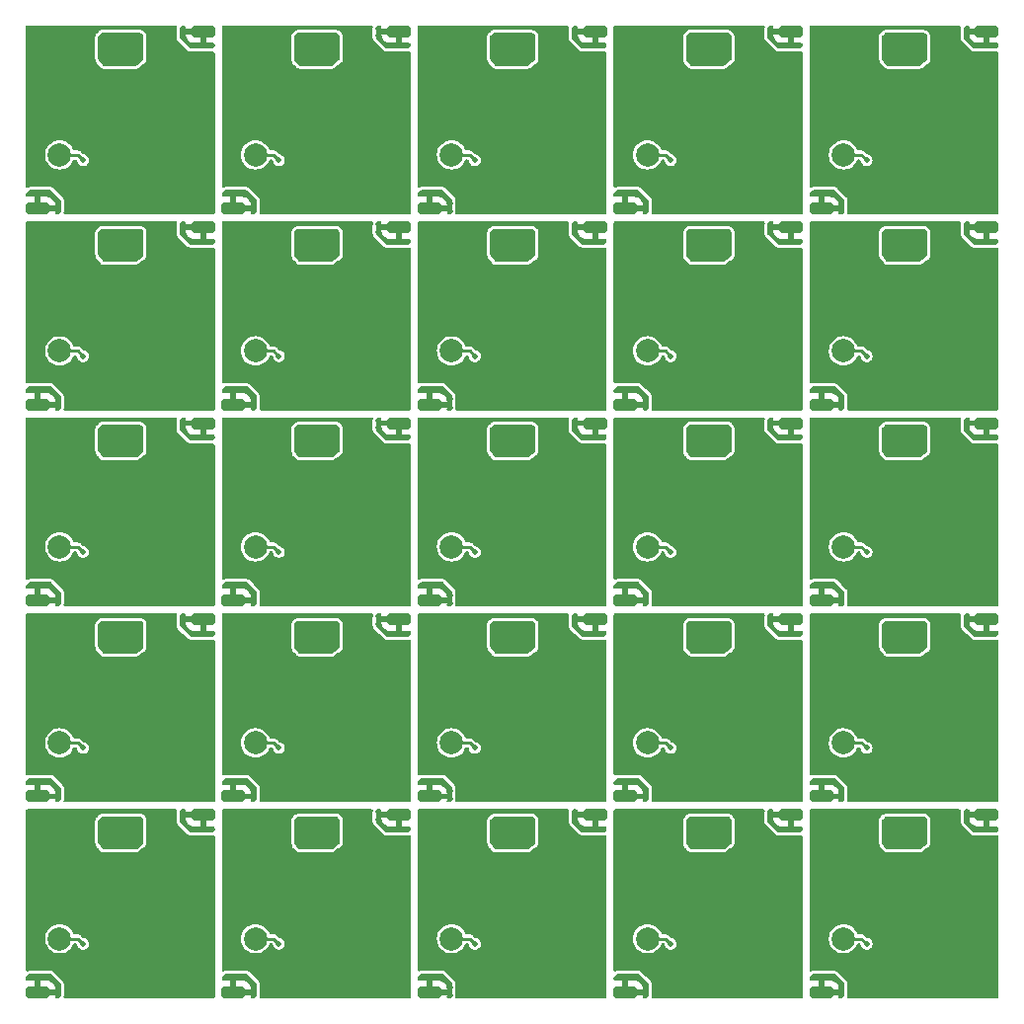
<source format=gbl>
G04 #@! TF.GenerationSoftware,KiCad,Pcbnew,7.0.9*
G04 #@! TF.CreationDate,2024-01-02T20:31:58+01:00*
G04 #@! TF.ProjectId,Nutzen,4e75747a-656e-42e6-9b69-6361645f7063,rev?*
G04 #@! TF.SameCoordinates,Original*
G04 #@! TF.FileFunction,Copper,L2,Bot*
G04 #@! TF.FilePolarity,Positive*
%FSLAX46Y46*%
G04 Gerber Fmt 4.6, Leading zero omitted, Abs format (unit mm)*
G04 Created by KiCad (PCBNEW 7.0.9) date 2024-01-02 20:31:58*
%MOMM*%
%LPD*%
G01*
G04 APERTURE LIST*
G04 Aperture macros list*
%AMRoundRect*
0 Rectangle with rounded corners*
0 $1 Rounding radius*
0 $2 $3 $4 $5 $6 $7 $8 $9 X,Y pos of 4 corners*
0 Add a 4 corners polygon primitive as box body*
4,1,4,$2,$3,$4,$5,$6,$7,$8,$9,$2,$3,0*
0 Add four circle primitives for the rounded corners*
1,1,$1+$1,$2,$3*
1,1,$1+$1,$4,$5*
1,1,$1+$1,$6,$7*
1,1,$1+$1,$8,$9*
0 Add four rect primitives between the rounded corners*
20,1,$1+$1,$2,$3,$4,$5,0*
20,1,$1+$1,$4,$5,$6,$7,0*
20,1,$1+$1,$6,$7,$8,$9,0*
20,1,$1+$1,$8,$9,$2,$3,0*%
G04 Aperture macros list end*
G04 #@! TA.AperFunction,SMDPad,CuDef*
%ADD10RoundRect,0.250000X0.750000X0.250000X-0.750000X0.250000X-0.750000X-0.250000X0.750000X-0.250000X0*%
G04 #@! TD*
G04 #@! TA.AperFunction,SMDPad,CuDef*
%ADD11C,2.000000*%
G04 #@! TD*
G04 #@! TA.AperFunction,ViaPad*
%ADD12C,0.500000*%
G04 #@! TD*
G04 #@! TA.AperFunction,Conductor*
%ADD13C,0.250000*%
G04 #@! TD*
G04 APERTURE END LIST*
D10*
X151850000Y-110750000D03*
D11*
X144750000Y-112350000D03*
X139550000Y-121350000D03*
X149950000Y-121350000D03*
D10*
X137650000Y-125950000D03*
X151850000Y-93950000D03*
D11*
X144750000Y-95550000D03*
X149950000Y-104550000D03*
D10*
X137650000Y-109150000D03*
D11*
X139550000Y-87750000D03*
D10*
X137650000Y-92350000D03*
D11*
X149950000Y-87750000D03*
D10*
X151850000Y-77150000D03*
D11*
X139550000Y-104550000D03*
X144750000Y-78750000D03*
X139550000Y-70950000D03*
D10*
X137650000Y-75550000D03*
X151850000Y-60350000D03*
D11*
X144750000Y-61950000D03*
X149950000Y-70950000D03*
X144750000Y-45150000D03*
X139550000Y-54150000D03*
D10*
X151850000Y-43550000D03*
D11*
X149950000Y-54150000D03*
D10*
X137650000Y-58750000D03*
X135050000Y-110750000D03*
D11*
X127950000Y-112350000D03*
X122750000Y-121350000D03*
X133150000Y-121350000D03*
D10*
X120850000Y-125950000D03*
X135050000Y-93950000D03*
D11*
X127950000Y-95550000D03*
X133150000Y-104550000D03*
D10*
X120850000Y-109150000D03*
D11*
X122750000Y-87750000D03*
D10*
X120850000Y-92350000D03*
D11*
X133150000Y-87750000D03*
D10*
X135050000Y-77150000D03*
D11*
X122750000Y-104550000D03*
X127950000Y-78750000D03*
X122750000Y-70950000D03*
D10*
X120850000Y-75550000D03*
X135050000Y-60350000D03*
D11*
X127950000Y-61950000D03*
X133150000Y-70950000D03*
X127950000Y-45150000D03*
X122750000Y-54150000D03*
D10*
X135050000Y-43550000D03*
D11*
X133150000Y-54150000D03*
D10*
X120850000Y-58750000D03*
X118250000Y-110750000D03*
D11*
X111150000Y-112350000D03*
X105950000Y-121350000D03*
X116350000Y-121350000D03*
D10*
X104050000Y-125950000D03*
X118250000Y-93950000D03*
D11*
X111150000Y-95550000D03*
X116350000Y-104550000D03*
D10*
X104050000Y-109150000D03*
D11*
X105950000Y-87750000D03*
D10*
X104050000Y-92350000D03*
D11*
X116350000Y-87750000D03*
D10*
X118250000Y-77150000D03*
D11*
X105950000Y-104550000D03*
X111150000Y-78750000D03*
X105950000Y-70950000D03*
D10*
X104050000Y-75550000D03*
X118250000Y-60350000D03*
D11*
X111150000Y-61950000D03*
X116350000Y-70950000D03*
X111150000Y-45150000D03*
X105950000Y-54150000D03*
D10*
X118250000Y-43550000D03*
D11*
X116350000Y-54150000D03*
D10*
X104050000Y-58750000D03*
X101450000Y-110750000D03*
D11*
X94350000Y-112350000D03*
X89150000Y-121350000D03*
X99550000Y-121350000D03*
D10*
X87250000Y-125950000D03*
X101450000Y-93950000D03*
D11*
X94350000Y-95550000D03*
X99550000Y-104550000D03*
D10*
X87250000Y-109150000D03*
D11*
X89150000Y-87750000D03*
D10*
X87250000Y-92350000D03*
D11*
X99550000Y-87750000D03*
D10*
X101450000Y-77150000D03*
D11*
X89150000Y-104550000D03*
X94350000Y-78750000D03*
X89150000Y-70950000D03*
D10*
X87250000Y-75550000D03*
X101450000Y-60350000D03*
D11*
X94350000Y-61950000D03*
X99550000Y-70950000D03*
X94350000Y-45150000D03*
X89150000Y-54150000D03*
D10*
X101450000Y-43550000D03*
D11*
X99550000Y-54150000D03*
D10*
X87250000Y-58750000D03*
D11*
X77550000Y-112350000D03*
X72350000Y-121350000D03*
D10*
X84650000Y-110750000D03*
D11*
X82750000Y-121350000D03*
D10*
X70450000Y-125950000D03*
D11*
X77550000Y-95550000D03*
X72350000Y-104550000D03*
D10*
X84650000Y-93950000D03*
D11*
X82750000Y-104550000D03*
D10*
X70450000Y-109150000D03*
D11*
X77550000Y-78750000D03*
X72350000Y-87750000D03*
D10*
X84650000Y-77150000D03*
D11*
X82750000Y-87750000D03*
D10*
X70450000Y-92350000D03*
D11*
X77550000Y-61950000D03*
X72350000Y-70950000D03*
D10*
X84650000Y-60350000D03*
D11*
X82750000Y-70950000D03*
D10*
X70450000Y-75550000D03*
D11*
X77550000Y-45150000D03*
X72350000Y-54150000D03*
D10*
X84650000Y-43550000D03*
D11*
X82750000Y-54150000D03*
D10*
X70450000Y-58750000D03*
D12*
X137750000Y-115950000D03*
X151950000Y-112000000D03*
X140350000Y-117250000D03*
X140450000Y-119050000D03*
X143150000Y-113200000D03*
X141850000Y-114650000D03*
X150100000Y-111150000D03*
X140350000Y-118350000D03*
X150100000Y-110499500D03*
X146450000Y-113150000D03*
X138900000Y-123450000D03*
X147050000Y-116050000D03*
X137750000Y-111950000D03*
X147050000Y-114250000D03*
X147050000Y-114850000D03*
X143150000Y-111250000D03*
X143150000Y-112350000D03*
X141850000Y-115250000D03*
X152600000Y-112000000D03*
X146450000Y-111250000D03*
X139550000Y-123450000D03*
X147050000Y-115450000D03*
X139400000Y-125500000D03*
X141550000Y-121800000D03*
X138400000Y-124700000D03*
X139400000Y-126200000D03*
X141050000Y-119050000D03*
X151250000Y-112000000D03*
X139850000Y-116050000D03*
X141850000Y-116450000D03*
X139850000Y-111850000D03*
X140150000Y-123450000D03*
X141850000Y-115850000D03*
X146450000Y-112350000D03*
X138250000Y-123450000D03*
X137000000Y-124700000D03*
X137650000Y-124700000D03*
X151250000Y-44800000D03*
X141050000Y-51850000D03*
X139850000Y-44650000D03*
X139850000Y-48850000D03*
X141850000Y-49250000D03*
X140150000Y-56250000D03*
X150100000Y-43299500D03*
X139550000Y-56250000D03*
X147050000Y-48250000D03*
X146450000Y-44050000D03*
X138900000Y-56250000D03*
X141850000Y-47450000D03*
X141850000Y-48050000D03*
X147050000Y-48850000D03*
X147050000Y-47650000D03*
X140350000Y-51150000D03*
X137750000Y-48750000D03*
X137750000Y-44750000D03*
X147050000Y-47050000D03*
X143150000Y-46000000D03*
X143150000Y-44050000D03*
X151950000Y-44800000D03*
X150100000Y-43950000D03*
X140350000Y-50050000D03*
X143150000Y-45150000D03*
X146450000Y-45950000D03*
X140450000Y-51850000D03*
X152600000Y-44800000D03*
X141850000Y-48650000D03*
X138250000Y-56250000D03*
X137000000Y-57500000D03*
X137650000Y-57500000D03*
X146450000Y-45150000D03*
X141550000Y-54600000D03*
X138400000Y-57500000D03*
X139400000Y-59000000D03*
X139400000Y-58300000D03*
X139400000Y-109400000D03*
X151250000Y-78400000D03*
X141850000Y-82850000D03*
X141050000Y-85450000D03*
X139850000Y-78250000D03*
X139400000Y-108700000D03*
X139850000Y-82450000D03*
X147050000Y-81250000D03*
X146450000Y-77650000D03*
X141850000Y-81050000D03*
X140150000Y-89850000D03*
X150100000Y-76899500D03*
X147050000Y-81850000D03*
X141850000Y-81650000D03*
X139550000Y-89850000D03*
X138900000Y-89850000D03*
X147050000Y-82450000D03*
X147050000Y-97450000D03*
X137750000Y-99150000D03*
X147050000Y-98050000D03*
X140350000Y-101550000D03*
X137750000Y-95150000D03*
X152600000Y-78400000D03*
X138250000Y-89850000D03*
X138400000Y-91100000D03*
X140450000Y-85450000D03*
X141850000Y-82250000D03*
X146450000Y-78750000D03*
X141550000Y-88200000D03*
X146450000Y-79550000D03*
X137650000Y-91100000D03*
X137000000Y-91100000D03*
X143150000Y-78750000D03*
X140350000Y-83650000D03*
X137750000Y-82350000D03*
X143150000Y-79600000D03*
X143150000Y-77650000D03*
X151950000Y-78400000D03*
X140350000Y-84750000D03*
X147050000Y-80650000D03*
X137750000Y-78350000D03*
X150100000Y-77550000D03*
X143150000Y-62800000D03*
X143150000Y-61950000D03*
X147050000Y-63850000D03*
X140350000Y-66850000D03*
X137750000Y-61550000D03*
X143150000Y-60850000D03*
X151950000Y-61600000D03*
X150100000Y-60750000D03*
X140350000Y-67950000D03*
X137750000Y-65550000D03*
X141850000Y-66050000D03*
X139850000Y-61450000D03*
X151250000Y-61600000D03*
X141050000Y-68650000D03*
X139850000Y-65650000D03*
X147050000Y-65050000D03*
X146450000Y-60850000D03*
X147050000Y-64450000D03*
X141850000Y-64250000D03*
X140150000Y-73050000D03*
X150100000Y-60099500D03*
X138900000Y-73050000D03*
X147050000Y-65650000D03*
X139550000Y-73050000D03*
X141850000Y-64850000D03*
X141850000Y-99050000D03*
X143150000Y-95550000D03*
X140450000Y-102250000D03*
X152600000Y-95200000D03*
X146450000Y-96350000D03*
X139400000Y-75800000D03*
X139400000Y-75100000D03*
X151250000Y-95200000D03*
X141050000Y-102250000D03*
X147050000Y-98650000D03*
X139850000Y-99250000D03*
X141850000Y-99650000D03*
X139550000Y-106650000D03*
X150100000Y-93699500D03*
X139850000Y-95050000D03*
X140150000Y-106650000D03*
X140350000Y-100450000D03*
X150100000Y-94350000D03*
X151950000Y-95200000D03*
X143150000Y-96400000D03*
X143150000Y-94450000D03*
X146450000Y-95550000D03*
X141550000Y-105000000D03*
X137000000Y-107900000D03*
X137650000Y-107900000D03*
X138250000Y-106650000D03*
X138900000Y-106650000D03*
X141850000Y-98450000D03*
X141850000Y-97850000D03*
X147050000Y-99250000D03*
X146450000Y-94450000D03*
X139400000Y-91900000D03*
X139400000Y-92600000D03*
X138400000Y-107900000D03*
X138400000Y-74300000D03*
X146450000Y-61950000D03*
X141550000Y-71400000D03*
X146450000Y-62750000D03*
X140450000Y-68650000D03*
X137000000Y-74300000D03*
X152600000Y-61600000D03*
X141850000Y-65450000D03*
X138250000Y-73050000D03*
X137650000Y-74300000D03*
X120950000Y-115950000D03*
X135150000Y-112000000D03*
X123550000Y-117250000D03*
X123650000Y-119050000D03*
X126350000Y-113200000D03*
X125050000Y-114650000D03*
X133300000Y-111150000D03*
X123550000Y-118350000D03*
X133300000Y-110499500D03*
X129650000Y-113150000D03*
X122100000Y-123450000D03*
X130250000Y-116050000D03*
X120950000Y-111950000D03*
X130250000Y-114250000D03*
X130250000Y-114850000D03*
X126350000Y-111250000D03*
X126350000Y-112350000D03*
X125050000Y-115250000D03*
X135800000Y-112000000D03*
X129650000Y-111250000D03*
X122750000Y-123450000D03*
X130250000Y-115450000D03*
X122600000Y-125500000D03*
X124750000Y-121800000D03*
X121600000Y-124700000D03*
X122600000Y-126200000D03*
X124250000Y-119050000D03*
X134450000Y-112000000D03*
X123050000Y-116050000D03*
X125050000Y-116450000D03*
X123050000Y-111850000D03*
X123350000Y-123450000D03*
X125050000Y-115850000D03*
X129650000Y-112350000D03*
X121450000Y-123450000D03*
X120200000Y-124700000D03*
X120850000Y-124700000D03*
X134450000Y-44800000D03*
X124250000Y-51850000D03*
X123050000Y-44650000D03*
X123050000Y-48850000D03*
X125050000Y-49250000D03*
X123350000Y-56250000D03*
X133300000Y-43299500D03*
X122750000Y-56250000D03*
X130250000Y-48250000D03*
X129650000Y-44050000D03*
X122100000Y-56250000D03*
X125050000Y-47450000D03*
X125050000Y-48050000D03*
X130250000Y-48850000D03*
X130250000Y-47650000D03*
X123550000Y-51150000D03*
X120950000Y-48750000D03*
X120950000Y-44750000D03*
X130250000Y-47050000D03*
X126350000Y-46000000D03*
X126350000Y-44050000D03*
X135150000Y-44800000D03*
X133300000Y-43950000D03*
X123550000Y-50050000D03*
X126350000Y-45150000D03*
X129650000Y-45950000D03*
X123650000Y-51850000D03*
X135800000Y-44800000D03*
X125050000Y-48650000D03*
X121450000Y-56250000D03*
X120200000Y-57500000D03*
X120850000Y-57500000D03*
X129650000Y-45150000D03*
X124750000Y-54600000D03*
X121600000Y-57500000D03*
X122600000Y-59000000D03*
X122600000Y-58300000D03*
X122600000Y-109400000D03*
X134450000Y-78400000D03*
X125050000Y-82850000D03*
X124250000Y-85450000D03*
X123050000Y-78250000D03*
X122600000Y-108700000D03*
X123050000Y-82450000D03*
X130250000Y-81250000D03*
X129650000Y-77650000D03*
X125050000Y-81050000D03*
X123350000Y-89850000D03*
X133300000Y-76899500D03*
X130250000Y-81850000D03*
X125050000Y-81650000D03*
X122750000Y-89850000D03*
X122100000Y-89850000D03*
X130250000Y-82450000D03*
X130250000Y-97450000D03*
X120950000Y-99150000D03*
X130250000Y-98050000D03*
X123550000Y-101550000D03*
X120950000Y-95150000D03*
X135800000Y-78400000D03*
X121450000Y-89850000D03*
X121600000Y-91100000D03*
X123650000Y-85450000D03*
X125050000Y-82250000D03*
X129650000Y-78750000D03*
X124750000Y-88200000D03*
X129650000Y-79550000D03*
X120850000Y-91100000D03*
X120200000Y-91100000D03*
X126350000Y-78750000D03*
X123550000Y-83650000D03*
X120950000Y-82350000D03*
X126350000Y-79600000D03*
X126350000Y-77650000D03*
X135150000Y-78400000D03*
X123550000Y-84750000D03*
X130250000Y-80650000D03*
X120950000Y-78350000D03*
X133300000Y-77550000D03*
X126350000Y-62800000D03*
X126350000Y-61950000D03*
X130250000Y-63850000D03*
X123550000Y-66850000D03*
X120950000Y-61550000D03*
X126350000Y-60850000D03*
X135150000Y-61600000D03*
X133300000Y-60750000D03*
X123550000Y-67950000D03*
X120950000Y-65550000D03*
X125050000Y-66050000D03*
X123050000Y-61450000D03*
X134450000Y-61600000D03*
X124250000Y-68650000D03*
X123050000Y-65650000D03*
X130250000Y-65050000D03*
X129650000Y-60850000D03*
X130250000Y-64450000D03*
X125050000Y-64250000D03*
X123350000Y-73050000D03*
X133300000Y-60099500D03*
X122100000Y-73050000D03*
X130250000Y-65650000D03*
X122750000Y-73050000D03*
X125050000Y-64850000D03*
X125050000Y-99050000D03*
X126350000Y-95550000D03*
X123650000Y-102250000D03*
X135800000Y-95200000D03*
X129650000Y-96350000D03*
X122600000Y-75800000D03*
X122600000Y-75100000D03*
X134450000Y-95200000D03*
X124250000Y-102250000D03*
X130250000Y-98650000D03*
X123050000Y-99250000D03*
X125050000Y-99650000D03*
X122750000Y-106650000D03*
X133300000Y-93699500D03*
X123050000Y-95050000D03*
X123350000Y-106650000D03*
X123550000Y-100450000D03*
X133300000Y-94350000D03*
X135150000Y-95200000D03*
X126350000Y-96400000D03*
X126350000Y-94450000D03*
X129650000Y-95550000D03*
X124750000Y-105000000D03*
X120200000Y-107900000D03*
X120850000Y-107900000D03*
X121450000Y-106650000D03*
X122100000Y-106650000D03*
X125050000Y-98450000D03*
X125050000Y-97850000D03*
X130250000Y-99250000D03*
X129650000Y-94450000D03*
X122600000Y-91900000D03*
X122600000Y-92600000D03*
X121600000Y-107900000D03*
X121600000Y-74300000D03*
X129650000Y-61950000D03*
X124750000Y-71400000D03*
X129650000Y-62750000D03*
X123650000Y-68650000D03*
X120200000Y-74300000D03*
X135800000Y-61600000D03*
X125050000Y-65450000D03*
X121450000Y-73050000D03*
X120850000Y-74300000D03*
X104150000Y-115950000D03*
X118350000Y-112000000D03*
X106750000Y-117250000D03*
X106850000Y-119050000D03*
X109550000Y-113200000D03*
X108250000Y-114650000D03*
X116500000Y-111150000D03*
X106750000Y-118350000D03*
X116500000Y-110499500D03*
X112850000Y-113150000D03*
X105300000Y-123450000D03*
X113450000Y-116050000D03*
X104150000Y-111950000D03*
X113450000Y-114250000D03*
X113450000Y-114850000D03*
X109550000Y-111250000D03*
X109550000Y-112350000D03*
X108250000Y-115250000D03*
X119000000Y-112000000D03*
X112850000Y-111250000D03*
X105950000Y-123450000D03*
X113450000Y-115450000D03*
X105800000Y-125500000D03*
X107950000Y-121800000D03*
X104800000Y-124700000D03*
X105800000Y-126200000D03*
X107450000Y-119050000D03*
X117650000Y-112000000D03*
X106250000Y-116050000D03*
X108250000Y-116450000D03*
X106250000Y-111850000D03*
X106550000Y-123450000D03*
X108250000Y-115850000D03*
X112850000Y-112350000D03*
X104650000Y-123450000D03*
X103400000Y-124700000D03*
X104050000Y-124700000D03*
X117650000Y-44800000D03*
X107450000Y-51850000D03*
X106250000Y-44650000D03*
X106250000Y-48850000D03*
X108250000Y-49250000D03*
X106550000Y-56250000D03*
X116500000Y-43299500D03*
X105950000Y-56250000D03*
X113450000Y-48250000D03*
X112850000Y-44050000D03*
X105300000Y-56250000D03*
X108250000Y-47450000D03*
X108250000Y-48050000D03*
X113450000Y-48850000D03*
X113450000Y-47650000D03*
X106750000Y-51150000D03*
X104150000Y-48750000D03*
X104150000Y-44750000D03*
X113450000Y-47050000D03*
X109550000Y-46000000D03*
X109550000Y-44050000D03*
X118350000Y-44800000D03*
X116500000Y-43950000D03*
X106750000Y-50050000D03*
X109550000Y-45150000D03*
X112850000Y-45950000D03*
X106850000Y-51850000D03*
X119000000Y-44800000D03*
X108250000Y-48650000D03*
X104650000Y-56250000D03*
X103400000Y-57500000D03*
X104050000Y-57500000D03*
X112850000Y-45150000D03*
X107950000Y-54600000D03*
X104800000Y-57500000D03*
X105800000Y-59000000D03*
X105800000Y-58300000D03*
X105800000Y-109400000D03*
X117650000Y-78400000D03*
X108250000Y-82850000D03*
X107450000Y-85450000D03*
X106250000Y-78250000D03*
X105800000Y-108700000D03*
X106250000Y-82450000D03*
X113450000Y-81250000D03*
X112850000Y-77650000D03*
X108250000Y-81050000D03*
X106550000Y-89850000D03*
X116500000Y-76899500D03*
X113450000Y-81850000D03*
X108250000Y-81650000D03*
X105950000Y-89850000D03*
X105300000Y-89850000D03*
X113450000Y-82450000D03*
X113450000Y-97450000D03*
X104150000Y-99150000D03*
X113450000Y-98050000D03*
X106750000Y-101550000D03*
X104150000Y-95150000D03*
X119000000Y-78400000D03*
X104650000Y-89850000D03*
X104800000Y-91100000D03*
X106850000Y-85450000D03*
X108250000Y-82250000D03*
X112850000Y-78750000D03*
X107950000Y-88200000D03*
X112850000Y-79550000D03*
X104050000Y-91100000D03*
X103400000Y-91100000D03*
X109550000Y-78750000D03*
X106750000Y-83650000D03*
X104150000Y-82350000D03*
X109550000Y-79600000D03*
X109550000Y-77650000D03*
X118350000Y-78400000D03*
X106750000Y-84750000D03*
X113450000Y-80650000D03*
X104150000Y-78350000D03*
X116500000Y-77550000D03*
X109550000Y-62800000D03*
X109550000Y-61950000D03*
X113450000Y-63850000D03*
X106750000Y-66850000D03*
X104150000Y-61550000D03*
X109550000Y-60850000D03*
X118350000Y-61600000D03*
X116500000Y-60750000D03*
X106750000Y-67950000D03*
X104150000Y-65550000D03*
X108250000Y-66050000D03*
X106250000Y-61450000D03*
X117650000Y-61600000D03*
X107450000Y-68650000D03*
X106250000Y-65650000D03*
X113450000Y-65050000D03*
X112850000Y-60850000D03*
X113450000Y-64450000D03*
X108250000Y-64250000D03*
X106550000Y-73050000D03*
X116500000Y-60099500D03*
X105300000Y-73050000D03*
X113450000Y-65650000D03*
X105950000Y-73050000D03*
X108250000Y-64850000D03*
X108250000Y-99050000D03*
X109550000Y-95550000D03*
X106850000Y-102250000D03*
X119000000Y-95200000D03*
X112850000Y-96350000D03*
X105800000Y-75800000D03*
X105800000Y-75100000D03*
X117650000Y-95200000D03*
X107450000Y-102250000D03*
X113450000Y-98650000D03*
X106250000Y-99250000D03*
X108250000Y-99650000D03*
X105950000Y-106650000D03*
X116500000Y-93699500D03*
X106250000Y-95050000D03*
X106550000Y-106650000D03*
X106750000Y-100450000D03*
X116500000Y-94350000D03*
X118350000Y-95200000D03*
X109550000Y-96400000D03*
X109550000Y-94450000D03*
X112850000Y-95550000D03*
X107950000Y-105000000D03*
X103400000Y-107900000D03*
X104050000Y-107900000D03*
X104650000Y-106650000D03*
X105300000Y-106650000D03*
X108250000Y-98450000D03*
X108250000Y-97850000D03*
X113450000Y-99250000D03*
X112850000Y-94450000D03*
X105800000Y-91900000D03*
X105800000Y-92600000D03*
X104800000Y-107900000D03*
X104800000Y-74300000D03*
X112850000Y-61950000D03*
X107950000Y-71400000D03*
X112850000Y-62750000D03*
X106850000Y-68650000D03*
X103400000Y-74300000D03*
X119000000Y-61600000D03*
X108250000Y-65450000D03*
X104650000Y-73050000D03*
X104050000Y-74300000D03*
X87350000Y-115950000D03*
X101550000Y-112000000D03*
X89950000Y-117250000D03*
X90050000Y-119050000D03*
X92750000Y-113200000D03*
X91450000Y-114650000D03*
X99700000Y-111150000D03*
X89950000Y-118350000D03*
X99700000Y-110499500D03*
X96050000Y-113150000D03*
X88500000Y-123450000D03*
X96650000Y-116050000D03*
X87350000Y-111950000D03*
X96650000Y-114250000D03*
X96650000Y-114850000D03*
X92750000Y-111250000D03*
X92750000Y-112350000D03*
X91450000Y-115250000D03*
X102200000Y-112000000D03*
X96050000Y-111250000D03*
X89150000Y-123450000D03*
X96650000Y-115450000D03*
X89000000Y-125500000D03*
X91150000Y-121800000D03*
X88000000Y-124700000D03*
X89000000Y-126200000D03*
X90650000Y-119050000D03*
X100850000Y-112000000D03*
X89450000Y-116050000D03*
X91450000Y-116450000D03*
X89450000Y-111850000D03*
X89750000Y-123450000D03*
X91450000Y-115850000D03*
X96050000Y-112350000D03*
X87850000Y-123450000D03*
X86600000Y-124700000D03*
X87250000Y-124700000D03*
X100850000Y-44800000D03*
X90650000Y-51850000D03*
X89450000Y-44650000D03*
X89450000Y-48850000D03*
X91450000Y-49250000D03*
X89750000Y-56250000D03*
X99700000Y-43299500D03*
X89150000Y-56250000D03*
X96650000Y-48250000D03*
X96050000Y-44050000D03*
X88500000Y-56250000D03*
X91450000Y-47450000D03*
X91450000Y-48050000D03*
X96650000Y-48850000D03*
X96650000Y-47650000D03*
X89950000Y-51150000D03*
X87350000Y-48750000D03*
X87350000Y-44750000D03*
X96650000Y-47050000D03*
X92750000Y-46000000D03*
X92750000Y-44050000D03*
X101550000Y-44800000D03*
X99700000Y-43950000D03*
X89950000Y-50050000D03*
X92750000Y-45150000D03*
X96050000Y-45950000D03*
X90050000Y-51850000D03*
X102200000Y-44800000D03*
X91450000Y-48650000D03*
X87850000Y-56250000D03*
X86600000Y-57500000D03*
X87250000Y-57500000D03*
X96050000Y-45150000D03*
X91150000Y-54600000D03*
X88000000Y-57500000D03*
X89000000Y-59000000D03*
X89000000Y-58300000D03*
X89000000Y-109400000D03*
X100850000Y-78400000D03*
X91450000Y-82850000D03*
X90650000Y-85450000D03*
X89450000Y-78250000D03*
X89000000Y-108700000D03*
X89450000Y-82450000D03*
X96650000Y-81250000D03*
X96050000Y-77650000D03*
X91450000Y-81050000D03*
X89750000Y-89850000D03*
X99700000Y-76899500D03*
X96650000Y-81850000D03*
X91450000Y-81650000D03*
X89150000Y-89850000D03*
X88500000Y-89850000D03*
X96650000Y-82450000D03*
X96650000Y-97450000D03*
X87350000Y-99150000D03*
X96650000Y-98050000D03*
X89950000Y-101550000D03*
X87350000Y-95150000D03*
X102200000Y-78400000D03*
X87850000Y-89850000D03*
X88000000Y-91100000D03*
X90050000Y-85450000D03*
X91450000Y-82250000D03*
X96050000Y-78750000D03*
X91150000Y-88200000D03*
X96050000Y-79550000D03*
X87250000Y-91100000D03*
X86600000Y-91100000D03*
X92750000Y-78750000D03*
X89950000Y-83650000D03*
X87350000Y-82350000D03*
X92750000Y-79600000D03*
X92750000Y-77650000D03*
X101550000Y-78400000D03*
X89950000Y-84750000D03*
X96650000Y-80650000D03*
X87350000Y-78350000D03*
X99700000Y-77550000D03*
X92750000Y-62800000D03*
X92750000Y-61950000D03*
X96650000Y-63850000D03*
X89950000Y-66850000D03*
X87350000Y-61550000D03*
X92750000Y-60850000D03*
X101550000Y-61600000D03*
X99700000Y-60750000D03*
X89950000Y-67950000D03*
X87350000Y-65550000D03*
X91450000Y-66050000D03*
X89450000Y-61450000D03*
X100850000Y-61600000D03*
X90650000Y-68650000D03*
X89450000Y-65650000D03*
X96650000Y-65050000D03*
X96050000Y-60850000D03*
X96650000Y-64450000D03*
X91450000Y-64250000D03*
X89750000Y-73050000D03*
X99700000Y-60099500D03*
X88500000Y-73050000D03*
X96650000Y-65650000D03*
X89150000Y-73050000D03*
X91450000Y-64850000D03*
X91450000Y-99050000D03*
X92750000Y-95550000D03*
X90050000Y-102250000D03*
X102200000Y-95200000D03*
X96050000Y-96350000D03*
X89000000Y-75800000D03*
X89000000Y-75100000D03*
X100850000Y-95200000D03*
X90650000Y-102250000D03*
X96650000Y-98650000D03*
X89450000Y-99250000D03*
X91450000Y-99650000D03*
X89150000Y-106650000D03*
X99700000Y-93699500D03*
X89450000Y-95050000D03*
X89750000Y-106650000D03*
X89950000Y-100450000D03*
X99700000Y-94350000D03*
X101550000Y-95200000D03*
X92750000Y-96400000D03*
X92750000Y-94450000D03*
X96050000Y-95550000D03*
X91150000Y-105000000D03*
X86600000Y-107900000D03*
X87250000Y-107900000D03*
X87850000Y-106650000D03*
X88500000Y-106650000D03*
X91450000Y-98450000D03*
X91450000Y-97850000D03*
X96650000Y-99250000D03*
X96050000Y-94450000D03*
X89000000Y-91900000D03*
X89000000Y-92600000D03*
X88000000Y-107900000D03*
X88000000Y-74300000D03*
X96050000Y-61950000D03*
X91150000Y-71400000D03*
X96050000Y-62750000D03*
X90050000Y-68650000D03*
X86600000Y-74300000D03*
X102200000Y-61600000D03*
X91450000Y-65450000D03*
X87850000Y-73050000D03*
X87250000Y-74300000D03*
X84050000Y-112000000D03*
X73850000Y-119050000D03*
X72650000Y-111850000D03*
X72650000Y-116050000D03*
X74650000Y-116450000D03*
X72950000Y-123450000D03*
X82900000Y-110499500D03*
X72350000Y-123450000D03*
X79850000Y-115450000D03*
X79250000Y-111250000D03*
X71700000Y-123450000D03*
X74650000Y-114650000D03*
X74650000Y-115250000D03*
X79850000Y-116050000D03*
X79850000Y-114850000D03*
X73150000Y-118350000D03*
X70550000Y-115950000D03*
X70550000Y-111950000D03*
X79850000Y-114250000D03*
X75950000Y-113200000D03*
X75950000Y-111250000D03*
X84750000Y-112000000D03*
X82900000Y-111150000D03*
X73150000Y-117250000D03*
X75950000Y-112350000D03*
X79250000Y-113150000D03*
X73250000Y-119050000D03*
X85400000Y-112000000D03*
X74650000Y-115850000D03*
X71050000Y-123450000D03*
X69800000Y-124700000D03*
X70450000Y-124700000D03*
X79250000Y-112350000D03*
X74350000Y-121800000D03*
X71200000Y-124700000D03*
X72200000Y-126200000D03*
X72200000Y-125500000D03*
X84050000Y-95200000D03*
X73850000Y-102250000D03*
X72650000Y-95050000D03*
X72650000Y-99250000D03*
X74650000Y-99650000D03*
X72950000Y-106650000D03*
X82900000Y-93699500D03*
X72350000Y-106650000D03*
X79850000Y-98650000D03*
X79250000Y-94450000D03*
X71700000Y-106650000D03*
X74650000Y-97850000D03*
X74650000Y-98450000D03*
X79850000Y-99250000D03*
X79850000Y-98050000D03*
X73150000Y-101550000D03*
X70550000Y-99150000D03*
X70550000Y-95150000D03*
X79850000Y-97450000D03*
X75950000Y-96400000D03*
X75950000Y-94450000D03*
X84750000Y-95200000D03*
X82900000Y-94350000D03*
X73150000Y-100450000D03*
X75950000Y-95550000D03*
X79250000Y-96350000D03*
X73250000Y-102250000D03*
X85400000Y-95200000D03*
X74650000Y-99050000D03*
X71050000Y-106650000D03*
X69800000Y-107900000D03*
X70450000Y-107900000D03*
X79250000Y-95550000D03*
X74350000Y-105000000D03*
X71200000Y-107900000D03*
X72200000Y-109400000D03*
X72200000Y-108700000D03*
X84050000Y-78400000D03*
X73850000Y-85450000D03*
X72650000Y-78250000D03*
X72650000Y-82450000D03*
X74650000Y-82850000D03*
X72950000Y-89850000D03*
X82900000Y-76899500D03*
X72350000Y-89850000D03*
X79850000Y-81850000D03*
X79250000Y-77650000D03*
X71700000Y-89850000D03*
X74650000Y-81050000D03*
X74650000Y-81650000D03*
X79850000Y-82450000D03*
X79850000Y-81250000D03*
X73150000Y-84750000D03*
X70550000Y-82350000D03*
X70550000Y-78350000D03*
X79850000Y-80650000D03*
X75950000Y-79600000D03*
X75950000Y-77650000D03*
X84750000Y-78400000D03*
X82900000Y-77550000D03*
X73150000Y-83650000D03*
X75950000Y-78750000D03*
X79250000Y-79550000D03*
X73250000Y-85450000D03*
X85400000Y-78400000D03*
X74650000Y-82250000D03*
X71050000Y-89850000D03*
X69800000Y-91100000D03*
X70450000Y-91100000D03*
X79250000Y-78750000D03*
X74350000Y-88200000D03*
X71200000Y-91100000D03*
X72200000Y-92600000D03*
X72200000Y-91900000D03*
X84050000Y-61600000D03*
X73850000Y-68650000D03*
X72650000Y-61450000D03*
X72650000Y-65650000D03*
X74650000Y-66050000D03*
X72950000Y-73050000D03*
X82900000Y-60099500D03*
X72350000Y-73050000D03*
X79850000Y-65050000D03*
X79250000Y-60850000D03*
X71700000Y-73050000D03*
X74650000Y-64250000D03*
X74650000Y-64850000D03*
X79850000Y-65650000D03*
X79850000Y-64450000D03*
X73150000Y-67950000D03*
X70550000Y-65550000D03*
X70550000Y-61550000D03*
X79850000Y-63850000D03*
X75950000Y-62800000D03*
X75950000Y-60850000D03*
X84750000Y-61600000D03*
X82900000Y-60750000D03*
X73150000Y-66850000D03*
X75950000Y-61950000D03*
X79250000Y-62750000D03*
X73250000Y-68650000D03*
X85400000Y-61600000D03*
X74650000Y-65450000D03*
X71050000Y-73050000D03*
X69800000Y-74300000D03*
X70450000Y-74300000D03*
X79250000Y-61950000D03*
X74350000Y-71400000D03*
X71200000Y-74300000D03*
X72200000Y-75800000D03*
X72200000Y-75100000D03*
X73150000Y-51150000D03*
X70550000Y-44750000D03*
X82900000Y-43950000D03*
X73250000Y-51850000D03*
X84750000Y-44800000D03*
X74650000Y-48050000D03*
X72350000Y-56250000D03*
X85400000Y-44800000D03*
X74650000Y-47450000D03*
X79850000Y-48850000D03*
X70550000Y-48750000D03*
X73150000Y-50050000D03*
X71700000Y-56250000D03*
X71050000Y-56250000D03*
X72950000Y-56250000D03*
X73850000Y-51850000D03*
X79850000Y-48250000D03*
X72650000Y-44650000D03*
X74650000Y-49250000D03*
X79850000Y-47050000D03*
X79850000Y-47650000D03*
X72650000Y-48850000D03*
X74650000Y-48650000D03*
X82900000Y-43299500D03*
X79250000Y-45950000D03*
X75950000Y-46000000D03*
X75950000Y-45150000D03*
X75950000Y-44050000D03*
X79250000Y-44050000D03*
X84050000Y-44800000D03*
X79250000Y-45150000D03*
X74350000Y-54600000D03*
X69800000Y-57500000D03*
X71200000Y-57500000D03*
X70450000Y-57500000D03*
X72200000Y-59000000D03*
X72200000Y-58300000D03*
D13*
X141550000Y-71400000D02*
X141100000Y-70950000D01*
X141100000Y-70950000D02*
X139550000Y-70950000D01*
X141100000Y-54150000D02*
X139550000Y-54150000D01*
X141550000Y-54600000D02*
X141100000Y-54150000D01*
X139550000Y-54150000D02*
X139050000Y-53650000D01*
X139550000Y-121350000D02*
X139050000Y-120850000D01*
X141100000Y-121350000D02*
X139550000Y-121350000D01*
X141550000Y-121800000D02*
X141100000Y-121350000D01*
X139550000Y-70950000D02*
X139050000Y-70450000D01*
X141100000Y-104550000D02*
X139550000Y-104550000D01*
X141550000Y-105000000D02*
X141100000Y-104550000D01*
X139550000Y-104550000D02*
X139050000Y-104050000D01*
X141100000Y-87750000D02*
X139550000Y-87750000D01*
X139550000Y-87750000D02*
X139050000Y-87250000D01*
X141550000Y-88200000D02*
X141100000Y-87750000D01*
X124750000Y-71400000D02*
X124300000Y-70950000D01*
X124300000Y-70950000D02*
X122750000Y-70950000D01*
X124300000Y-54150000D02*
X122750000Y-54150000D01*
X124750000Y-54600000D02*
X124300000Y-54150000D01*
X122750000Y-54150000D02*
X122250000Y-53650000D01*
X122750000Y-121350000D02*
X122250000Y-120850000D01*
X124300000Y-121350000D02*
X122750000Y-121350000D01*
X124750000Y-121800000D02*
X124300000Y-121350000D01*
X122750000Y-70950000D02*
X122250000Y-70450000D01*
X124300000Y-104550000D02*
X122750000Y-104550000D01*
X124750000Y-105000000D02*
X124300000Y-104550000D01*
X122750000Y-104550000D02*
X122250000Y-104050000D01*
X124300000Y-87750000D02*
X122750000Y-87750000D01*
X122750000Y-87750000D02*
X122250000Y-87250000D01*
X124750000Y-88200000D02*
X124300000Y-87750000D01*
X107950000Y-71400000D02*
X107500000Y-70950000D01*
X107500000Y-70950000D02*
X105950000Y-70950000D01*
X107500000Y-54150000D02*
X105950000Y-54150000D01*
X107950000Y-54600000D02*
X107500000Y-54150000D01*
X105950000Y-54150000D02*
X105450000Y-53650000D01*
X105950000Y-121350000D02*
X105450000Y-120850000D01*
X107500000Y-121350000D02*
X105950000Y-121350000D01*
X107950000Y-121800000D02*
X107500000Y-121350000D01*
X105950000Y-70950000D02*
X105450000Y-70450000D01*
X107500000Y-104550000D02*
X105950000Y-104550000D01*
X107950000Y-105000000D02*
X107500000Y-104550000D01*
X105950000Y-104550000D02*
X105450000Y-104050000D01*
X107500000Y-87750000D02*
X105950000Y-87750000D01*
X105950000Y-87750000D02*
X105450000Y-87250000D01*
X107950000Y-88200000D02*
X107500000Y-87750000D01*
X91150000Y-71400000D02*
X90700000Y-70950000D01*
X90700000Y-70950000D02*
X89150000Y-70950000D01*
X90700000Y-54150000D02*
X89150000Y-54150000D01*
X91150000Y-54600000D02*
X90700000Y-54150000D01*
X89150000Y-54150000D02*
X88650000Y-53650000D01*
X89150000Y-121350000D02*
X88650000Y-120850000D01*
X90700000Y-121350000D02*
X89150000Y-121350000D01*
X91150000Y-121800000D02*
X90700000Y-121350000D01*
X89150000Y-70950000D02*
X88650000Y-70450000D01*
X90700000Y-104550000D02*
X89150000Y-104550000D01*
X91150000Y-105000000D02*
X90700000Y-104550000D01*
X89150000Y-104550000D02*
X88650000Y-104050000D01*
X90700000Y-87750000D02*
X89150000Y-87750000D01*
X89150000Y-87750000D02*
X88650000Y-87250000D01*
X91150000Y-88200000D02*
X90700000Y-87750000D01*
X73900000Y-121350000D02*
X72350000Y-121350000D01*
X74350000Y-121800000D02*
X73900000Y-121350000D01*
X72350000Y-121350000D02*
X71850000Y-120850000D01*
X73900000Y-104550000D02*
X72350000Y-104550000D01*
X74350000Y-105000000D02*
X73900000Y-104550000D01*
X72350000Y-104550000D02*
X71850000Y-104050000D01*
X73900000Y-87750000D02*
X72350000Y-87750000D01*
X74350000Y-88200000D02*
X73900000Y-87750000D01*
X72350000Y-87750000D02*
X71850000Y-87250000D01*
X73900000Y-70950000D02*
X72350000Y-70950000D01*
X74350000Y-71400000D02*
X73900000Y-70950000D01*
X72350000Y-70950000D02*
X71850000Y-70450000D01*
X73900000Y-54150000D02*
X72350000Y-54150000D01*
X74350000Y-54600000D02*
X73900000Y-54150000D01*
X72350000Y-54150000D02*
X71850000Y-53650000D01*
G04 #@! TA.AperFunction,Conductor*
G36*
X79365677Y-43719685D02*
G01*
X79386319Y-43736319D01*
X79513681Y-43863681D01*
X79547166Y-43925004D01*
X79550000Y-43951362D01*
X79550000Y-45938942D01*
X79530315Y-46005981D01*
X79501604Y-46037227D01*
X79136349Y-46318192D01*
X78971783Y-46444783D01*
X78933430Y-46474285D01*
X78868291Y-46499558D01*
X78857826Y-46500000D01*
X76116363Y-46500000D01*
X76049324Y-46480315D01*
X76013189Y-46444783D01*
X75670826Y-45931239D01*
X75650018Y-45864540D01*
X75650000Y-45862456D01*
X75650000Y-44001362D01*
X75669685Y-43934323D01*
X75686319Y-43913681D01*
X75863681Y-43736319D01*
X75925004Y-43702834D01*
X75951362Y-43700000D01*
X79298638Y-43700000D01*
X79365677Y-43719685D01*
G37*
G04 #@! TD.AperFunction*
G04 #@! TA.AperFunction,Conductor*
G36*
X83100109Y-43070185D02*
G01*
X83145864Y-43122989D01*
X83156428Y-43187103D01*
X83150000Y-43250013D01*
X83150000Y-43300000D01*
X84776000Y-43300000D01*
X84843039Y-43319685D01*
X84888794Y-43372489D01*
X84900000Y-43424000D01*
X84900000Y-44549999D01*
X85449972Y-44549999D01*
X85449984Y-44549998D01*
X85512897Y-44543571D01*
X85581590Y-44556340D01*
X85632475Y-44604221D01*
X85649500Y-44666929D01*
X85649500Y-44749138D01*
X85629815Y-44816177D01*
X85613181Y-44836819D01*
X85436319Y-45013681D01*
X85374996Y-45047166D01*
X85348638Y-45050000D01*
X83601362Y-45050000D01*
X83534323Y-45030315D01*
X83513681Y-45013681D01*
X82686319Y-44186319D01*
X82652834Y-44124996D01*
X82650000Y-44098638D01*
X82650000Y-43800000D01*
X83150001Y-43800000D01*
X83150001Y-43849986D01*
X83160494Y-43952697D01*
X83215641Y-44119119D01*
X83215643Y-44119124D01*
X83307684Y-44268345D01*
X83431654Y-44392315D01*
X83580875Y-44484356D01*
X83580880Y-44484358D01*
X83747302Y-44539505D01*
X83747309Y-44539506D01*
X83850019Y-44549999D01*
X84399999Y-44549999D01*
X84400000Y-44549998D01*
X84400000Y-43800000D01*
X83150001Y-43800000D01*
X82650000Y-43800000D01*
X82650000Y-43351362D01*
X82669685Y-43284323D01*
X82686319Y-43263681D01*
X82863181Y-43086819D01*
X82924504Y-43053334D01*
X82950862Y-43050500D01*
X83033070Y-43050500D01*
X83100109Y-43070185D01*
G37*
G04 #@! TD.AperFunction*
G04 #@! TA.AperFunction,Conductor*
G36*
X82354089Y-43070185D02*
G01*
X82399844Y-43122989D01*
X82409788Y-43192147D01*
X82394353Y-43299500D01*
X82395618Y-43308302D01*
X82395619Y-43343576D01*
X82394500Y-43351360D01*
X82394500Y-43940111D01*
X82394352Y-43942179D01*
X82394353Y-43957848D01*
X82394500Y-43959891D01*
X82394500Y-44105480D01*
X82395233Y-44119153D01*
X82395234Y-44119154D01*
X82398798Y-44152309D01*
X82398799Y-44152315D01*
X82428586Y-44247441D01*
X82428590Y-44247451D01*
X82462068Y-44308761D01*
X82462073Y-44308769D01*
X82505649Y-44366980D01*
X82505665Y-44366998D01*
X82921763Y-44783095D01*
X83337854Y-45199186D01*
X83337861Y-45199192D01*
X83337859Y-45199191D01*
X83348044Y-45208339D01*
X83348045Y-45208340D01*
X83374003Y-45229257D01*
X83374007Y-45229260D01*
X83462338Y-45275465D01*
X83529377Y-45295150D01*
X83529381Y-45295150D01*
X83529383Y-45295151D01*
X83541014Y-45296823D01*
X83601362Y-45305500D01*
X83601363Y-45305500D01*
X85355480Y-45305500D01*
X85355481Y-45305500D01*
X85357758Y-45305377D01*
X85369153Y-45304767D01*
X85369153Y-45304766D01*
X85402310Y-45301202D01*
X85402310Y-45301201D01*
X85405528Y-45300856D01*
X85412161Y-45300500D01*
X85471962Y-45300500D01*
X85471962Y-45300499D01*
X85490563Y-45295037D01*
X85560432Y-45295036D01*
X85619211Y-45332809D01*
X85648237Y-45396364D01*
X85649500Y-45414014D01*
X85649500Y-59125500D01*
X85629815Y-59192539D01*
X85577011Y-59238294D01*
X85525500Y-59249500D01*
X72812878Y-59249500D01*
X72745839Y-59229815D01*
X72700084Y-59177011D01*
X72690140Y-59107853D01*
X72696677Y-59062387D01*
X72705647Y-59000000D01*
X72705646Y-58999998D01*
X72705647Y-58999996D01*
X72705647Y-58992157D01*
X72705500Y-58990103D01*
X72705500Y-58309891D01*
X72705646Y-58307848D01*
X72705647Y-58292179D01*
X72705500Y-58290111D01*
X72705500Y-58044520D01*
X72704767Y-58030847D01*
X72704766Y-58030846D01*
X72701202Y-57997690D01*
X72671413Y-57902556D01*
X72637928Y-57841233D01*
X72594347Y-57783015D01*
X72594342Y-57783010D01*
X72594334Y-57783001D01*
X72203236Y-57391904D01*
X71812146Y-57000814D01*
X71812139Y-57000808D01*
X71812141Y-57000809D01*
X71801956Y-56991661D01*
X71801955Y-56991660D01*
X71775996Y-56970742D01*
X71775994Y-56970741D01*
X71775993Y-56970740D01*
X71687662Y-56924535D01*
X71687659Y-56924534D01*
X71620624Y-56904850D01*
X71620616Y-56904848D01*
X71548639Y-56894500D01*
X71548638Y-56894500D01*
X69794519Y-56894500D01*
X69792241Y-56894622D01*
X69780847Y-56895233D01*
X69780846Y-56895233D01*
X69747690Y-56898798D01*
X69747684Y-56898799D01*
X69652558Y-56928586D01*
X69652551Y-56928588D01*
X69633926Y-56938759D01*
X69565653Y-56953610D01*
X69500188Y-56929192D01*
X69458318Y-56873258D01*
X69450500Y-56829926D01*
X69450500Y-54150002D01*
X71094723Y-54150002D01*
X71104258Y-54258988D01*
X71110175Y-54326627D01*
X71113793Y-54367975D01*
X71113793Y-54367979D01*
X71170422Y-54579322D01*
X71170424Y-54579326D01*
X71170425Y-54579330D01*
X71193891Y-54629653D01*
X71262897Y-54777638D01*
X71262898Y-54777639D01*
X71388402Y-54956877D01*
X71543123Y-55111598D01*
X71722361Y-55237102D01*
X71920670Y-55329575D01*
X72132023Y-55386207D01*
X72314926Y-55402208D01*
X72349998Y-55405277D01*
X72350000Y-55405277D01*
X72350002Y-55405277D01*
X72378254Y-55402805D01*
X72567977Y-55386207D01*
X72779330Y-55329575D01*
X72977639Y-55237102D01*
X73156877Y-55111598D01*
X73311598Y-54956877D01*
X73437102Y-54777639D01*
X73521291Y-54597094D01*
X73567463Y-54544656D01*
X73633673Y-54525500D01*
X73693101Y-54525500D01*
X73760140Y-54545185D01*
X73780782Y-54561819D01*
X73819432Y-54600469D01*
X73852917Y-54661792D01*
X73854489Y-54670502D01*
X73864834Y-54742454D01*
X73864835Y-54742458D01*
X73880902Y-54777639D01*
X73924623Y-54873373D01*
X74018872Y-54982143D01*
X74139947Y-55059953D01*
X74139950Y-55059954D01*
X74139949Y-55059954D01*
X74278036Y-55100499D01*
X74278038Y-55100500D01*
X74278039Y-55100500D01*
X74421962Y-55100500D01*
X74421962Y-55100499D01*
X74560053Y-55059953D01*
X74681128Y-54982143D01*
X74775377Y-54873373D01*
X74835165Y-54742457D01*
X74855647Y-54600000D01*
X74835165Y-54457543D01*
X74775377Y-54326627D01*
X74681128Y-54217857D01*
X74560053Y-54140047D01*
X74560051Y-54140046D01*
X74560049Y-54140045D01*
X74560050Y-54140045D01*
X74421958Y-54099498D01*
X74414429Y-54098416D01*
X74350874Y-54069390D01*
X74344398Y-54063360D01*
X74202149Y-53921111D01*
X74186022Y-53901252D01*
X74180086Y-53892167D01*
X74180083Y-53892163D01*
X74152074Y-53870363D01*
X74146310Y-53865272D01*
X74143515Y-53862477D01*
X74124505Y-53848906D01*
X74081189Y-53815190D01*
X74074274Y-53811448D01*
X74067200Y-53807990D01*
X74014596Y-53792329D01*
X73962658Y-53774499D01*
X73954923Y-53773208D01*
X73947085Y-53772231D01*
X73892244Y-53774500D01*
X73633673Y-53774500D01*
X73566634Y-53754815D01*
X73521291Y-53702905D01*
X73437102Y-53522362D01*
X73437100Y-53522359D01*
X73437099Y-53522357D01*
X73311599Y-53343124D01*
X73311596Y-53343121D01*
X73156877Y-53188402D01*
X72977639Y-53062898D01*
X72977640Y-53062898D01*
X72977638Y-53062897D01*
X72878484Y-53016661D01*
X72779330Y-52970425D01*
X72779326Y-52970424D01*
X72779322Y-52970422D01*
X72567977Y-52913793D01*
X72350002Y-52894723D01*
X72349998Y-52894723D01*
X72204682Y-52907436D01*
X72132023Y-52913793D01*
X72132020Y-52913793D01*
X71920677Y-52970422D01*
X71920668Y-52970426D01*
X71722361Y-53062898D01*
X71722357Y-53062900D01*
X71543121Y-53188402D01*
X71388402Y-53343121D01*
X71262900Y-53522357D01*
X71262898Y-53522361D01*
X71170426Y-53720668D01*
X71170422Y-53720677D01*
X71113793Y-53932020D01*
X71113793Y-53932024D01*
X71094723Y-54149997D01*
X71094723Y-54150002D01*
X69450500Y-54150002D01*
X69450500Y-45863558D01*
X75394500Y-45863558D01*
X75394527Y-45866738D01*
X75394527Y-45866744D01*
X75394528Y-45866747D01*
X75406112Y-45940630D01*
X75426918Y-46007326D01*
X75445244Y-46045733D01*
X75456068Y-46081483D01*
X75464834Y-46142456D01*
X75502766Y-46225514D01*
X75524623Y-46273373D01*
X75618872Y-46382143D01*
X75618874Y-46382144D01*
X75618874Y-46382145D01*
X75676673Y-46419289D01*
X75712809Y-46454822D01*
X75800597Y-46586504D01*
X75800600Y-46586509D01*
X75834044Y-46626956D01*
X75870184Y-46662494D01*
X75870183Y-46662493D01*
X75883440Y-46674301D01*
X75889004Y-46679257D01*
X75889006Y-46679258D01*
X75977339Y-46725465D01*
X75977340Y-46725466D01*
X76027468Y-46740184D01*
X76044378Y-46745150D01*
X76044382Y-46745150D01*
X76044384Y-46745151D01*
X76056015Y-46746823D01*
X76116363Y-46755500D01*
X76116364Y-46755500D01*
X78863220Y-46755500D01*
X78879060Y-46754831D01*
X78879064Y-46754830D01*
X78879073Y-46754830D01*
X78960709Y-46737758D01*
X79025848Y-46712485D01*
X79089211Y-46676800D01*
X79402935Y-46435471D01*
X79443597Y-46414784D01*
X79460053Y-46409953D01*
X79460056Y-46409950D01*
X79460059Y-46409950D01*
X79581123Y-46332146D01*
X79581128Y-46332143D01*
X79673528Y-46225506D01*
X79678495Y-46220400D01*
X79689740Y-46210100D01*
X79689742Y-46210098D01*
X79718452Y-46178853D01*
X79719628Y-46177486D01*
X79729257Y-46166301D01*
X79775465Y-46077966D01*
X79795150Y-46010927D01*
X79805500Y-45938942D01*
X79805500Y-43944519D01*
X79805377Y-43942241D01*
X79804767Y-43930847D01*
X79804766Y-43930846D01*
X79804608Y-43929375D01*
X79801202Y-43897690D01*
X79771413Y-43802556D01*
X79737928Y-43741233D01*
X79735402Y-43737859D01*
X79694350Y-43683019D01*
X79694349Y-43683018D01*
X79694347Y-43683015D01*
X79562146Y-43550814D01*
X79562139Y-43550808D01*
X79562141Y-43550809D01*
X79551956Y-43541661D01*
X79551955Y-43541660D01*
X79525996Y-43520742D01*
X79525994Y-43520741D01*
X79525993Y-43520740D01*
X79437662Y-43474535D01*
X79437659Y-43474534D01*
X79370624Y-43454850D01*
X79370616Y-43454848D01*
X79298639Y-43444500D01*
X79298638Y-43444500D01*
X75944519Y-43444500D01*
X75942241Y-43444622D01*
X75930847Y-43445233D01*
X75930846Y-43445233D01*
X75897690Y-43448798D01*
X75897684Y-43448799D01*
X75802558Y-43478586D01*
X75802548Y-43478590D01*
X75741238Y-43512068D01*
X75741230Y-43512073D01*
X75683019Y-43555649D01*
X75683002Y-43555665D01*
X75591905Y-43646763D01*
X75500814Y-43737854D01*
X75500808Y-43737861D01*
X75500809Y-43737859D01*
X75491661Y-43748044D01*
X75491660Y-43748045D01*
X75470742Y-43774003D01*
X75424534Y-43862340D01*
X75404850Y-43929375D01*
X75404848Y-43929383D01*
X75394500Y-44001360D01*
X75394500Y-45863558D01*
X69450500Y-45863558D01*
X69450500Y-43174500D01*
X69470185Y-43107461D01*
X69522989Y-43061706D01*
X69574500Y-43050500D01*
X82287050Y-43050500D01*
X82354089Y-43070185D01*
G37*
G04 #@! TD.AperFunction*
G04 #@! TA.AperFunction,Conductor*
G36*
X71615677Y-57169685D02*
G01*
X71636319Y-57186319D01*
X72413681Y-57963681D01*
X72447166Y-58025004D01*
X72450000Y-58051362D01*
X72450000Y-58990402D01*
X72430315Y-59057441D01*
X72403462Y-59087230D01*
X72234590Y-59222328D01*
X72169944Y-59248836D01*
X72157128Y-59249500D01*
X72066930Y-59249500D01*
X71999891Y-59229815D01*
X71954136Y-59177011D01*
X71943572Y-59112897D01*
X71949999Y-59049986D01*
X71950000Y-59049973D01*
X71950000Y-59000000D01*
X70324000Y-59000000D01*
X70256961Y-58980315D01*
X70211206Y-58927511D01*
X70200000Y-58876000D01*
X70200000Y-57750000D01*
X70700000Y-57750000D01*
X70700000Y-58500000D01*
X71949999Y-58500000D01*
X71949999Y-58450028D01*
X71949998Y-58450013D01*
X71939505Y-58347302D01*
X71884358Y-58180880D01*
X71884356Y-58180875D01*
X71792315Y-58031654D01*
X71668345Y-57907684D01*
X71519124Y-57815643D01*
X71519119Y-57815641D01*
X71352697Y-57760494D01*
X71352690Y-57760493D01*
X71249986Y-57750000D01*
X70700000Y-57750000D01*
X70200000Y-57750000D01*
X69650028Y-57750000D01*
X69650010Y-57750001D01*
X69587101Y-57756428D01*
X69518408Y-57743658D01*
X69467524Y-57695777D01*
X69450500Y-57633070D01*
X69450500Y-57500862D01*
X69470185Y-57433823D01*
X69486819Y-57413181D01*
X69713681Y-57186319D01*
X69775004Y-57152834D01*
X69801362Y-57150000D01*
X71548638Y-57150000D01*
X71615677Y-57169685D01*
G37*
G04 #@! TD.AperFunction*
G04 #@! TA.AperFunction,Conductor*
G36*
X82354089Y-59870185D02*
G01*
X82399844Y-59922989D01*
X82409788Y-59992147D01*
X82394353Y-60099500D01*
X82395618Y-60108302D01*
X82395619Y-60143576D01*
X82394500Y-60151360D01*
X82394500Y-60740111D01*
X82394352Y-60742179D01*
X82394353Y-60757848D01*
X82394500Y-60759891D01*
X82394500Y-60905480D01*
X82395233Y-60919153D01*
X82395234Y-60919154D01*
X82398798Y-60952309D01*
X82398799Y-60952315D01*
X82428586Y-61047441D01*
X82428590Y-61047451D01*
X82462068Y-61108761D01*
X82462073Y-61108769D01*
X82505649Y-61166980D01*
X82505665Y-61166998D01*
X82921763Y-61583095D01*
X83337854Y-61999186D01*
X83337861Y-61999192D01*
X83337859Y-61999191D01*
X83348044Y-62008339D01*
X83348045Y-62008340D01*
X83374003Y-62029257D01*
X83374007Y-62029260D01*
X83462338Y-62075465D01*
X83529377Y-62095150D01*
X83529381Y-62095150D01*
X83529383Y-62095151D01*
X83541014Y-62096823D01*
X83601362Y-62105500D01*
X83601363Y-62105500D01*
X85355480Y-62105500D01*
X85355481Y-62105500D01*
X85357758Y-62105377D01*
X85369153Y-62104767D01*
X85369153Y-62104766D01*
X85402310Y-62101202D01*
X85402310Y-62101201D01*
X85405528Y-62100856D01*
X85412161Y-62100500D01*
X85471962Y-62100500D01*
X85471962Y-62100499D01*
X85490563Y-62095037D01*
X85560432Y-62095036D01*
X85619211Y-62132809D01*
X85648237Y-62196364D01*
X85649500Y-62214014D01*
X85649500Y-75925500D01*
X85629815Y-75992539D01*
X85577011Y-76038294D01*
X85525500Y-76049500D01*
X72812878Y-76049500D01*
X72745839Y-76029815D01*
X72700084Y-75977011D01*
X72690140Y-75907853D01*
X72696677Y-75862387D01*
X72705647Y-75800000D01*
X72705646Y-75799998D01*
X72705647Y-75799996D01*
X72705647Y-75792157D01*
X72705500Y-75790103D01*
X72705500Y-75109891D01*
X72705646Y-75107848D01*
X72705647Y-75092179D01*
X72705500Y-75090111D01*
X72705500Y-74844520D01*
X72704767Y-74830847D01*
X72704766Y-74830846D01*
X72701202Y-74797690D01*
X72671413Y-74702556D01*
X72637928Y-74641233D01*
X72594347Y-74583015D01*
X72594342Y-74583010D01*
X72594334Y-74583001D01*
X72203236Y-74191904D01*
X71812146Y-73800814D01*
X71812139Y-73800808D01*
X71812141Y-73800809D01*
X71801956Y-73791661D01*
X71801955Y-73791660D01*
X71775996Y-73770742D01*
X71775994Y-73770741D01*
X71775993Y-73770740D01*
X71687662Y-73724535D01*
X71687659Y-73724534D01*
X71620624Y-73704850D01*
X71620616Y-73704848D01*
X71548639Y-73694500D01*
X71548638Y-73694500D01*
X69794519Y-73694500D01*
X69792241Y-73694622D01*
X69780847Y-73695233D01*
X69780846Y-73695233D01*
X69747690Y-73698798D01*
X69747684Y-73698799D01*
X69652558Y-73728586D01*
X69652551Y-73728588D01*
X69633926Y-73738759D01*
X69565653Y-73753610D01*
X69500188Y-73729192D01*
X69458318Y-73673258D01*
X69450500Y-73629926D01*
X69450500Y-70950002D01*
X71094723Y-70950002D01*
X71104258Y-71058988D01*
X71110175Y-71126627D01*
X71113793Y-71167975D01*
X71113793Y-71167979D01*
X71170422Y-71379322D01*
X71170424Y-71379326D01*
X71170425Y-71379330D01*
X71193891Y-71429653D01*
X71262897Y-71577638D01*
X71262898Y-71577639D01*
X71388402Y-71756877D01*
X71543123Y-71911598D01*
X71722361Y-72037102D01*
X71920670Y-72129575D01*
X72132023Y-72186207D01*
X72314926Y-72202208D01*
X72349998Y-72205277D01*
X72350000Y-72205277D01*
X72350002Y-72205277D01*
X72378254Y-72202805D01*
X72567977Y-72186207D01*
X72779330Y-72129575D01*
X72977639Y-72037102D01*
X73156877Y-71911598D01*
X73311598Y-71756877D01*
X73437102Y-71577639D01*
X73521291Y-71397094D01*
X73567463Y-71344656D01*
X73633673Y-71325500D01*
X73693101Y-71325500D01*
X73760140Y-71345185D01*
X73780782Y-71361819D01*
X73819432Y-71400469D01*
X73852917Y-71461792D01*
X73854489Y-71470502D01*
X73864834Y-71542454D01*
X73864835Y-71542458D01*
X73880902Y-71577639D01*
X73924623Y-71673373D01*
X74018872Y-71782143D01*
X74139947Y-71859953D01*
X74139950Y-71859954D01*
X74139949Y-71859954D01*
X74278036Y-71900499D01*
X74278038Y-71900500D01*
X74278039Y-71900500D01*
X74421962Y-71900500D01*
X74421962Y-71900499D01*
X74560053Y-71859953D01*
X74681128Y-71782143D01*
X74775377Y-71673373D01*
X74835165Y-71542457D01*
X74855647Y-71400000D01*
X74835165Y-71257543D01*
X74775377Y-71126627D01*
X74681128Y-71017857D01*
X74560053Y-70940047D01*
X74560051Y-70940046D01*
X74560049Y-70940045D01*
X74560050Y-70940045D01*
X74421958Y-70899498D01*
X74414429Y-70898416D01*
X74350874Y-70869390D01*
X74344398Y-70863360D01*
X74202149Y-70721111D01*
X74186022Y-70701252D01*
X74180086Y-70692167D01*
X74180083Y-70692163D01*
X74152074Y-70670363D01*
X74146310Y-70665272D01*
X74143515Y-70662477D01*
X74124505Y-70648906D01*
X74081189Y-70615190D01*
X74074274Y-70611448D01*
X74067200Y-70607990D01*
X74014596Y-70592329D01*
X73962658Y-70574499D01*
X73954923Y-70573208D01*
X73947085Y-70572231D01*
X73892244Y-70574500D01*
X73633673Y-70574500D01*
X73566634Y-70554815D01*
X73521291Y-70502905D01*
X73437102Y-70322362D01*
X73437100Y-70322359D01*
X73437099Y-70322357D01*
X73311599Y-70143124D01*
X73311596Y-70143121D01*
X73156877Y-69988402D01*
X72977639Y-69862898D01*
X72977640Y-69862898D01*
X72977638Y-69862897D01*
X72878484Y-69816661D01*
X72779330Y-69770425D01*
X72779326Y-69770424D01*
X72779322Y-69770422D01*
X72567977Y-69713793D01*
X72350002Y-69694723D01*
X72349998Y-69694723D01*
X72204682Y-69707436D01*
X72132023Y-69713793D01*
X72132020Y-69713793D01*
X71920677Y-69770422D01*
X71920668Y-69770426D01*
X71722361Y-69862898D01*
X71722357Y-69862900D01*
X71543121Y-69988402D01*
X71388402Y-70143121D01*
X71262900Y-70322357D01*
X71262898Y-70322361D01*
X71170426Y-70520668D01*
X71170422Y-70520677D01*
X71113793Y-70732020D01*
X71113793Y-70732024D01*
X71094723Y-70949997D01*
X71094723Y-70950002D01*
X69450500Y-70950002D01*
X69450500Y-62663558D01*
X75394500Y-62663558D01*
X75394527Y-62666738D01*
X75394527Y-62666744D01*
X75394528Y-62666747D01*
X75406112Y-62740630D01*
X75426918Y-62807326D01*
X75445244Y-62845733D01*
X75456068Y-62881483D01*
X75464834Y-62942456D01*
X75502766Y-63025514D01*
X75524623Y-63073373D01*
X75618872Y-63182143D01*
X75618874Y-63182144D01*
X75618874Y-63182145D01*
X75676673Y-63219289D01*
X75712809Y-63254822D01*
X75800597Y-63386504D01*
X75800600Y-63386509D01*
X75834044Y-63426956D01*
X75870184Y-63462494D01*
X75870183Y-63462493D01*
X75883440Y-63474301D01*
X75889004Y-63479257D01*
X75889006Y-63479258D01*
X75977339Y-63525465D01*
X75977340Y-63525466D01*
X76027468Y-63540184D01*
X76044378Y-63545150D01*
X76044382Y-63545150D01*
X76044384Y-63545151D01*
X76056015Y-63546823D01*
X76116363Y-63555500D01*
X76116364Y-63555500D01*
X78863220Y-63555500D01*
X78879060Y-63554831D01*
X78879064Y-63554830D01*
X78879073Y-63554830D01*
X78960709Y-63537758D01*
X79025848Y-63512485D01*
X79089211Y-63476800D01*
X79402935Y-63235471D01*
X79443597Y-63214784D01*
X79460053Y-63209953D01*
X79460056Y-63209950D01*
X79460059Y-63209950D01*
X79581123Y-63132146D01*
X79581128Y-63132143D01*
X79673528Y-63025506D01*
X79678495Y-63020400D01*
X79689740Y-63010100D01*
X79689742Y-63010098D01*
X79718452Y-62978853D01*
X79719628Y-62977486D01*
X79729257Y-62966301D01*
X79775465Y-62877966D01*
X79795150Y-62810927D01*
X79805500Y-62738942D01*
X79805500Y-60744519D01*
X79805377Y-60742241D01*
X79804767Y-60730847D01*
X79804766Y-60730846D01*
X79804608Y-60729375D01*
X79801202Y-60697690D01*
X79771413Y-60602556D01*
X79737928Y-60541233D01*
X79735402Y-60537859D01*
X79694350Y-60483019D01*
X79694349Y-60483018D01*
X79694347Y-60483015D01*
X79562146Y-60350814D01*
X79562139Y-60350808D01*
X79562141Y-60350809D01*
X79551956Y-60341661D01*
X79551955Y-60341660D01*
X79525996Y-60320742D01*
X79525994Y-60320741D01*
X79525993Y-60320740D01*
X79437662Y-60274535D01*
X79437659Y-60274534D01*
X79370624Y-60254850D01*
X79370616Y-60254848D01*
X79298639Y-60244500D01*
X79298638Y-60244500D01*
X75944519Y-60244500D01*
X75942241Y-60244622D01*
X75930847Y-60245233D01*
X75930846Y-60245233D01*
X75897690Y-60248798D01*
X75897684Y-60248799D01*
X75802558Y-60278586D01*
X75802548Y-60278590D01*
X75741238Y-60312068D01*
X75741230Y-60312073D01*
X75683019Y-60355649D01*
X75683002Y-60355665D01*
X75591905Y-60446763D01*
X75500814Y-60537854D01*
X75500808Y-60537861D01*
X75500809Y-60537859D01*
X75491661Y-60548044D01*
X75491660Y-60548045D01*
X75470742Y-60574003D01*
X75424534Y-60662340D01*
X75404850Y-60729375D01*
X75404848Y-60729383D01*
X75394500Y-60801360D01*
X75394500Y-62663558D01*
X69450500Y-62663558D01*
X69450500Y-59974500D01*
X69470185Y-59907461D01*
X69522989Y-59861706D01*
X69574500Y-59850500D01*
X82287050Y-59850500D01*
X82354089Y-59870185D01*
G37*
G04 #@! TD.AperFunction*
G04 #@! TA.AperFunction,Conductor*
G36*
X83100109Y-59870185D02*
G01*
X83145864Y-59922989D01*
X83156428Y-59987103D01*
X83150000Y-60050013D01*
X83150000Y-60100000D01*
X84776000Y-60100000D01*
X84843039Y-60119685D01*
X84888794Y-60172489D01*
X84900000Y-60224000D01*
X84900000Y-61349999D01*
X85449972Y-61349999D01*
X85449984Y-61349998D01*
X85512897Y-61343571D01*
X85581590Y-61356340D01*
X85632475Y-61404221D01*
X85649500Y-61466929D01*
X85649500Y-61549138D01*
X85629815Y-61616177D01*
X85613181Y-61636819D01*
X85436319Y-61813681D01*
X85374996Y-61847166D01*
X85348638Y-61850000D01*
X83601362Y-61850000D01*
X83534323Y-61830315D01*
X83513681Y-61813681D01*
X82686319Y-60986319D01*
X82652834Y-60924996D01*
X82650000Y-60898638D01*
X82650000Y-60600000D01*
X83150001Y-60600000D01*
X83150001Y-60649986D01*
X83160494Y-60752697D01*
X83215641Y-60919119D01*
X83215643Y-60919124D01*
X83307684Y-61068345D01*
X83431654Y-61192315D01*
X83580875Y-61284356D01*
X83580880Y-61284358D01*
X83747302Y-61339505D01*
X83747309Y-61339506D01*
X83850019Y-61349999D01*
X84399999Y-61349999D01*
X84400000Y-61349998D01*
X84400000Y-60600000D01*
X83150001Y-60600000D01*
X82650000Y-60600000D01*
X82650000Y-60151362D01*
X82669685Y-60084323D01*
X82686319Y-60063681D01*
X82863181Y-59886819D01*
X82924504Y-59853334D01*
X82950862Y-59850500D01*
X83033070Y-59850500D01*
X83100109Y-59870185D01*
G37*
G04 #@! TD.AperFunction*
G04 #@! TA.AperFunction,Conductor*
G36*
X79365677Y-60519685D02*
G01*
X79386319Y-60536319D01*
X79513681Y-60663681D01*
X79547166Y-60725004D01*
X79550000Y-60751362D01*
X79550000Y-62738942D01*
X79530315Y-62805981D01*
X79501604Y-62837227D01*
X79136349Y-63118192D01*
X78971783Y-63244783D01*
X78933430Y-63274285D01*
X78868291Y-63299558D01*
X78857826Y-63300000D01*
X76116363Y-63300000D01*
X76049324Y-63280315D01*
X76013189Y-63244783D01*
X75670826Y-62731239D01*
X75650018Y-62664540D01*
X75650000Y-62662456D01*
X75650000Y-60801362D01*
X75669685Y-60734323D01*
X75686319Y-60713681D01*
X75863681Y-60536319D01*
X75925004Y-60502834D01*
X75951362Y-60500000D01*
X79298638Y-60500000D01*
X79365677Y-60519685D01*
G37*
G04 #@! TD.AperFunction*
G04 #@! TA.AperFunction,Conductor*
G36*
X71615677Y-73969685D02*
G01*
X71636319Y-73986319D01*
X72413681Y-74763681D01*
X72447166Y-74825004D01*
X72450000Y-74851362D01*
X72450000Y-75790402D01*
X72430315Y-75857441D01*
X72403462Y-75887230D01*
X72234590Y-76022328D01*
X72169944Y-76048836D01*
X72157128Y-76049500D01*
X72066930Y-76049500D01*
X71999891Y-76029815D01*
X71954136Y-75977011D01*
X71943572Y-75912897D01*
X71949999Y-75849986D01*
X71950000Y-75849973D01*
X71950000Y-75800000D01*
X70324000Y-75800000D01*
X70256961Y-75780315D01*
X70211206Y-75727511D01*
X70200000Y-75676000D01*
X70200000Y-74550000D01*
X70700000Y-74550000D01*
X70700000Y-75300000D01*
X71949999Y-75300000D01*
X71949999Y-75250028D01*
X71949998Y-75250013D01*
X71939505Y-75147302D01*
X71884358Y-74980880D01*
X71884356Y-74980875D01*
X71792315Y-74831654D01*
X71668345Y-74707684D01*
X71519124Y-74615643D01*
X71519119Y-74615641D01*
X71352697Y-74560494D01*
X71352690Y-74560493D01*
X71249986Y-74550000D01*
X70700000Y-74550000D01*
X70200000Y-74550000D01*
X69650028Y-74550000D01*
X69650010Y-74550001D01*
X69587101Y-74556428D01*
X69518408Y-74543658D01*
X69467524Y-74495777D01*
X69450500Y-74433070D01*
X69450500Y-74300862D01*
X69470185Y-74233823D01*
X69486819Y-74213181D01*
X69713681Y-73986319D01*
X69775004Y-73952834D01*
X69801362Y-73950000D01*
X71548638Y-73950000D01*
X71615677Y-73969685D01*
G37*
G04 #@! TD.AperFunction*
G04 #@! TA.AperFunction,Conductor*
G36*
X82354089Y-76670185D02*
G01*
X82399844Y-76722989D01*
X82409788Y-76792147D01*
X82394353Y-76899500D01*
X82395618Y-76908302D01*
X82395619Y-76943576D01*
X82394500Y-76951360D01*
X82394500Y-77540111D01*
X82394352Y-77542179D01*
X82394353Y-77557848D01*
X82394500Y-77559891D01*
X82394500Y-77705480D01*
X82395233Y-77719153D01*
X82395234Y-77719154D01*
X82398798Y-77752309D01*
X82398799Y-77752315D01*
X82428586Y-77847441D01*
X82428590Y-77847451D01*
X82462068Y-77908761D01*
X82462073Y-77908769D01*
X82505649Y-77966980D01*
X82505665Y-77966998D01*
X82921763Y-78383095D01*
X83337854Y-78799186D01*
X83337861Y-78799192D01*
X83337859Y-78799191D01*
X83348044Y-78808339D01*
X83348045Y-78808340D01*
X83374003Y-78829257D01*
X83374007Y-78829260D01*
X83462338Y-78875465D01*
X83529377Y-78895150D01*
X83529381Y-78895150D01*
X83529383Y-78895151D01*
X83541014Y-78896823D01*
X83601362Y-78905500D01*
X83601363Y-78905500D01*
X85355480Y-78905500D01*
X85355481Y-78905500D01*
X85357758Y-78905377D01*
X85369153Y-78904767D01*
X85369153Y-78904766D01*
X85402310Y-78901202D01*
X85402310Y-78901201D01*
X85405528Y-78900856D01*
X85412161Y-78900500D01*
X85471962Y-78900500D01*
X85471962Y-78900499D01*
X85490563Y-78895037D01*
X85560432Y-78895036D01*
X85619211Y-78932809D01*
X85648237Y-78996364D01*
X85649500Y-79014014D01*
X85649500Y-92725500D01*
X85629815Y-92792539D01*
X85577011Y-92838294D01*
X85525500Y-92849500D01*
X72812878Y-92849500D01*
X72745839Y-92829815D01*
X72700084Y-92777011D01*
X72690140Y-92707853D01*
X72696677Y-92662387D01*
X72705647Y-92600000D01*
X72705646Y-92599998D01*
X72705647Y-92599996D01*
X72705647Y-92592157D01*
X72705500Y-92590103D01*
X72705500Y-91909891D01*
X72705646Y-91907848D01*
X72705647Y-91892179D01*
X72705500Y-91890111D01*
X72705500Y-91644520D01*
X72704767Y-91630847D01*
X72704766Y-91630846D01*
X72701202Y-91597690D01*
X72671413Y-91502556D01*
X72637928Y-91441233D01*
X72594347Y-91383015D01*
X72594342Y-91383010D01*
X72594334Y-91383001D01*
X72203236Y-90991904D01*
X71812146Y-90600814D01*
X71812139Y-90600808D01*
X71812141Y-90600809D01*
X71801956Y-90591661D01*
X71801955Y-90591660D01*
X71775996Y-90570742D01*
X71775994Y-90570741D01*
X71775993Y-90570740D01*
X71687662Y-90524535D01*
X71687659Y-90524534D01*
X71620624Y-90504850D01*
X71620616Y-90504848D01*
X71548639Y-90494500D01*
X71548638Y-90494500D01*
X69794519Y-90494500D01*
X69792241Y-90494622D01*
X69780847Y-90495233D01*
X69780846Y-90495233D01*
X69747690Y-90498798D01*
X69747684Y-90498799D01*
X69652558Y-90528586D01*
X69652551Y-90528588D01*
X69633926Y-90538759D01*
X69565653Y-90553610D01*
X69500188Y-90529192D01*
X69458318Y-90473258D01*
X69450500Y-90429926D01*
X69450500Y-87750002D01*
X71094723Y-87750002D01*
X71104258Y-87858988D01*
X71110175Y-87926627D01*
X71113793Y-87967975D01*
X71113793Y-87967979D01*
X71170422Y-88179322D01*
X71170424Y-88179326D01*
X71170425Y-88179330D01*
X71193891Y-88229653D01*
X71262897Y-88377638D01*
X71262898Y-88377639D01*
X71388402Y-88556877D01*
X71543123Y-88711598D01*
X71722361Y-88837102D01*
X71920670Y-88929575D01*
X72132023Y-88986207D01*
X72314926Y-89002208D01*
X72349998Y-89005277D01*
X72350000Y-89005277D01*
X72350002Y-89005277D01*
X72378254Y-89002805D01*
X72567977Y-88986207D01*
X72779330Y-88929575D01*
X72977639Y-88837102D01*
X73156877Y-88711598D01*
X73311598Y-88556877D01*
X73437102Y-88377639D01*
X73521291Y-88197094D01*
X73567463Y-88144656D01*
X73633673Y-88125500D01*
X73693101Y-88125500D01*
X73760140Y-88145185D01*
X73780782Y-88161819D01*
X73819432Y-88200469D01*
X73852917Y-88261792D01*
X73854489Y-88270502D01*
X73864834Y-88342454D01*
X73864835Y-88342458D01*
X73880902Y-88377639D01*
X73924623Y-88473373D01*
X74018872Y-88582143D01*
X74139947Y-88659953D01*
X74139950Y-88659954D01*
X74139949Y-88659954D01*
X74278036Y-88700499D01*
X74278038Y-88700500D01*
X74278039Y-88700500D01*
X74421962Y-88700500D01*
X74421962Y-88700499D01*
X74560053Y-88659953D01*
X74681128Y-88582143D01*
X74775377Y-88473373D01*
X74835165Y-88342457D01*
X74855647Y-88200000D01*
X74835165Y-88057543D01*
X74775377Y-87926627D01*
X74681128Y-87817857D01*
X74560053Y-87740047D01*
X74560051Y-87740046D01*
X74560049Y-87740045D01*
X74560050Y-87740045D01*
X74421958Y-87699498D01*
X74414429Y-87698416D01*
X74350874Y-87669390D01*
X74344398Y-87663360D01*
X74202149Y-87521111D01*
X74186022Y-87501252D01*
X74180086Y-87492167D01*
X74180083Y-87492163D01*
X74152074Y-87470363D01*
X74146310Y-87465272D01*
X74143515Y-87462477D01*
X74124505Y-87448906D01*
X74081189Y-87415190D01*
X74074274Y-87411448D01*
X74067200Y-87407990D01*
X74014596Y-87392329D01*
X73962658Y-87374499D01*
X73954923Y-87373208D01*
X73947085Y-87372231D01*
X73892244Y-87374500D01*
X73633673Y-87374500D01*
X73566634Y-87354815D01*
X73521291Y-87302905D01*
X73437102Y-87122362D01*
X73437100Y-87122359D01*
X73437099Y-87122357D01*
X73311599Y-86943124D01*
X73311596Y-86943121D01*
X73156877Y-86788402D01*
X72977639Y-86662898D01*
X72977640Y-86662898D01*
X72977638Y-86662897D01*
X72878484Y-86616661D01*
X72779330Y-86570425D01*
X72779326Y-86570424D01*
X72779322Y-86570422D01*
X72567977Y-86513793D01*
X72350002Y-86494723D01*
X72349998Y-86494723D01*
X72204682Y-86507436D01*
X72132023Y-86513793D01*
X72132020Y-86513793D01*
X71920677Y-86570422D01*
X71920668Y-86570426D01*
X71722361Y-86662898D01*
X71722357Y-86662900D01*
X71543121Y-86788402D01*
X71388402Y-86943121D01*
X71262900Y-87122357D01*
X71262898Y-87122361D01*
X71170426Y-87320668D01*
X71170422Y-87320677D01*
X71113793Y-87532020D01*
X71113793Y-87532024D01*
X71094723Y-87749997D01*
X71094723Y-87750002D01*
X69450500Y-87750002D01*
X69450500Y-79463558D01*
X75394500Y-79463558D01*
X75394527Y-79466738D01*
X75394527Y-79466744D01*
X75394528Y-79466747D01*
X75406112Y-79540630D01*
X75426918Y-79607326D01*
X75445244Y-79645733D01*
X75456068Y-79681483D01*
X75464834Y-79742456D01*
X75502766Y-79825514D01*
X75524623Y-79873373D01*
X75618872Y-79982143D01*
X75618874Y-79982144D01*
X75618874Y-79982145D01*
X75676673Y-80019289D01*
X75712809Y-80054822D01*
X75800597Y-80186504D01*
X75800600Y-80186509D01*
X75834044Y-80226956D01*
X75870184Y-80262494D01*
X75870183Y-80262493D01*
X75883440Y-80274301D01*
X75889004Y-80279257D01*
X75889006Y-80279258D01*
X75977339Y-80325465D01*
X75977340Y-80325466D01*
X76027468Y-80340184D01*
X76044378Y-80345150D01*
X76044382Y-80345150D01*
X76044384Y-80345151D01*
X76056015Y-80346823D01*
X76116363Y-80355500D01*
X76116364Y-80355500D01*
X78863220Y-80355500D01*
X78879060Y-80354831D01*
X78879064Y-80354830D01*
X78879073Y-80354830D01*
X78960709Y-80337758D01*
X79025848Y-80312485D01*
X79089211Y-80276800D01*
X79402935Y-80035471D01*
X79443597Y-80014784D01*
X79460053Y-80009953D01*
X79460056Y-80009950D01*
X79460059Y-80009950D01*
X79581123Y-79932146D01*
X79581128Y-79932143D01*
X79673528Y-79825506D01*
X79678495Y-79820400D01*
X79689740Y-79810100D01*
X79689742Y-79810098D01*
X79718452Y-79778853D01*
X79719628Y-79777486D01*
X79729257Y-79766301D01*
X79775465Y-79677966D01*
X79795150Y-79610927D01*
X79805500Y-79538942D01*
X79805500Y-77544519D01*
X79805377Y-77542241D01*
X79804767Y-77530847D01*
X79804766Y-77530846D01*
X79804608Y-77529375D01*
X79801202Y-77497690D01*
X79771413Y-77402556D01*
X79737928Y-77341233D01*
X79735402Y-77337859D01*
X79694350Y-77283019D01*
X79694349Y-77283018D01*
X79694347Y-77283015D01*
X79562146Y-77150814D01*
X79562139Y-77150808D01*
X79562141Y-77150809D01*
X79551956Y-77141661D01*
X79551955Y-77141660D01*
X79525996Y-77120742D01*
X79525994Y-77120741D01*
X79525993Y-77120740D01*
X79437662Y-77074535D01*
X79437659Y-77074534D01*
X79370624Y-77054850D01*
X79370616Y-77054848D01*
X79298639Y-77044500D01*
X79298638Y-77044500D01*
X75944519Y-77044500D01*
X75942241Y-77044622D01*
X75930847Y-77045233D01*
X75930846Y-77045233D01*
X75897690Y-77048798D01*
X75897684Y-77048799D01*
X75802558Y-77078586D01*
X75802548Y-77078590D01*
X75741238Y-77112068D01*
X75741230Y-77112073D01*
X75683019Y-77155649D01*
X75683002Y-77155665D01*
X75591905Y-77246763D01*
X75500814Y-77337854D01*
X75500808Y-77337861D01*
X75500809Y-77337859D01*
X75491661Y-77348044D01*
X75491660Y-77348045D01*
X75470742Y-77374003D01*
X75424534Y-77462340D01*
X75404850Y-77529375D01*
X75404848Y-77529383D01*
X75394500Y-77601360D01*
X75394500Y-79463558D01*
X69450500Y-79463558D01*
X69450500Y-76774500D01*
X69470185Y-76707461D01*
X69522989Y-76661706D01*
X69574500Y-76650500D01*
X82287050Y-76650500D01*
X82354089Y-76670185D01*
G37*
G04 #@! TD.AperFunction*
G04 #@! TA.AperFunction,Conductor*
G36*
X83100109Y-76670185D02*
G01*
X83145864Y-76722989D01*
X83156428Y-76787103D01*
X83150000Y-76850013D01*
X83150000Y-76900000D01*
X84776000Y-76900000D01*
X84843039Y-76919685D01*
X84888794Y-76972489D01*
X84900000Y-77024000D01*
X84900000Y-78149999D01*
X85449972Y-78149999D01*
X85449984Y-78149998D01*
X85512897Y-78143571D01*
X85581590Y-78156340D01*
X85632475Y-78204221D01*
X85649500Y-78266929D01*
X85649500Y-78349138D01*
X85629815Y-78416177D01*
X85613181Y-78436819D01*
X85436319Y-78613681D01*
X85374996Y-78647166D01*
X85348638Y-78650000D01*
X83601362Y-78650000D01*
X83534323Y-78630315D01*
X83513681Y-78613681D01*
X82686319Y-77786319D01*
X82652834Y-77724996D01*
X82650000Y-77698638D01*
X82650000Y-77400000D01*
X83150001Y-77400000D01*
X83150001Y-77449986D01*
X83160494Y-77552697D01*
X83215641Y-77719119D01*
X83215643Y-77719124D01*
X83307684Y-77868345D01*
X83431654Y-77992315D01*
X83580875Y-78084356D01*
X83580880Y-78084358D01*
X83747302Y-78139505D01*
X83747309Y-78139506D01*
X83850019Y-78149999D01*
X84399999Y-78149999D01*
X84400000Y-78149998D01*
X84400000Y-77400000D01*
X83150001Y-77400000D01*
X82650000Y-77400000D01*
X82650000Y-76951362D01*
X82669685Y-76884323D01*
X82686319Y-76863681D01*
X82863181Y-76686819D01*
X82924504Y-76653334D01*
X82950862Y-76650500D01*
X83033070Y-76650500D01*
X83100109Y-76670185D01*
G37*
G04 #@! TD.AperFunction*
G04 #@! TA.AperFunction,Conductor*
G36*
X79365677Y-77319685D02*
G01*
X79386319Y-77336319D01*
X79513681Y-77463681D01*
X79547166Y-77525004D01*
X79550000Y-77551362D01*
X79550000Y-79538942D01*
X79530315Y-79605981D01*
X79501604Y-79637227D01*
X79136349Y-79918192D01*
X78971783Y-80044783D01*
X78933430Y-80074285D01*
X78868291Y-80099558D01*
X78857826Y-80100000D01*
X76116363Y-80100000D01*
X76049324Y-80080315D01*
X76013189Y-80044783D01*
X75670826Y-79531239D01*
X75650018Y-79464540D01*
X75650000Y-79462456D01*
X75650000Y-77601362D01*
X75669685Y-77534323D01*
X75686319Y-77513681D01*
X75863681Y-77336319D01*
X75925004Y-77302834D01*
X75951362Y-77300000D01*
X79298638Y-77300000D01*
X79365677Y-77319685D01*
G37*
G04 #@! TD.AperFunction*
G04 #@! TA.AperFunction,Conductor*
G36*
X71615677Y-90769685D02*
G01*
X71636319Y-90786319D01*
X72413681Y-91563681D01*
X72447166Y-91625004D01*
X72450000Y-91651362D01*
X72450000Y-92590402D01*
X72430315Y-92657441D01*
X72403462Y-92687230D01*
X72234590Y-92822328D01*
X72169944Y-92848836D01*
X72157128Y-92849500D01*
X72066930Y-92849500D01*
X71999891Y-92829815D01*
X71954136Y-92777011D01*
X71943572Y-92712897D01*
X71949999Y-92649986D01*
X71950000Y-92649973D01*
X71950000Y-92600000D01*
X70324000Y-92600000D01*
X70256961Y-92580315D01*
X70211206Y-92527511D01*
X70200000Y-92476000D01*
X70200000Y-91350000D01*
X70700000Y-91350000D01*
X70700000Y-92100000D01*
X71949999Y-92100000D01*
X71949999Y-92050028D01*
X71949998Y-92050013D01*
X71939505Y-91947302D01*
X71884358Y-91780880D01*
X71884356Y-91780875D01*
X71792315Y-91631654D01*
X71668345Y-91507684D01*
X71519124Y-91415643D01*
X71519119Y-91415641D01*
X71352697Y-91360494D01*
X71352690Y-91360493D01*
X71249986Y-91350000D01*
X70700000Y-91350000D01*
X70200000Y-91350000D01*
X69650028Y-91350000D01*
X69650010Y-91350001D01*
X69587101Y-91356428D01*
X69518408Y-91343658D01*
X69467524Y-91295777D01*
X69450500Y-91233070D01*
X69450500Y-91100862D01*
X69470185Y-91033823D01*
X69486819Y-91013181D01*
X69713681Y-90786319D01*
X69775004Y-90752834D01*
X69801362Y-90750000D01*
X71548638Y-90750000D01*
X71615677Y-90769685D01*
G37*
G04 #@! TD.AperFunction*
G04 #@! TA.AperFunction,Conductor*
G36*
X82354089Y-93470185D02*
G01*
X82399844Y-93522989D01*
X82409788Y-93592147D01*
X82394353Y-93699500D01*
X82395618Y-93708302D01*
X82395619Y-93743576D01*
X82394500Y-93751360D01*
X82394500Y-94340111D01*
X82394352Y-94342179D01*
X82394353Y-94357848D01*
X82394500Y-94359891D01*
X82394500Y-94505480D01*
X82395233Y-94519153D01*
X82395234Y-94519154D01*
X82398798Y-94552309D01*
X82398799Y-94552315D01*
X82428586Y-94647441D01*
X82428590Y-94647451D01*
X82462068Y-94708761D01*
X82462073Y-94708769D01*
X82505649Y-94766980D01*
X82505665Y-94766998D01*
X82921763Y-95183095D01*
X83337854Y-95599186D01*
X83337861Y-95599192D01*
X83337859Y-95599191D01*
X83348044Y-95608339D01*
X83348045Y-95608340D01*
X83374003Y-95629257D01*
X83374007Y-95629260D01*
X83462338Y-95675465D01*
X83529377Y-95695150D01*
X83529381Y-95695150D01*
X83529383Y-95695151D01*
X83541014Y-95696823D01*
X83601362Y-95705500D01*
X83601363Y-95705500D01*
X85355480Y-95705500D01*
X85355481Y-95705500D01*
X85357758Y-95705377D01*
X85369153Y-95704767D01*
X85369153Y-95704766D01*
X85402310Y-95701202D01*
X85402310Y-95701201D01*
X85405528Y-95700856D01*
X85412161Y-95700500D01*
X85471962Y-95700500D01*
X85471962Y-95700499D01*
X85490563Y-95695037D01*
X85560432Y-95695036D01*
X85619211Y-95732809D01*
X85648237Y-95796364D01*
X85649500Y-95814014D01*
X85649500Y-109525500D01*
X85629815Y-109592539D01*
X85577011Y-109638294D01*
X85525500Y-109649500D01*
X72812878Y-109649500D01*
X72745839Y-109629815D01*
X72700084Y-109577011D01*
X72690140Y-109507853D01*
X72696677Y-109462387D01*
X72705647Y-109400000D01*
X72705646Y-109399998D01*
X72705647Y-109399996D01*
X72705647Y-109392157D01*
X72705500Y-109390103D01*
X72705500Y-108709891D01*
X72705646Y-108707848D01*
X72705647Y-108692179D01*
X72705500Y-108690111D01*
X72705500Y-108444520D01*
X72704767Y-108430847D01*
X72704766Y-108430846D01*
X72701202Y-108397690D01*
X72671413Y-108302556D01*
X72637928Y-108241233D01*
X72594347Y-108183015D01*
X72594342Y-108183010D01*
X72594334Y-108183001D01*
X72203236Y-107791904D01*
X71812146Y-107400814D01*
X71812139Y-107400808D01*
X71812141Y-107400809D01*
X71801956Y-107391661D01*
X71801955Y-107391660D01*
X71775996Y-107370742D01*
X71775994Y-107370741D01*
X71775993Y-107370740D01*
X71687662Y-107324535D01*
X71687659Y-107324534D01*
X71620624Y-107304850D01*
X71620616Y-107304848D01*
X71548639Y-107294500D01*
X71548638Y-107294500D01*
X69794519Y-107294500D01*
X69792241Y-107294622D01*
X69780847Y-107295233D01*
X69780846Y-107295233D01*
X69747690Y-107298798D01*
X69747684Y-107298799D01*
X69652558Y-107328586D01*
X69652551Y-107328588D01*
X69633926Y-107338759D01*
X69565653Y-107353610D01*
X69500188Y-107329192D01*
X69458318Y-107273258D01*
X69450500Y-107229926D01*
X69450500Y-104550002D01*
X71094723Y-104550002D01*
X71104258Y-104658988D01*
X71110175Y-104726627D01*
X71113793Y-104767975D01*
X71113793Y-104767979D01*
X71170422Y-104979322D01*
X71170424Y-104979326D01*
X71170425Y-104979330D01*
X71193891Y-105029653D01*
X71262897Y-105177638D01*
X71262898Y-105177639D01*
X71388402Y-105356877D01*
X71543123Y-105511598D01*
X71722361Y-105637102D01*
X71920670Y-105729575D01*
X72132023Y-105786207D01*
X72314926Y-105802208D01*
X72349998Y-105805277D01*
X72350000Y-105805277D01*
X72350002Y-105805277D01*
X72378254Y-105802805D01*
X72567977Y-105786207D01*
X72779330Y-105729575D01*
X72977639Y-105637102D01*
X73156877Y-105511598D01*
X73311598Y-105356877D01*
X73437102Y-105177639D01*
X73521291Y-104997094D01*
X73567463Y-104944656D01*
X73633673Y-104925500D01*
X73693101Y-104925500D01*
X73760140Y-104945185D01*
X73780782Y-104961819D01*
X73819432Y-105000469D01*
X73852917Y-105061792D01*
X73854489Y-105070502D01*
X73864834Y-105142454D01*
X73864835Y-105142458D01*
X73880902Y-105177639D01*
X73924623Y-105273373D01*
X74018872Y-105382143D01*
X74139947Y-105459953D01*
X74139950Y-105459954D01*
X74139949Y-105459954D01*
X74278036Y-105500499D01*
X74278038Y-105500500D01*
X74278039Y-105500500D01*
X74421962Y-105500500D01*
X74421962Y-105500499D01*
X74560053Y-105459953D01*
X74681128Y-105382143D01*
X74775377Y-105273373D01*
X74835165Y-105142457D01*
X74855647Y-105000000D01*
X74835165Y-104857543D01*
X74775377Y-104726627D01*
X74681128Y-104617857D01*
X74560053Y-104540047D01*
X74560051Y-104540046D01*
X74560049Y-104540045D01*
X74560050Y-104540045D01*
X74421958Y-104499498D01*
X74414429Y-104498416D01*
X74350874Y-104469390D01*
X74344398Y-104463360D01*
X74202149Y-104321111D01*
X74186022Y-104301252D01*
X74180086Y-104292167D01*
X74180083Y-104292163D01*
X74152074Y-104270363D01*
X74146310Y-104265272D01*
X74143515Y-104262477D01*
X74124505Y-104248906D01*
X74081189Y-104215190D01*
X74074274Y-104211448D01*
X74067200Y-104207990D01*
X74014596Y-104192329D01*
X73962658Y-104174499D01*
X73954923Y-104173208D01*
X73947085Y-104172231D01*
X73892244Y-104174500D01*
X73633673Y-104174500D01*
X73566634Y-104154815D01*
X73521291Y-104102905D01*
X73437102Y-103922362D01*
X73437100Y-103922359D01*
X73437099Y-103922357D01*
X73311599Y-103743124D01*
X73311596Y-103743121D01*
X73156877Y-103588402D01*
X72977639Y-103462898D01*
X72977640Y-103462898D01*
X72977638Y-103462897D01*
X72878484Y-103416661D01*
X72779330Y-103370425D01*
X72779326Y-103370424D01*
X72779322Y-103370422D01*
X72567977Y-103313793D01*
X72350002Y-103294723D01*
X72349998Y-103294723D01*
X72204682Y-103307436D01*
X72132023Y-103313793D01*
X72132020Y-103313793D01*
X71920677Y-103370422D01*
X71920668Y-103370426D01*
X71722361Y-103462898D01*
X71722357Y-103462900D01*
X71543121Y-103588402D01*
X71388402Y-103743121D01*
X71262900Y-103922357D01*
X71262898Y-103922361D01*
X71170426Y-104120668D01*
X71170422Y-104120677D01*
X71113793Y-104332020D01*
X71113793Y-104332024D01*
X71094723Y-104549997D01*
X71094723Y-104550002D01*
X69450500Y-104550002D01*
X69450500Y-96263558D01*
X75394500Y-96263558D01*
X75394527Y-96266738D01*
X75394527Y-96266744D01*
X75394528Y-96266747D01*
X75406112Y-96340630D01*
X75426918Y-96407326D01*
X75445244Y-96445733D01*
X75456068Y-96481483D01*
X75464834Y-96542456D01*
X75502766Y-96625514D01*
X75524623Y-96673373D01*
X75618872Y-96782143D01*
X75618874Y-96782144D01*
X75618874Y-96782145D01*
X75676673Y-96819289D01*
X75712809Y-96854822D01*
X75800597Y-96986504D01*
X75800600Y-96986509D01*
X75834044Y-97026956D01*
X75870184Y-97062494D01*
X75870183Y-97062493D01*
X75883440Y-97074301D01*
X75889004Y-97079257D01*
X75889006Y-97079258D01*
X75977339Y-97125465D01*
X75977340Y-97125466D01*
X76027468Y-97140184D01*
X76044378Y-97145150D01*
X76044382Y-97145150D01*
X76044384Y-97145151D01*
X76056015Y-97146823D01*
X76116363Y-97155500D01*
X76116364Y-97155500D01*
X78863220Y-97155500D01*
X78879060Y-97154831D01*
X78879064Y-97154830D01*
X78879073Y-97154830D01*
X78960709Y-97137758D01*
X79025848Y-97112485D01*
X79089211Y-97076800D01*
X79402935Y-96835471D01*
X79443597Y-96814784D01*
X79460053Y-96809953D01*
X79460056Y-96809950D01*
X79460059Y-96809950D01*
X79581123Y-96732146D01*
X79581128Y-96732143D01*
X79673528Y-96625506D01*
X79678495Y-96620400D01*
X79689740Y-96610100D01*
X79689742Y-96610098D01*
X79718452Y-96578853D01*
X79719628Y-96577486D01*
X79729257Y-96566301D01*
X79775465Y-96477966D01*
X79795150Y-96410927D01*
X79805500Y-96338942D01*
X79805500Y-94344519D01*
X79805377Y-94342241D01*
X79804767Y-94330847D01*
X79804766Y-94330846D01*
X79804608Y-94329375D01*
X79801202Y-94297690D01*
X79771413Y-94202556D01*
X79737928Y-94141233D01*
X79735402Y-94137859D01*
X79694350Y-94083019D01*
X79694349Y-94083018D01*
X79694347Y-94083015D01*
X79562146Y-93950814D01*
X79562139Y-93950808D01*
X79562141Y-93950809D01*
X79551956Y-93941661D01*
X79551955Y-93941660D01*
X79525996Y-93920742D01*
X79525994Y-93920741D01*
X79525993Y-93920740D01*
X79437662Y-93874535D01*
X79437659Y-93874534D01*
X79370624Y-93854850D01*
X79370616Y-93854848D01*
X79298639Y-93844500D01*
X79298638Y-93844500D01*
X75944519Y-93844500D01*
X75942241Y-93844622D01*
X75930847Y-93845233D01*
X75930846Y-93845233D01*
X75897690Y-93848798D01*
X75897684Y-93848799D01*
X75802558Y-93878586D01*
X75802548Y-93878590D01*
X75741238Y-93912068D01*
X75741230Y-93912073D01*
X75683019Y-93955649D01*
X75683002Y-93955665D01*
X75591905Y-94046763D01*
X75500814Y-94137854D01*
X75500808Y-94137861D01*
X75500809Y-94137859D01*
X75491661Y-94148044D01*
X75491660Y-94148045D01*
X75470742Y-94174003D01*
X75424534Y-94262340D01*
X75404850Y-94329375D01*
X75404848Y-94329383D01*
X75394500Y-94401360D01*
X75394500Y-96263558D01*
X69450500Y-96263558D01*
X69450500Y-93574500D01*
X69470185Y-93507461D01*
X69522989Y-93461706D01*
X69574500Y-93450500D01*
X82287050Y-93450500D01*
X82354089Y-93470185D01*
G37*
G04 #@! TD.AperFunction*
G04 #@! TA.AperFunction,Conductor*
G36*
X83100109Y-93470185D02*
G01*
X83145864Y-93522989D01*
X83156428Y-93587103D01*
X83150000Y-93650013D01*
X83150000Y-93700000D01*
X84776000Y-93700000D01*
X84843039Y-93719685D01*
X84888794Y-93772489D01*
X84900000Y-93824000D01*
X84900000Y-94949999D01*
X85449972Y-94949999D01*
X85449984Y-94949998D01*
X85512897Y-94943571D01*
X85581590Y-94956340D01*
X85632475Y-95004221D01*
X85649500Y-95066929D01*
X85649500Y-95149138D01*
X85629815Y-95216177D01*
X85613181Y-95236819D01*
X85436319Y-95413681D01*
X85374996Y-95447166D01*
X85348638Y-95450000D01*
X83601362Y-95450000D01*
X83534323Y-95430315D01*
X83513681Y-95413681D01*
X82686319Y-94586319D01*
X82652834Y-94524996D01*
X82650000Y-94498638D01*
X82650000Y-94200000D01*
X83150001Y-94200000D01*
X83150001Y-94249986D01*
X83160494Y-94352697D01*
X83215641Y-94519119D01*
X83215643Y-94519124D01*
X83307684Y-94668345D01*
X83431654Y-94792315D01*
X83580875Y-94884356D01*
X83580880Y-94884358D01*
X83747302Y-94939505D01*
X83747309Y-94939506D01*
X83850019Y-94949999D01*
X84399999Y-94949999D01*
X84400000Y-94949998D01*
X84400000Y-94200000D01*
X83150001Y-94200000D01*
X82650000Y-94200000D01*
X82650000Y-93751362D01*
X82669685Y-93684323D01*
X82686319Y-93663681D01*
X82863181Y-93486819D01*
X82924504Y-93453334D01*
X82950862Y-93450500D01*
X83033070Y-93450500D01*
X83100109Y-93470185D01*
G37*
G04 #@! TD.AperFunction*
G04 #@! TA.AperFunction,Conductor*
G36*
X79365677Y-94119685D02*
G01*
X79386319Y-94136319D01*
X79513681Y-94263681D01*
X79547166Y-94325004D01*
X79550000Y-94351362D01*
X79550000Y-96338942D01*
X79530315Y-96405981D01*
X79501604Y-96437227D01*
X79136349Y-96718192D01*
X78971783Y-96844783D01*
X78933430Y-96874285D01*
X78868291Y-96899558D01*
X78857826Y-96900000D01*
X76116363Y-96900000D01*
X76049324Y-96880315D01*
X76013189Y-96844783D01*
X75670826Y-96331239D01*
X75650018Y-96264540D01*
X75650000Y-96262456D01*
X75650000Y-94401362D01*
X75669685Y-94334323D01*
X75686319Y-94313681D01*
X75863681Y-94136319D01*
X75925004Y-94102834D01*
X75951362Y-94100000D01*
X79298638Y-94100000D01*
X79365677Y-94119685D01*
G37*
G04 #@! TD.AperFunction*
G04 #@! TA.AperFunction,Conductor*
G36*
X71615677Y-107569685D02*
G01*
X71636319Y-107586319D01*
X72413681Y-108363681D01*
X72447166Y-108425004D01*
X72450000Y-108451362D01*
X72450000Y-109390402D01*
X72430315Y-109457441D01*
X72403462Y-109487230D01*
X72234590Y-109622328D01*
X72169944Y-109648836D01*
X72157128Y-109649500D01*
X72066930Y-109649500D01*
X71999891Y-109629815D01*
X71954136Y-109577011D01*
X71943572Y-109512897D01*
X71949999Y-109449986D01*
X71950000Y-109449973D01*
X71950000Y-109400000D01*
X70324000Y-109400000D01*
X70256961Y-109380315D01*
X70211206Y-109327511D01*
X70200000Y-109276000D01*
X70200000Y-108150000D01*
X70700000Y-108150000D01*
X70700000Y-108900000D01*
X71949999Y-108900000D01*
X71949999Y-108850028D01*
X71949998Y-108850013D01*
X71939505Y-108747302D01*
X71884358Y-108580880D01*
X71884356Y-108580875D01*
X71792315Y-108431654D01*
X71668345Y-108307684D01*
X71519124Y-108215643D01*
X71519119Y-108215641D01*
X71352697Y-108160494D01*
X71352690Y-108160493D01*
X71249986Y-108150000D01*
X70700000Y-108150000D01*
X70200000Y-108150000D01*
X69650028Y-108150000D01*
X69650010Y-108150001D01*
X69587101Y-108156428D01*
X69518408Y-108143658D01*
X69467524Y-108095777D01*
X69450500Y-108033070D01*
X69450500Y-107900862D01*
X69470185Y-107833823D01*
X69486819Y-107813181D01*
X69713681Y-107586319D01*
X69775004Y-107552834D01*
X69801362Y-107550000D01*
X71548638Y-107550000D01*
X71615677Y-107569685D01*
G37*
G04 #@! TD.AperFunction*
G04 #@! TA.AperFunction,Conductor*
G36*
X82354089Y-110270185D02*
G01*
X82399844Y-110322989D01*
X82409788Y-110392147D01*
X82394353Y-110499500D01*
X82395618Y-110508302D01*
X82395619Y-110543576D01*
X82394500Y-110551360D01*
X82394500Y-111140111D01*
X82394352Y-111142179D01*
X82394353Y-111157848D01*
X82394500Y-111159891D01*
X82394500Y-111305480D01*
X82395233Y-111319153D01*
X82395234Y-111319154D01*
X82398798Y-111352309D01*
X82398799Y-111352315D01*
X82428586Y-111447441D01*
X82428590Y-111447451D01*
X82462068Y-111508761D01*
X82462073Y-111508769D01*
X82505649Y-111566980D01*
X82505665Y-111566998D01*
X82921763Y-111983095D01*
X83337854Y-112399186D01*
X83337861Y-112399192D01*
X83337859Y-112399191D01*
X83348044Y-112408339D01*
X83348045Y-112408340D01*
X83374003Y-112429257D01*
X83374007Y-112429260D01*
X83462338Y-112475465D01*
X83529377Y-112495150D01*
X83529381Y-112495150D01*
X83529383Y-112495151D01*
X83541014Y-112496823D01*
X83601362Y-112505500D01*
X83601363Y-112505500D01*
X85355480Y-112505500D01*
X85355481Y-112505500D01*
X85357758Y-112505377D01*
X85369153Y-112504767D01*
X85369153Y-112504766D01*
X85402310Y-112501202D01*
X85402310Y-112501201D01*
X85405528Y-112500856D01*
X85412161Y-112500500D01*
X85471962Y-112500500D01*
X85471962Y-112500499D01*
X85490563Y-112495037D01*
X85560432Y-112495036D01*
X85619211Y-112532809D01*
X85648237Y-112596364D01*
X85649500Y-112614014D01*
X85649500Y-126325500D01*
X85629815Y-126392539D01*
X85577011Y-126438294D01*
X85525500Y-126449500D01*
X72812878Y-126449500D01*
X72745839Y-126429815D01*
X72700084Y-126377011D01*
X72690140Y-126307853D01*
X72696677Y-126262387D01*
X72705647Y-126200000D01*
X72705646Y-126199998D01*
X72705647Y-126199996D01*
X72705647Y-126192157D01*
X72705500Y-126190103D01*
X72705500Y-125509891D01*
X72705646Y-125507848D01*
X72705647Y-125492179D01*
X72705500Y-125490111D01*
X72705500Y-125244520D01*
X72704767Y-125230847D01*
X72704766Y-125230846D01*
X72701202Y-125197690D01*
X72671413Y-125102556D01*
X72637928Y-125041233D01*
X72594347Y-124983015D01*
X72594342Y-124983010D01*
X72594334Y-124983001D01*
X72203236Y-124591904D01*
X71812146Y-124200814D01*
X71812139Y-124200808D01*
X71812141Y-124200809D01*
X71801956Y-124191661D01*
X71801955Y-124191660D01*
X71775996Y-124170742D01*
X71775994Y-124170741D01*
X71775993Y-124170740D01*
X71687662Y-124124535D01*
X71687659Y-124124534D01*
X71620624Y-124104850D01*
X71620616Y-124104848D01*
X71548639Y-124094500D01*
X71548638Y-124094500D01*
X69794519Y-124094500D01*
X69792241Y-124094622D01*
X69780847Y-124095233D01*
X69780846Y-124095233D01*
X69747690Y-124098798D01*
X69747684Y-124098799D01*
X69652558Y-124128586D01*
X69652551Y-124128588D01*
X69633926Y-124138759D01*
X69565653Y-124153610D01*
X69500188Y-124129192D01*
X69458318Y-124073258D01*
X69450500Y-124029926D01*
X69450500Y-121350002D01*
X71094723Y-121350002D01*
X71104258Y-121458988D01*
X71110175Y-121526627D01*
X71113793Y-121567975D01*
X71113793Y-121567979D01*
X71170422Y-121779322D01*
X71170424Y-121779326D01*
X71170425Y-121779330D01*
X71193891Y-121829653D01*
X71262897Y-121977638D01*
X71262898Y-121977639D01*
X71388402Y-122156877D01*
X71543123Y-122311598D01*
X71722361Y-122437102D01*
X71920670Y-122529575D01*
X72132023Y-122586207D01*
X72314926Y-122602208D01*
X72349998Y-122605277D01*
X72350000Y-122605277D01*
X72350002Y-122605277D01*
X72378254Y-122602805D01*
X72567977Y-122586207D01*
X72779330Y-122529575D01*
X72977639Y-122437102D01*
X73156877Y-122311598D01*
X73311598Y-122156877D01*
X73437102Y-121977639D01*
X73521291Y-121797094D01*
X73567463Y-121744656D01*
X73633673Y-121725500D01*
X73693101Y-121725500D01*
X73760140Y-121745185D01*
X73780782Y-121761819D01*
X73819432Y-121800469D01*
X73852917Y-121861792D01*
X73854489Y-121870502D01*
X73864834Y-121942454D01*
X73864835Y-121942458D01*
X73880902Y-121977639D01*
X73924623Y-122073373D01*
X74018872Y-122182143D01*
X74139947Y-122259953D01*
X74139950Y-122259954D01*
X74139949Y-122259954D01*
X74278036Y-122300499D01*
X74278038Y-122300500D01*
X74278039Y-122300500D01*
X74421962Y-122300500D01*
X74421962Y-122300499D01*
X74560053Y-122259953D01*
X74681128Y-122182143D01*
X74775377Y-122073373D01*
X74835165Y-121942457D01*
X74855647Y-121800000D01*
X74835165Y-121657543D01*
X74775377Y-121526627D01*
X74681128Y-121417857D01*
X74560053Y-121340047D01*
X74560051Y-121340046D01*
X74560049Y-121340045D01*
X74560050Y-121340045D01*
X74421958Y-121299498D01*
X74414429Y-121298416D01*
X74350874Y-121269390D01*
X74344398Y-121263360D01*
X74202149Y-121121111D01*
X74186022Y-121101252D01*
X74180086Y-121092167D01*
X74180083Y-121092163D01*
X74152074Y-121070363D01*
X74146310Y-121065272D01*
X74143515Y-121062477D01*
X74124505Y-121048906D01*
X74081189Y-121015190D01*
X74074274Y-121011448D01*
X74067200Y-121007990D01*
X74014596Y-120992329D01*
X73962658Y-120974499D01*
X73954923Y-120973208D01*
X73947085Y-120972231D01*
X73892244Y-120974500D01*
X73633673Y-120974500D01*
X73566634Y-120954815D01*
X73521291Y-120902905D01*
X73437102Y-120722362D01*
X73437100Y-120722359D01*
X73437099Y-120722357D01*
X73311599Y-120543124D01*
X73311596Y-120543121D01*
X73156877Y-120388402D01*
X72977639Y-120262898D01*
X72977640Y-120262898D01*
X72977638Y-120262897D01*
X72878484Y-120216661D01*
X72779330Y-120170425D01*
X72779326Y-120170424D01*
X72779322Y-120170422D01*
X72567977Y-120113793D01*
X72350002Y-120094723D01*
X72349998Y-120094723D01*
X72204682Y-120107436D01*
X72132023Y-120113793D01*
X72132020Y-120113793D01*
X71920677Y-120170422D01*
X71920668Y-120170426D01*
X71722361Y-120262898D01*
X71722357Y-120262900D01*
X71543121Y-120388402D01*
X71388402Y-120543121D01*
X71262900Y-120722357D01*
X71262898Y-120722361D01*
X71170426Y-120920668D01*
X71170422Y-120920677D01*
X71113793Y-121132020D01*
X71113793Y-121132024D01*
X71094723Y-121349997D01*
X71094723Y-121350002D01*
X69450500Y-121350002D01*
X69450500Y-113063558D01*
X75394500Y-113063558D01*
X75394527Y-113066738D01*
X75394527Y-113066744D01*
X75394528Y-113066747D01*
X75406112Y-113140630D01*
X75426918Y-113207326D01*
X75445244Y-113245733D01*
X75456068Y-113281483D01*
X75464834Y-113342456D01*
X75502766Y-113425514D01*
X75524623Y-113473373D01*
X75618872Y-113582143D01*
X75618874Y-113582144D01*
X75618874Y-113582145D01*
X75676673Y-113619289D01*
X75712809Y-113654822D01*
X75800597Y-113786504D01*
X75800600Y-113786509D01*
X75834044Y-113826956D01*
X75870184Y-113862494D01*
X75870183Y-113862493D01*
X75883440Y-113874301D01*
X75889004Y-113879257D01*
X75889006Y-113879258D01*
X75977339Y-113925465D01*
X75977340Y-113925466D01*
X76027468Y-113940184D01*
X76044378Y-113945150D01*
X76044382Y-113945150D01*
X76044384Y-113945151D01*
X76056015Y-113946823D01*
X76116363Y-113955500D01*
X76116364Y-113955500D01*
X78863220Y-113955500D01*
X78879060Y-113954831D01*
X78879064Y-113954830D01*
X78879073Y-113954830D01*
X78960709Y-113937758D01*
X79025848Y-113912485D01*
X79089211Y-113876800D01*
X79402935Y-113635471D01*
X79443597Y-113614784D01*
X79460053Y-113609953D01*
X79460056Y-113609950D01*
X79460059Y-113609950D01*
X79581123Y-113532146D01*
X79581128Y-113532143D01*
X79673528Y-113425506D01*
X79678495Y-113420400D01*
X79689740Y-113410100D01*
X79689742Y-113410098D01*
X79718452Y-113378853D01*
X79719628Y-113377486D01*
X79729257Y-113366301D01*
X79775465Y-113277966D01*
X79795150Y-113210927D01*
X79805500Y-113138942D01*
X79805500Y-111144519D01*
X79805377Y-111142241D01*
X79804767Y-111130847D01*
X79804766Y-111130846D01*
X79804608Y-111129375D01*
X79801202Y-111097690D01*
X79771413Y-111002556D01*
X79737928Y-110941233D01*
X79735402Y-110937859D01*
X79694350Y-110883019D01*
X79694349Y-110883018D01*
X79694347Y-110883015D01*
X79562146Y-110750814D01*
X79562139Y-110750808D01*
X79562141Y-110750809D01*
X79551956Y-110741661D01*
X79551955Y-110741660D01*
X79525996Y-110720742D01*
X79525994Y-110720741D01*
X79525993Y-110720740D01*
X79437662Y-110674535D01*
X79437659Y-110674534D01*
X79370624Y-110654850D01*
X79370616Y-110654848D01*
X79298639Y-110644500D01*
X79298638Y-110644500D01*
X75944519Y-110644500D01*
X75942241Y-110644622D01*
X75930847Y-110645233D01*
X75930846Y-110645233D01*
X75897690Y-110648798D01*
X75897684Y-110648799D01*
X75802558Y-110678586D01*
X75802548Y-110678590D01*
X75741238Y-110712068D01*
X75741230Y-110712073D01*
X75683019Y-110755649D01*
X75683002Y-110755665D01*
X75591905Y-110846763D01*
X75500814Y-110937854D01*
X75500808Y-110937861D01*
X75500809Y-110937859D01*
X75491661Y-110948044D01*
X75491660Y-110948045D01*
X75470742Y-110974003D01*
X75424534Y-111062340D01*
X75404850Y-111129375D01*
X75404848Y-111129383D01*
X75394500Y-111201360D01*
X75394500Y-113063558D01*
X69450500Y-113063558D01*
X69450500Y-110374500D01*
X69470185Y-110307461D01*
X69522989Y-110261706D01*
X69574500Y-110250500D01*
X82287050Y-110250500D01*
X82354089Y-110270185D01*
G37*
G04 #@! TD.AperFunction*
G04 #@! TA.AperFunction,Conductor*
G36*
X83100109Y-110270185D02*
G01*
X83145864Y-110322989D01*
X83156428Y-110387103D01*
X83150000Y-110450013D01*
X83150000Y-110500000D01*
X84776000Y-110500000D01*
X84843039Y-110519685D01*
X84888794Y-110572489D01*
X84900000Y-110624000D01*
X84900000Y-111749999D01*
X85449972Y-111749999D01*
X85449984Y-111749998D01*
X85512897Y-111743571D01*
X85581590Y-111756340D01*
X85632475Y-111804221D01*
X85649500Y-111866929D01*
X85649500Y-111949138D01*
X85629815Y-112016177D01*
X85613181Y-112036819D01*
X85436319Y-112213681D01*
X85374996Y-112247166D01*
X85348638Y-112250000D01*
X83601362Y-112250000D01*
X83534323Y-112230315D01*
X83513681Y-112213681D01*
X82686319Y-111386319D01*
X82652834Y-111324996D01*
X82650000Y-111298638D01*
X82650000Y-111000000D01*
X83150001Y-111000000D01*
X83150001Y-111049986D01*
X83160494Y-111152697D01*
X83215641Y-111319119D01*
X83215643Y-111319124D01*
X83307684Y-111468345D01*
X83431654Y-111592315D01*
X83580875Y-111684356D01*
X83580880Y-111684358D01*
X83747302Y-111739505D01*
X83747309Y-111739506D01*
X83850019Y-111749999D01*
X84399999Y-111749999D01*
X84400000Y-111749998D01*
X84400000Y-111000000D01*
X83150001Y-111000000D01*
X82650000Y-111000000D01*
X82650000Y-110551362D01*
X82669685Y-110484323D01*
X82686319Y-110463681D01*
X82863181Y-110286819D01*
X82924504Y-110253334D01*
X82950862Y-110250500D01*
X83033070Y-110250500D01*
X83100109Y-110270185D01*
G37*
G04 #@! TD.AperFunction*
G04 #@! TA.AperFunction,Conductor*
G36*
X79365677Y-110919685D02*
G01*
X79386319Y-110936319D01*
X79513681Y-111063681D01*
X79547166Y-111125004D01*
X79550000Y-111151362D01*
X79550000Y-113138942D01*
X79530315Y-113205981D01*
X79501604Y-113237227D01*
X79136349Y-113518192D01*
X78971783Y-113644783D01*
X78933430Y-113674285D01*
X78868291Y-113699558D01*
X78857826Y-113700000D01*
X76116363Y-113700000D01*
X76049324Y-113680315D01*
X76013189Y-113644783D01*
X75670826Y-113131239D01*
X75650018Y-113064540D01*
X75650000Y-113062456D01*
X75650000Y-111201362D01*
X75669685Y-111134323D01*
X75686319Y-111113681D01*
X75863681Y-110936319D01*
X75925004Y-110902834D01*
X75951362Y-110900000D01*
X79298638Y-110900000D01*
X79365677Y-110919685D01*
G37*
G04 #@! TD.AperFunction*
G04 #@! TA.AperFunction,Conductor*
G36*
X71615677Y-124369685D02*
G01*
X71636319Y-124386319D01*
X72413681Y-125163681D01*
X72447166Y-125225004D01*
X72450000Y-125251362D01*
X72450000Y-126190402D01*
X72430315Y-126257441D01*
X72403462Y-126287230D01*
X72234590Y-126422328D01*
X72169944Y-126448836D01*
X72157128Y-126449500D01*
X72066930Y-126449500D01*
X71999891Y-126429815D01*
X71954136Y-126377011D01*
X71943572Y-126312897D01*
X71949999Y-126249986D01*
X71950000Y-126249973D01*
X71950000Y-126200000D01*
X70324000Y-126200000D01*
X70256961Y-126180315D01*
X70211206Y-126127511D01*
X70200000Y-126076000D01*
X70200000Y-124950000D01*
X70700000Y-124950000D01*
X70700000Y-125700000D01*
X71949999Y-125700000D01*
X71949999Y-125650028D01*
X71949998Y-125650013D01*
X71939505Y-125547302D01*
X71884358Y-125380880D01*
X71884356Y-125380875D01*
X71792315Y-125231654D01*
X71668345Y-125107684D01*
X71519124Y-125015643D01*
X71519119Y-125015641D01*
X71352697Y-124960494D01*
X71352690Y-124960493D01*
X71249986Y-124950000D01*
X70700000Y-124950000D01*
X70200000Y-124950000D01*
X69650028Y-124950000D01*
X69650010Y-124950001D01*
X69587101Y-124956428D01*
X69518408Y-124943658D01*
X69467524Y-124895777D01*
X69450500Y-124833070D01*
X69450500Y-124700862D01*
X69470185Y-124633823D01*
X69486819Y-124613181D01*
X69713681Y-124386319D01*
X69775004Y-124352834D01*
X69801362Y-124350000D01*
X71548638Y-124350000D01*
X71615677Y-124369685D01*
G37*
G04 #@! TD.AperFunction*
G04 #@! TA.AperFunction,Conductor*
G36*
X99154089Y-93470185D02*
G01*
X99199844Y-93522989D01*
X99209788Y-93592147D01*
X99194353Y-93699500D01*
X99195618Y-93708302D01*
X99195619Y-93743576D01*
X99194500Y-93751360D01*
X99194500Y-94340111D01*
X99194352Y-94342179D01*
X99194353Y-94357848D01*
X99194500Y-94359891D01*
X99194500Y-94505480D01*
X99195233Y-94519153D01*
X99195234Y-94519154D01*
X99198798Y-94552309D01*
X99198799Y-94552315D01*
X99228586Y-94647441D01*
X99228590Y-94647451D01*
X99262068Y-94708761D01*
X99262073Y-94708769D01*
X99305649Y-94766980D01*
X99305665Y-94766998D01*
X99721763Y-95183095D01*
X100137854Y-95599186D01*
X100137861Y-95599192D01*
X100137859Y-95599191D01*
X100148044Y-95608339D01*
X100148045Y-95608340D01*
X100174003Y-95629257D01*
X100174007Y-95629260D01*
X100262338Y-95675465D01*
X100329377Y-95695150D01*
X100329381Y-95695150D01*
X100329383Y-95695151D01*
X100341014Y-95696823D01*
X100401362Y-95705500D01*
X100401363Y-95705500D01*
X102155480Y-95705500D01*
X102155481Y-95705500D01*
X102157758Y-95705377D01*
X102169153Y-95704767D01*
X102169153Y-95704766D01*
X102202310Y-95701202D01*
X102202310Y-95701201D01*
X102205528Y-95700856D01*
X102212161Y-95700500D01*
X102271962Y-95700500D01*
X102271962Y-95700499D01*
X102290563Y-95695037D01*
X102360432Y-95695036D01*
X102419211Y-95732809D01*
X102448237Y-95796364D01*
X102449500Y-95814014D01*
X102449500Y-109525500D01*
X102429815Y-109592539D01*
X102377011Y-109638294D01*
X102325500Y-109649500D01*
X89612878Y-109649500D01*
X89545839Y-109629815D01*
X89500084Y-109577011D01*
X89490140Y-109507853D01*
X89496677Y-109462387D01*
X89505647Y-109400000D01*
X89505646Y-109399998D01*
X89505647Y-109399996D01*
X89505647Y-109392157D01*
X89505500Y-109390103D01*
X89505500Y-108709891D01*
X89505646Y-108707848D01*
X89505647Y-108692179D01*
X89505500Y-108690111D01*
X89505500Y-108444520D01*
X89504767Y-108430847D01*
X89504766Y-108430846D01*
X89501202Y-108397690D01*
X89471413Y-108302556D01*
X89437928Y-108241233D01*
X89394347Y-108183015D01*
X89394342Y-108183010D01*
X89394334Y-108183001D01*
X89003236Y-107791904D01*
X88612146Y-107400814D01*
X88612139Y-107400808D01*
X88612141Y-107400809D01*
X88601956Y-107391661D01*
X88601955Y-107391660D01*
X88575996Y-107370742D01*
X88575994Y-107370741D01*
X88575993Y-107370740D01*
X88487662Y-107324535D01*
X88487659Y-107324534D01*
X88420624Y-107304850D01*
X88420616Y-107304848D01*
X88348639Y-107294500D01*
X88348638Y-107294500D01*
X86594519Y-107294500D01*
X86592241Y-107294622D01*
X86580847Y-107295233D01*
X86580846Y-107295233D01*
X86547690Y-107298798D01*
X86547684Y-107298799D01*
X86452558Y-107328586D01*
X86452551Y-107328588D01*
X86433926Y-107338759D01*
X86365653Y-107353610D01*
X86300188Y-107329192D01*
X86258318Y-107273258D01*
X86250500Y-107229926D01*
X86250500Y-104550002D01*
X87894723Y-104550002D01*
X87904258Y-104658988D01*
X87910175Y-104726627D01*
X87913793Y-104767975D01*
X87913793Y-104767979D01*
X87970422Y-104979322D01*
X87970424Y-104979326D01*
X87970425Y-104979330D01*
X87993891Y-105029653D01*
X88062897Y-105177638D01*
X88062898Y-105177639D01*
X88188402Y-105356877D01*
X88343123Y-105511598D01*
X88522361Y-105637102D01*
X88720670Y-105729575D01*
X88932023Y-105786207D01*
X89114926Y-105802208D01*
X89149998Y-105805277D01*
X89150000Y-105805277D01*
X89150002Y-105805277D01*
X89178254Y-105802805D01*
X89367977Y-105786207D01*
X89579330Y-105729575D01*
X89777639Y-105637102D01*
X89956877Y-105511598D01*
X90111598Y-105356877D01*
X90237102Y-105177639D01*
X90321291Y-104997094D01*
X90367463Y-104944656D01*
X90433673Y-104925500D01*
X90493101Y-104925500D01*
X90560140Y-104945185D01*
X90580782Y-104961819D01*
X90619432Y-105000469D01*
X90652917Y-105061792D01*
X90654489Y-105070502D01*
X90664834Y-105142454D01*
X90664835Y-105142458D01*
X90680902Y-105177639D01*
X90724623Y-105273373D01*
X90818872Y-105382143D01*
X90939947Y-105459953D01*
X90939950Y-105459954D01*
X90939949Y-105459954D01*
X91078036Y-105500499D01*
X91078038Y-105500500D01*
X91078039Y-105500500D01*
X91221962Y-105500500D01*
X91221962Y-105500499D01*
X91360053Y-105459953D01*
X91481128Y-105382143D01*
X91575377Y-105273373D01*
X91635165Y-105142457D01*
X91655647Y-105000000D01*
X91635165Y-104857543D01*
X91575377Y-104726627D01*
X91481128Y-104617857D01*
X91360053Y-104540047D01*
X91360051Y-104540046D01*
X91360049Y-104540045D01*
X91360050Y-104540045D01*
X91221958Y-104499498D01*
X91214429Y-104498416D01*
X91150874Y-104469390D01*
X91144398Y-104463360D01*
X91002149Y-104321111D01*
X90986022Y-104301252D01*
X90980086Y-104292167D01*
X90980083Y-104292163D01*
X90952074Y-104270363D01*
X90946310Y-104265272D01*
X90943515Y-104262477D01*
X90924505Y-104248906D01*
X90881189Y-104215190D01*
X90874274Y-104211448D01*
X90867200Y-104207990D01*
X90814596Y-104192329D01*
X90762658Y-104174499D01*
X90754923Y-104173208D01*
X90747085Y-104172231D01*
X90692244Y-104174500D01*
X90433673Y-104174500D01*
X90366634Y-104154815D01*
X90321291Y-104102905D01*
X90237102Y-103922362D01*
X90237100Y-103922359D01*
X90237099Y-103922357D01*
X90111599Y-103743124D01*
X90111596Y-103743121D01*
X89956877Y-103588402D01*
X89777639Y-103462898D01*
X89777640Y-103462898D01*
X89777638Y-103462897D01*
X89678484Y-103416661D01*
X89579330Y-103370425D01*
X89579326Y-103370424D01*
X89579322Y-103370422D01*
X89367977Y-103313793D01*
X89150002Y-103294723D01*
X89149998Y-103294723D01*
X89004682Y-103307436D01*
X88932023Y-103313793D01*
X88932020Y-103313793D01*
X88720677Y-103370422D01*
X88720668Y-103370426D01*
X88522361Y-103462898D01*
X88522357Y-103462900D01*
X88343121Y-103588402D01*
X88188402Y-103743121D01*
X88062900Y-103922357D01*
X88062898Y-103922361D01*
X87970426Y-104120668D01*
X87970422Y-104120677D01*
X87913793Y-104332020D01*
X87913793Y-104332024D01*
X87894723Y-104549997D01*
X87894723Y-104550002D01*
X86250500Y-104550002D01*
X86250500Y-96263558D01*
X92194500Y-96263558D01*
X92194527Y-96266738D01*
X92194527Y-96266744D01*
X92194528Y-96266747D01*
X92206112Y-96340630D01*
X92226918Y-96407326D01*
X92245244Y-96445733D01*
X92256068Y-96481483D01*
X92264834Y-96542456D01*
X92302766Y-96625514D01*
X92324623Y-96673373D01*
X92418872Y-96782143D01*
X92418874Y-96782144D01*
X92418874Y-96782145D01*
X92476673Y-96819289D01*
X92512809Y-96854822D01*
X92600597Y-96986504D01*
X92600600Y-96986509D01*
X92634044Y-97026956D01*
X92670184Y-97062494D01*
X92670183Y-97062493D01*
X92683440Y-97074301D01*
X92689004Y-97079257D01*
X92689006Y-97079258D01*
X92777339Y-97125465D01*
X92777340Y-97125466D01*
X92827468Y-97140184D01*
X92844378Y-97145150D01*
X92844382Y-97145150D01*
X92844384Y-97145151D01*
X92856015Y-97146823D01*
X92916363Y-97155500D01*
X92916364Y-97155500D01*
X95663220Y-97155500D01*
X95679060Y-97154831D01*
X95679064Y-97154830D01*
X95679073Y-97154830D01*
X95760709Y-97137758D01*
X95825848Y-97112485D01*
X95889211Y-97076800D01*
X96202935Y-96835471D01*
X96243597Y-96814784D01*
X96260053Y-96809953D01*
X96260056Y-96809950D01*
X96260059Y-96809950D01*
X96381123Y-96732146D01*
X96381128Y-96732143D01*
X96473528Y-96625506D01*
X96478495Y-96620400D01*
X96489740Y-96610100D01*
X96489742Y-96610098D01*
X96518452Y-96578853D01*
X96519628Y-96577486D01*
X96529257Y-96566301D01*
X96575465Y-96477966D01*
X96595150Y-96410927D01*
X96605500Y-96338942D01*
X96605500Y-94344519D01*
X96605377Y-94342241D01*
X96604767Y-94330847D01*
X96604766Y-94330846D01*
X96604608Y-94329375D01*
X96601202Y-94297690D01*
X96571413Y-94202556D01*
X96537928Y-94141233D01*
X96535402Y-94137859D01*
X96494350Y-94083019D01*
X96494349Y-94083018D01*
X96494347Y-94083015D01*
X96362146Y-93950814D01*
X96362139Y-93950808D01*
X96362141Y-93950809D01*
X96351956Y-93941661D01*
X96351955Y-93941660D01*
X96325996Y-93920742D01*
X96325994Y-93920741D01*
X96325993Y-93920740D01*
X96237662Y-93874535D01*
X96237659Y-93874534D01*
X96170624Y-93854850D01*
X96170616Y-93854848D01*
X96098639Y-93844500D01*
X96098638Y-93844500D01*
X92744519Y-93844500D01*
X92742241Y-93844622D01*
X92730847Y-93845233D01*
X92730846Y-93845233D01*
X92697690Y-93848798D01*
X92697684Y-93848799D01*
X92602558Y-93878586D01*
X92602548Y-93878590D01*
X92541238Y-93912068D01*
X92541230Y-93912073D01*
X92483019Y-93955649D01*
X92483002Y-93955665D01*
X92391905Y-94046763D01*
X92300814Y-94137854D01*
X92300808Y-94137861D01*
X92300809Y-94137859D01*
X92291661Y-94148044D01*
X92291660Y-94148045D01*
X92270742Y-94174003D01*
X92224534Y-94262340D01*
X92204850Y-94329375D01*
X92204848Y-94329383D01*
X92194500Y-94401360D01*
X92194500Y-96263558D01*
X86250500Y-96263558D01*
X86250500Y-93574500D01*
X86270185Y-93507461D01*
X86322989Y-93461706D01*
X86374500Y-93450500D01*
X99087050Y-93450500D01*
X99154089Y-93470185D01*
G37*
G04 #@! TD.AperFunction*
G04 #@! TA.AperFunction,Conductor*
G36*
X99900109Y-93470185D02*
G01*
X99945864Y-93522989D01*
X99956428Y-93587103D01*
X99950000Y-93650013D01*
X99950000Y-93700000D01*
X101576000Y-93700000D01*
X101643039Y-93719685D01*
X101688794Y-93772489D01*
X101700000Y-93824000D01*
X101700000Y-94949999D01*
X102249972Y-94949999D01*
X102249984Y-94949998D01*
X102312897Y-94943571D01*
X102381590Y-94956340D01*
X102432475Y-95004221D01*
X102449500Y-95066929D01*
X102449500Y-95149138D01*
X102429815Y-95216177D01*
X102413181Y-95236819D01*
X102236319Y-95413681D01*
X102174996Y-95447166D01*
X102148638Y-95450000D01*
X100401362Y-95450000D01*
X100334323Y-95430315D01*
X100313681Y-95413681D01*
X99486319Y-94586319D01*
X99452834Y-94524996D01*
X99450000Y-94498638D01*
X99450000Y-94200000D01*
X99950001Y-94200000D01*
X99950001Y-94249986D01*
X99960494Y-94352697D01*
X100015641Y-94519119D01*
X100015643Y-94519124D01*
X100107684Y-94668345D01*
X100231654Y-94792315D01*
X100380875Y-94884356D01*
X100380880Y-94884358D01*
X100547302Y-94939505D01*
X100547309Y-94939506D01*
X100650019Y-94949999D01*
X101199999Y-94949999D01*
X101200000Y-94949998D01*
X101200000Y-94200000D01*
X99950001Y-94200000D01*
X99450000Y-94200000D01*
X99450000Y-93751362D01*
X99469685Y-93684323D01*
X99486319Y-93663681D01*
X99663181Y-93486819D01*
X99724504Y-93453334D01*
X99750862Y-93450500D01*
X99833070Y-93450500D01*
X99900109Y-93470185D01*
G37*
G04 #@! TD.AperFunction*
G04 #@! TA.AperFunction,Conductor*
G36*
X96165677Y-77319685D02*
G01*
X96186319Y-77336319D01*
X96313681Y-77463681D01*
X96347166Y-77525004D01*
X96350000Y-77551362D01*
X96350000Y-79538942D01*
X96330315Y-79605981D01*
X96301604Y-79637227D01*
X95936349Y-79918192D01*
X95771783Y-80044783D01*
X95733430Y-80074285D01*
X95668291Y-80099558D01*
X95657826Y-80100000D01*
X92916363Y-80100000D01*
X92849324Y-80080315D01*
X92813189Y-80044783D01*
X92470826Y-79531239D01*
X92450018Y-79464540D01*
X92450000Y-79462456D01*
X92450000Y-77601362D01*
X92469685Y-77534323D01*
X92486319Y-77513681D01*
X92663681Y-77336319D01*
X92725004Y-77302834D01*
X92751362Y-77300000D01*
X96098638Y-77300000D01*
X96165677Y-77319685D01*
G37*
G04 #@! TD.AperFunction*
G04 #@! TA.AperFunction,Conductor*
G36*
X99900109Y-59870185D02*
G01*
X99945864Y-59922989D01*
X99956428Y-59987103D01*
X99950000Y-60050013D01*
X99950000Y-60100000D01*
X101576000Y-60100000D01*
X101643039Y-60119685D01*
X101688794Y-60172489D01*
X101700000Y-60224000D01*
X101700000Y-61349999D01*
X102249972Y-61349999D01*
X102249984Y-61349998D01*
X102312897Y-61343571D01*
X102381590Y-61356340D01*
X102432475Y-61404221D01*
X102449500Y-61466929D01*
X102449500Y-61549138D01*
X102429815Y-61616177D01*
X102413181Y-61636819D01*
X102236319Y-61813681D01*
X102174996Y-61847166D01*
X102148638Y-61850000D01*
X100401362Y-61850000D01*
X100334323Y-61830315D01*
X100313681Y-61813681D01*
X99486319Y-60986319D01*
X99452834Y-60924996D01*
X99450000Y-60898638D01*
X99450000Y-60600000D01*
X99950001Y-60600000D01*
X99950001Y-60649986D01*
X99960494Y-60752697D01*
X100015641Y-60919119D01*
X100015643Y-60919124D01*
X100107684Y-61068345D01*
X100231654Y-61192315D01*
X100380875Y-61284356D01*
X100380880Y-61284358D01*
X100547302Y-61339505D01*
X100547309Y-61339506D01*
X100650019Y-61349999D01*
X101199999Y-61349999D01*
X101200000Y-61349998D01*
X101200000Y-60600000D01*
X99950001Y-60600000D01*
X99450000Y-60600000D01*
X99450000Y-60151362D01*
X99469685Y-60084323D01*
X99486319Y-60063681D01*
X99663181Y-59886819D01*
X99724504Y-59853334D01*
X99750862Y-59850500D01*
X99833070Y-59850500D01*
X99900109Y-59870185D01*
G37*
G04 #@! TD.AperFunction*
G04 #@! TA.AperFunction,Conductor*
G36*
X99900109Y-76670185D02*
G01*
X99945864Y-76722989D01*
X99956428Y-76787103D01*
X99950000Y-76850013D01*
X99950000Y-76900000D01*
X101576000Y-76900000D01*
X101643039Y-76919685D01*
X101688794Y-76972489D01*
X101700000Y-77024000D01*
X101700000Y-78149999D01*
X102249972Y-78149999D01*
X102249984Y-78149998D01*
X102312897Y-78143571D01*
X102381590Y-78156340D01*
X102432475Y-78204221D01*
X102449500Y-78266929D01*
X102449500Y-78349138D01*
X102429815Y-78416177D01*
X102413181Y-78436819D01*
X102236319Y-78613681D01*
X102174996Y-78647166D01*
X102148638Y-78650000D01*
X100401362Y-78650000D01*
X100334323Y-78630315D01*
X100313681Y-78613681D01*
X99486319Y-77786319D01*
X99452834Y-77724996D01*
X99450000Y-77698638D01*
X99450000Y-77400000D01*
X99950001Y-77400000D01*
X99950001Y-77449986D01*
X99960494Y-77552697D01*
X100015641Y-77719119D01*
X100015643Y-77719124D01*
X100107684Y-77868345D01*
X100231654Y-77992315D01*
X100380875Y-78084356D01*
X100380880Y-78084358D01*
X100547302Y-78139505D01*
X100547309Y-78139506D01*
X100650019Y-78149999D01*
X101199999Y-78149999D01*
X101200000Y-78149998D01*
X101200000Y-77400000D01*
X99950001Y-77400000D01*
X99450000Y-77400000D01*
X99450000Y-76951362D01*
X99469685Y-76884323D01*
X99486319Y-76863681D01*
X99663181Y-76686819D01*
X99724504Y-76653334D01*
X99750862Y-76650500D01*
X99833070Y-76650500D01*
X99900109Y-76670185D01*
G37*
G04 #@! TD.AperFunction*
G04 #@! TA.AperFunction,Conductor*
G36*
X88415677Y-107569685D02*
G01*
X88436319Y-107586319D01*
X89213681Y-108363681D01*
X89247166Y-108425004D01*
X89250000Y-108451362D01*
X89250000Y-109390402D01*
X89230315Y-109457441D01*
X89203462Y-109487230D01*
X89034590Y-109622328D01*
X88969944Y-109648836D01*
X88957128Y-109649500D01*
X88866930Y-109649500D01*
X88799891Y-109629815D01*
X88754136Y-109577011D01*
X88743572Y-109512897D01*
X88749999Y-109449986D01*
X88750000Y-109449973D01*
X88750000Y-109400000D01*
X87124000Y-109400000D01*
X87056961Y-109380315D01*
X87011206Y-109327511D01*
X87000000Y-109276000D01*
X87000000Y-108150000D01*
X87500000Y-108150000D01*
X87500000Y-108900000D01*
X88749999Y-108900000D01*
X88749999Y-108850028D01*
X88749998Y-108850013D01*
X88739505Y-108747302D01*
X88684358Y-108580880D01*
X88684356Y-108580875D01*
X88592315Y-108431654D01*
X88468345Y-108307684D01*
X88319124Y-108215643D01*
X88319119Y-108215641D01*
X88152697Y-108160494D01*
X88152690Y-108160493D01*
X88049986Y-108150000D01*
X87500000Y-108150000D01*
X87000000Y-108150000D01*
X86450028Y-108150000D01*
X86450010Y-108150001D01*
X86387101Y-108156428D01*
X86318408Y-108143658D01*
X86267524Y-108095777D01*
X86250500Y-108033070D01*
X86250500Y-107900862D01*
X86270185Y-107833823D01*
X86286819Y-107813181D01*
X86513681Y-107586319D01*
X86575004Y-107552834D01*
X86601362Y-107550000D01*
X88348638Y-107550000D01*
X88415677Y-107569685D01*
G37*
G04 #@! TD.AperFunction*
G04 #@! TA.AperFunction,Conductor*
G36*
X99154089Y-59870185D02*
G01*
X99199844Y-59922989D01*
X99209788Y-59992147D01*
X99194353Y-60099500D01*
X99195618Y-60108302D01*
X99195619Y-60143576D01*
X99194500Y-60151360D01*
X99194500Y-60740111D01*
X99194352Y-60742179D01*
X99194353Y-60757848D01*
X99194500Y-60759891D01*
X99194500Y-60905480D01*
X99195233Y-60919153D01*
X99195234Y-60919154D01*
X99198798Y-60952309D01*
X99198799Y-60952315D01*
X99228586Y-61047441D01*
X99228590Y-61047451D01*
X99262068Y-61108761D01*
X99262073Y-61108769D01*
X99305649Y-61166980D01*
X99305665Y-61166998D01*
X99721763Y-61583095D01*
X100137854Y-61999186D01*
X100137861Y-61999192D01*
X100137859Y-61999191D01*
X100148044Y-62008339D01*
X100148045Y-62008340D01*
X100174003Y-62029257D01*
X100174007Y-62029260D01*
X100262338Y-62075465D01*
X100329377Y-62095150D01*
X100329381Y-62095150D01*
X100329383Y-62095151D01*
X100341014Y-62096823D01*
X100401362Y-62105500D01*
X100401363Y-62105500D01*
X102155480Y-62105500D01*
X102155481Y-62105500D01*
X102157758Y-62105377D01*
X102169153Y-62104767D01*
X102169153Y-62104766D01*
X102202310Y-62101202D01*
X102202310Y-62101201D01*
X102205528Y-62100856D01*
X102212161Y-62100500D01*
X102271962Y-62100500D01*
X102271962Y-62100499D01*
X102290563Y-62095037D01*
X102360432Y-62095036D01*
X102419211Y-62132809D01*
X102448237Y-62196364D01*
X102449500Y-62214014D01*
X102449500Y-75925500D01*
X102429815Y-75992539D01*
X102377011Y-76038294D01*
X102325500Y-76049500D01*
X89612878Y-76049500D01*
X89545839Y-76029815D01*
X89500084Y-75977011D01*
X89490140Y-75907853D01*
X89496677Y-75862387D01*
X89505647Y-75800000D01*
X89505646Y-75799998D01*
X89505647Y-75799996D01*
X89505647Y-75792157D01*
X89505500Y-75790103D01*
X89505500Y-75109891D01*
X89505646Y-75107848D01*
X89505647Y-75092179D01*
X89505500Y-75090111D01*
X89505500Y-74844520D01*
X89504767Y-74830847D01*
X89504766Y-74830846D01*
X89501202Y-74797690D01*
X89471413Y-74702556D01*
X89437928Y-74641233D01*
X89394347Y-74583015D01*
X89394342Y-74583010D01*
X89394334Y-74583001D01*
X89003236Y-74191904D01*
X88612146Y-73800814D01*
X88612139Y-73800808D01*
X88612141Y-73800809D01*
X88601956Y-73791661D01*
X88601955Y-73791660D01*
X88575996Y-73770742D01*
X88575994Y-73770741D01*
X88575993Y-73770740D01*
X88487662Y-73724535D01*
X88487659Y-73724534D01*
X88420624Y-73704850D01*
X88420616Y-73704848D01*
X88348639Y-73694500D01*
X88348638Y-73694500D01*
X86594519Y-73694500D01*
X86592241Y-73694622D01*
X86580847Y-73695233D01*
X86580846Y-73695233D01*
X86547690Y-73698798D01*
X86547684Y-73698799D01*
X86452558Y-73728586D01*
X86452551Y-73728588D01*
X86433926Y-73738759D01*
X86365653Y-73753610D01*
X86300188Y-73729192D01*
X86258318Y-73673258D01*
X86250500Y-73629926D01*
X86250500Y-70950002D01*
X87894723Y-70950002D01*
X87904258Y-71058988D01*
X87910175Y-71126627D01*
X87913793Y-71167975D01*
X87913793Y-71167979D01*
X87970422Y-71379322D01*
X87970424Y-71379326D01*
X87970425Y-71379330D01*
X87993891Y-71429653D01*
X88062897Y-71577638D01*
X88062898Y-71577639D01*
X88188402Y-71756877D01*
X88343123Y-71911598D01*
X88522361Y-72037102D01*
X88720670Y-72129575D01*
X88932023Y-72186207D01*
X89114926Y-72202208D01*
X89149998Y-72205277D01*
X89150000Y-72205277D01*
X89150002Y-72205277D01*
X89178254Y-72202805D01*
X89367977Y-72186207D01*
X89579330Y-72129575D01*
X89777639Y-72037102D01*
X89956877Y-71911598D01*
X90111598Y-71756877D01*
X90237102Y-71577639D01*
X90321291Y-71397094D01*
X90367463Y-71344656D01*
X90433673Y-71325500D01*
X90493101Y-71325500D01*
X90560140Y-71345185D01*
X90580782Y-71361819D01*
X90619432Y-71400469D01*
X90652917Y-71461792D01*
X90654489Y-71470502D01*
X90664834Y-71542454D01*
X90664835Y-71542458D01*
X90680902Y-71577639D01*
X90724623Y-71673373D01*
X90818872Y-71782143D01*
X90939947Y-71859953D01*
X90939950Y-71859954D01*
X90939949Y-71859954D01*
X91078036Y-71900499D01*
X91078038Y-71900500D01*
X91078039Y-71900500D01*
X91221962Y-71900500D01*
X91221962Y-71900499D01*
X91360053Y-71859953D01*
X91481128Y-71782143D01*
X91575377Y-71673373D01*
X91635165Y-71542457D01*
X91655647Y-71400000D01*
X91635165Y-71257543D01*
X91575377Y-71126627D01*
X91481128Y-71017857D01*
X91360053Y-70940047D01*
X91360051Y-70940046D01*
X91360049Y-70940045D01*
X91360050Y-70940045D01*
X91221958Y-70899498D01*
X91214429Y-70898416D01*
X91150874Y-70869390D01*
X91144398Y-70863360D01*
X91002149Y-70721111D01*
X90986022Y-70701252D01*
X90980086Y-70692167D01*
X90980083Y-70692163D01*
X90952074Y-70670363D01*
X90946310Y-70665272D01*
X90943515Y-70662477D01*
X90924505Y-70648906D01*
X90881189Y-70615190D01*
X90874274Y-70611448D01*
X90867200Y-70607990D01*
X90814596Y-70592329D01*
X90762658Y-70574499D01*
X90754923Y-70573208D01*
X90747085Y-70572231D01*
X90692244Y-70574500D01*
X90433673Y-70574500D01*
X90366634Y-70554815D01*
X90321291Y-70502905D01*
X90237102Y-70322362D01*
X90237100Y-70322359D01*
X90237099Y-70322357D01*
X90111599Y-70143124D01*
X90111596Y-70143121D01*
X89956877Y-69988402D01*
X89777639Y-69862898D01*
X89777640Y-69862898D01*
X89777638Y-69862897D01*
X89678484Y-69816661D01*
X89579330Y-69770425D01*
X89579326Y-69770424D01*
X89579322Y-69770422D01*
X89367977Y-69713793D01*
X89150002Y-69694723D01*
X89149998Y-69694723D01*
X89004682Y-69707436D01*
X88932023Y-69713793D01*
X88932020Y-69713793D01*
X88720677Y-69770422D01*
X88720668Y-69770426D01*
X88522361Y-69862898D01*
X88522357Y-69862900D01*
X88343121Y-69988402D01*
X88188402Y-70143121D01*
X88062900Y-70322357D01*
X88062898Y-70322361D01*
X87970426Y-70520668D01*
X87970422Y-70520677D01*
X87913793Y-70732020D01*
X87913793Y-70732024D01*
X87894723Y-70949997D01*
X87894723Y-70950002D01*
X86250500Y-70950002D01*
X86250500Y-62663558D01*
X92194500Y-62663558D01*
X92194527Y-62666738D01*
X92194527Y-62666744D01*
X92194528Y-62666747D01*
X92206112Y-62740630D01*
X92226918Y-62807326D01*
X92245244Y-62845733D01*
X92256068Y-62881483D01*
X92264834Y-62942456D01*
X92302766Y-63025514D01*
X92324623Y-63073373D01*
X92418872Y-63182143D01*
X92418874Y-63182144D01*
X92418874Y-63182145D01*
X92476673Y-63219289D01*
X92512809Y-63254822D01*
X92600597Y-63386504D01*
X92600600Y-63386509D01*
X92634044Y-63426956D01*
X92670184Y-63462494D01*
X92670183Y-63462493D01*
X92683440Y-63474301D01*
X92689004Y-63479257D01*
X92689006Y-63479258D01*
X92777339Y-63525465D01*
X92777340Y-63525466D01*
X92827468Y-63540184D01*
X92844378Y-63545150D01*
X92844382Y-63545150D01*
X92844384Y-63545151D01*
X92856015Y-63546823D01*
X92916363Y-63555500D01*
X92916364Y-63555500D01*
X95663220Y-63555500D01*
X95679060Y-63554831D01*
X95679064Y-63554830D01*
X95679073Y-63554830D01*
X95760709Y-63537758D01*
X95825848Y-63512485D01*
X95889211Y-63476800D01*
X96202935Y-63235471D01*
X96243597Y-63214784D01*
X96260053Y-63209953D01*
X96260056Y-63209950D01*
X96260059Y-63209950D01*
X96381123Y-63132146D01*
X96381128Y-63132143D01*
X96473528Y-63025506D01*
X96478495Y-63020400D01*
X96489740Y-63010100D01*
X96489742Y-63010098D01*
X96518452Y-62978853D01*
X96519628Y-62977486D01*
X96529257Y-62966301D01*
X96575465Y-62877966D01*
X96595150Y-62810927D01*
X96605500Y-62738942D01*
X96605500Y-60744519D01*
X96605377Y-60742241D01*
X96604767Y-60730847D01*
X96604766Y-60730846D01*
X96604608Y-60729375D01*
X96601202Y-60697690D01*
X96571413Y-60602556D01*
X96537928Y-60541233D01*
X96535402Y-60537859D01*
X96494350Y-60483019D01*
X96494349Y-60483018D01*
X96494347Y-60483015D01*
X96362146Y-60350814D01*
X96362139Y-60350808D01*
X96362141Y-60350809D01*
X96351956Y-60341661D01*
X96351955Y-60341660D01*
X96325996Y-60320742D01*
X96325994Y-60320741D01*
X96325993Y-60320740D01*
X96237662Y-60274535D01*
X96237659Y-60274534D01*
X96170624Y-60254850D01*
X96170616Y-60254848D01*
X96098639Y-60244500D01*
X96098638Y-60244500D01*
X92744519Y-60244500D01*
X92742241Y-60244622D01*
X92730847Y-60245233D01*
X92730846Y-60245233D01*
X92697690Y-60248798D01*
X92697684Y-60248799D01*
X92602558Y-60278586D01*
X92602548Y-60278590D01*
X92541238Y-60312068D01*
X92541230Y-60312073D01*
X92483019Y-60355649D01*
X92483002Y-60355665D01*
X92391905Y-60446763D01*
X92300814Y-60537854D01*
X92300808Y-60537861D01*
X92300809Y-60537859D01*
X92291661Y-60548044D01*
X92291660Y-60548045D01*
X92270742Y-60574003D01*
X92224534Y-60662340D01*
X92204850Y-60729375D01*
X92204848Y-60729383D01*
X92194500Y-60801360D01*
X92194500Y-62663558D01*
X86250500Y-62663558D01*
X86250500Y-59974500D01*
X86270185Y-59907461D01*
X86322989Y-59861706D01*
X86374500Y-59850500D01*
X99087050Y-59850500D01*
X99154089Y-59870185D01*
G37*
G04 #@! TD.AperFunction*
G04 #@! TA.AperFunction,Conductor*
G36*
X96165677Y-60519685D02*
G01*
X96186319Y-60536319D01*
X96313681Y-60663681D01*
X96347166Y-60725004D01*
X96350000Y-60751362D01*
X96350000Y-62738942D01*
X96330315Y-62805981D01*
X96301604Y-62837227D01*
X95936349Y-63118192D01*
X95771783Y-63244783D01*
X95733430Y-63274285D01*
X95668291Y-63299558D01*
X95657826Y-63300000D01*
X92916363Y-63300000D01*
X92849324Y-63280315D01*
X92813189Y-63244783D01*
X92470826Y-62731239D01*
X92450018Y-62664540D01*
X92450000Y-62662456D01*
X92450000Y-60801362D01*
X92469685Y-60734323D01*
X92486319Y-60713681D01*
X92663681Y-60536319D01*
X92725004Y-60502834D01*
X92751362Y-60500000D01*
X96098638Y-60500000D01*
X96165677Y-60519685D01*
G37*
G04 #@! TD.AperFunction*
G04 #@! TA.AperFunction,Conductor*
G36*
X99154089Y-76670185D02*
G01*
X99199844Y-76722989D01*
X99209788Y-76792147D01*
X99194353Y-76899500D01*
X99195618Y-76908302D01*
X99195619Y-76943576D01*
X99194500Y-76951360D01*
X99194500Y-77540111D01*
X99194352Y-77542179D01*
X99194353Y-77557848D01*
X99194500Y-77559891D01*
X99194500Y-77705480D01*
X99195233Y-77719153D01*
X99195234Y-77719154D01*
X99198798Y-77752309D01*
X99198799Y-77752315D01*
X99228586Y-77847441D01*
X99228590Y-77847451D01*
X99262068Y-77908761D01*
X99262073Y-77908769D01*
X99305649Y-77966980D01*
X99305665Y-77966998D01*
X99721763Y-78383095D01*
X100137854Y-78799186D01*
X100137861Y-78799192D01*
X100137859Y-78799191D01*
X100148044Y-78808339D01*
X100148045Y-78808340D01*
X100174003Y-78829257D01*
X100174007Y-78829260D01*
X100262338Y-78875465D01*
X100329377Y-78895150D01*
X100329381Y-78895150D01*
X100329383Y-78895151D01*
X100341014Y-78896823D01*
X100401362Y-78905500D01*
X100401363Y-78905500D01*
X102155480Y-78905500D01*
X102155481Y-78905500D01*
X102157758Y-78905377D01*
X102169153Y-78904767D01*
X102169153Y-78904766D01*
X102202310Y-78901202D01*
X102202310Y-78901201D01*
X102205528Y-78900856D01*
X102212161Y-78900500D01*
X102271962Y-78900500D01*
X102271962Y-78900499D01*
X102290563Y-78895037D01*
X102360432Y-78895036D01*
X102419211Y-78932809D01*
X102448237Y-78996364D01*
X102449500Y-79014014D01*
X102449500Y-92725500D01*
X102429815Y-92792539D01*
X102377011Y-92838294D01*
X102325500Y-92849500D01*
X89612878Y-92849500D01*
X89545839Y-92829815D01*
X89500084Y-92777011D01*
X89490140Y-92707853D01*
X89496677Y-92662387D01*
X89505647Y-92600000D01*
X89505646Y-92599998D01*
X89505647Y-92599996D01*
X89505647Y-92592157D01*
X89505500Y-92590103D01*
X89505500Y-91909891D01*
X89505646Y-91907848D01*
X89505647Y-91892179D01*
X89505500Y-91890111D01*
X89505500Y-91644520D01*
X89504767Y-91630847D01*
X89504766Y-91630846D01*
X89501202Y-91597690D01*
X89471413Y-91502556D01*
X89437928Y-91441233D01*
X89394347Y-91383015D01*
X89394342Y-91383010D01*
X89394334Y-91383001D01*
X89003236Y-90991904D01*
X88612146Y-90600814D01*
X88612139Y-90600808D01*
X88612141Y-90600809D01*
X88601956Y-90591661D01*
X88601955Y-90591660D01*
X88575996Y-90570742D01*
X88575994Y-90570741D01*
X88575993Y-90570740D01*
X88487662Y-90524535D01*
X88487659Y-90524534D01*
X88420624Y-90504850D01*
X88420616Y-90504848D01*
X88348639Y-90494500D01*
X88348638Y-90494500D01*
X86594519Y-90494500D01*
X86592241Y-90494622D01*
X86580847Y-90495233D01*
X86580846Y-90495233D01*
X86547690Y-90498798D01*
X86547684Y-90498799D01*
X86452558Y-90528586D01*
X86452551Y-90528588D01*
X86433926Y-90538759D01*
X86365653Y-90553610D01*
X86300188Y-90529192D01*
X86258318Y-90473258D01*
X86250500Y-90429926D01*
X86250500Y-87750002D01*
X87894723Y-87750002D01*
X87904258Y-87858988D01*
X87910175Y-87926627D01*
X87913793Y-87967975D01*
X87913793Y-87967979D01*
X87970422Y-88179322D01*
X87970424Y-88179326D01*
X87970425Y-88179330D01*
X87993891Y-88229653D01*
X88062897Y-88377638D01*
X88062898Y-88377639D01*
X88188402Y-88556877D01*
X88343123Y-88711598D01*
X88522361Y-88837102D01*
X88720670Y-88929575D01*
X88932023Y-88986207D01*
X89114926Y-89002208D01*
X89149998Y-89005277D01*
X89150000Y-89005277D01*
X89150002Y-89005277D01*
X89178254Y-89002805D01*
X89367977Y-88986207D01*
X89579330Y-88929575D01*
X89777639Y-88837102D01*
X89956877Y-88711598D01*
X90111598Y-88556877D01*
X90237102Y-88377639D01*
X90321291Y-88197094D01*
X90367463Y-88144656D01*
X90433673Y-88125500D01*
X90493101Y-88125500D01*
X90560140Y-88145185D01*
X90580782Y-88161819D01*
X90619432Y-88200469D01*
X90652917Y-88261792D01*
X90654489Y-88270502D01*
X90664834Y-88342454D01*
X90664835Y-88342458D01*
X90680902Y-88377639D01*
X90724623Y-88473373D01*
X90818872Y-88582143D01*
X90939947Y-88659953D01*
X90939950Y-88659954D01*
X90939949Y-88659954D01*
X91078036Y-88700499D01*
X91078038Y-88700500D01*
X91078039Y-88700500D01*
X91221962Y-88700500D01*
X91221962Y-88700499D01*
X91360053Y-88659953D01*
X91481128Y-88582143D01*
X91575377Y-88473373D01*
X91635165Y-88342457D01*
X91655647Y-88200000D01*
X91635165Y-88057543D01*
X91575377Y-87926627D01*
X91481128Y-87817857D01*
X91360053Y-87740047D01*
X91360051Y-87740046D01*
X91360049Y-87740045D01*
X91360050Y-87740045D01*
X91221958Y-87699498D01*
X91214429Y-87698416D01*
X91150874Y-87669390D01*
X91144398Y-87663360D01*
X91002149Y-87521111D01*
X90986022Y-87501252D01*
X90980086Y-87492167D01*
X90980083Y-87492163D01*
X90952074Y-87470363D01*
X90946310Y-87465272D01*
X90943515Y-87462477D01*
X90924505Y-87448906D01*
X90881189Y-87415190D01*
X90874274Y-87411448D01*
X90867200Y-87407990D01*
X90814596Y-87392329D01*
X90762658Y-87374499D01*
X90754923Y-87373208D01*
X90747085Y-87372231D01*
X90692244Y-87374500D01*
X90433673Y-87374500D01*
X90366634Y-87354815D01*
X90321291Y-87302905D01*
X90237102Y-87122362D01*
X90237100Y-87122359D01*
X90237099Y-87122357D01*
X90111599Y-86943124D01*
X90111596Y-86943121D01*
X89956877Y-86788402D01*
X89777639Y-86662898D01*
X89777640Y-86662898D01*
X89777638Y-86662897D01*
X89678484Y-86616661D01*
X89579330Y-86570425D01*
X89579326Y-86570424D01*
X89579322Y-86570422D01*
X89367977Y-86513793D01*
X89150002Y-86494723D01*
X89149998Y-86494723D01*
X89004682Y-86507436D01*
X88932023Y-86513793D01*
X88932020Y-86513793D01*
X88720677Y-86570422D01*
X88720668Y-86570426D01*
X88522361Y-86662898D01*
X88522357Y-86662900D01*
X88343121Y-86788402D01*
X88188402Y-86943121D01*
X88062900Y-87122357D01*
X88062898Y-87122361D01*
X87970426Y-87320668D01*
X87970422Y-87320677D01*
X87913793Y-87532020D01*
X87913793Y-87532024D01*
X87894723Y-87749997D01*
X87894723Y-87750002D01*
X86250500Y-87750002D01*
X86250500Y-79463558D01*
X92194500Y-79463558D01*
X92194527Y-79466738D01*
X92194527Y-79466744D01*
X92194528Y-79466747D01*
X92206112Y-79540630D01*
X92226918Y-79607326D01*
X92245244Y-79645733D01*
X92256068Y-79681483D01*
X92264834Y-79742456D01*
X92302766Y-79825514D01*
X92324623Y-79873373D01*
X92418872Y-79982143D01*
X92418874Y-79982144D01*
X92418874Y-79982145D01*
X92476673Y-80019289D01*
X92512809Y-80054822D01*
X92600597Y-80186504D01*
X92600600Y-80186509D01*
X92634044Y-80226956D01*
X92670184Y-80262494D01*
X92670183Y-80262493D01*
X92683440Y-80274301D01*
X92689004Y-80279257D01*
X92689006Y-80279258D01*
X92777339Y-80325465D01*
X92777340Y-80325466D01*
X92827468Y-80340184D01*
X92844378Y-80345150D01*
X92844382Y-80345150D01*
X92844384Y-80345151D01*
X92856015Y-80346823D01*
X92916363Y-80355500D01*
X92916364Y-80355500D01*
X95663220Y-80355500D01*
X95679060Y-80354831D01*
X95679064Y-80354830D01*
X95679073Y-80354830D01*
X95760709Y-80337758D01*
X95825848Y-80312485D01*
X95889211Y-80276800D01*
X96202935Y-80035471D01*
X96243597Y-80014784D01*
X96260053Y-80009953D01*
X96260056Y-80009950D01*
X96260059Y-80009950D01*
X96381123Y-79932146D01*
X96381128Y-79932143D01*
X96473528Y-79825506D01*
X96478495Y-79820400D01*
X96489740Y-79810100D01*
X96489742Y-79810098D01*
X96518452Y-79778853D01*
X96519628Y-79777486D01*
X96529257Y-79766301D01*
X96575465Y-79677966D01*
X96595150Y-79610927D01*
X96605500Y-79538942D01*
X96605500Y-77544519D01*
X96605377Y-77542241D01*
X96604767Y-77530847D01*
X96604766Y-77530846D01*
X96604608Y-77529375D01*
X96601202Y-77497690D01*
X96571413Y-77402556D01*
X96537928Y-77341233D01*
X96535402Y-77337859D01*
X96494350Y-77283019D01*
X96494349Y-77283018D01*
X96494347Y-77283015D01*
X96362146Y-77150814D01*
X96362139Y-77150808D01*
X96362141Y-77150809D01*
X96351956Y-77141661D01*
X96351955Y-77141660D01*
X96325996Y-77120742D01*
X96325994Y-77120741D01*
X96325993Y-77120740D01*
X96237662Y-77074535D01*
X96237659Y-77074534D01*
X96170624Y-77054850D01*
X96170616Y-77054848D01*
X96098639Y-77044500D01*
X96098638Y-77044500D01*
X92744519Y-77044500D01*
X92742241Y-77044622D01*
X92730847Y-77045233D01*
X92730846Y-77045233D01*
X92697690Y-77048798D01*
X92697684Y-77048799D01*
X92602558Y-77078586D01*
X92602548Y-77078590D01*
X92541238Y-77112068D01*
X92541230Y-77112073D01*
X92483019Y-77155649D01*
X92483002Y-77155665D01*
X92391905Y-77246763D01*
X92300814Y-77337854D01*
X92300808Y-77337861D01*
X92300809Y-77337859D01*
X92291661Y-77348044D01*
X92291660Y-77348045D01*
X92270742Y-77374003D01*
X92224534Y-77462340D01*
X92204850Y-77529375D01*
X92204848Y-77529383D01*
X92194500Y-77601360D01*
X92194500Y-79463558D01*
X86250500Y-79463558D01*
X86250500Y-76774500D01*
X86270185Y-76707461D01*
X86322989Y-76661706D01*
X86374500Y-76650500D01*
X99087050Y-76650500D01*
X99154089Y-76670185D01*
G37*
G04 #@! TD.AperFunction*
G04 #@! TA.AperFunction,Conductor*
G36*
X96165677Y-94119685D02*
G01*
X96186319Y-94136319D01*
X96313681Y-94263681D01*
X96347166Y-94325004D01*
X96350000Y-94351362D01*
X96350000Y-96338942D01*
X96330315Y-96405981D01*
X96301604Y-96437227D01*
X95936349Y-96718192D01*
X95771783Y-96844783D01*
X95733430Y-96874285D01*
X95668291Y-96899558D01*
X95657826Y-96900000D01*
X92916363Y-96900000D01*
X92849324Y-96880315D01*
X92813189Y-96844783D01*
X92470826Y-96331239D01*
X92450018Y-96264540D01*
X92450000Y-96262456D01*
X92450000Y-94401362D01*
X92469685Y-94334323D01*
X92486319Y-94313681D01*
X92663681Y-94136319D01*
X92725004Y-94102834D01*
X92751362Y-94100000D01*
X96098638Y-94100000D01*
X96165677Y-94119685D01*
G37*
G04 #@! TD.AperFunction*
G04 #@! TA.AperFunction,Conductor*
G36*
X88415677Y-90769685D02*
G01*
X88436319Y-90786319D01*
X89213681Y-91563681D01*
X89247166Y-91625004D01*
X89250000Y-91651362D01*
X89250000Y-92590402D01*
X89230315Y-92657441D01*
X89203462Y-92687230D01*
X89034590Y-92822328D01*
X88969944Y-92848836D01*
X88957128Y-92849500D01*
X88866930Y-92849500D01*
X88799891Y-92829815D01*
X88754136Y-92777011D01*
X88743572Y-92712897D01*
X88749999Y-92649986D01*
X88750000Y-92649973D01*
X88750000Y-92600000D01*
X87124000Y-92600000D01*
X87056961Y-92580315D01*
X87011206Y-92527511D01*
X87000000Y-92476000D01*
X87000000Y-91350000D01*
X87500000Y-91350000D01*
X87500000Y-92100000D01*
X88749999Y-92100000D01*
X88749999Y-92050028D01*
X88749998Y-92050013D01*
X88739505Y-91947302D01*
X88684358Y-91780880D01*
X88684356Y-91780875D01*
X88592315Y-91631654D01*
X88468345Y-91507684D01*
X88319124Y-91415643D01*
X88319119Y-91415641D01*
X88152697Y-91360494D01*
X88152690Y-91360493D01*
X88049986Y-91350000D01*
X87500000Y-91350000D01*
X87000000Y-91350000D01*
X86450028Y-91350000D01*
X86450010Y-91350001D01*
X86387101Y-91356428D01*
X86318408Y-91343658D01*
X86267524Y-91295777D01*
X86250500Y-91233070D01*
X86250500Y-91100862D01*
X86270185Y-91033823D01*
X86286819Y-91013181D01*
X86513681Y-90786319D01*
X86575004Y-90752834D01*
X86601362Y-90750000D01*
X88348638Y-90750000D01*
X88415677Y-90769685D01*
G37*
G04 #@! TD.AperFunction*
G04 #@! TA.AperFunction,Conductor*
G36*
X99154089Y-43070185D02*
G01*
X99199844Y-43122989D01*
X99209788Y-43192147D01*
X99194353Y-43299500D01*
X99195618Y-43308302D01*
X99195619Y-43343576D01*
X99194500Y-43351360D01*
X99194500Y-43940111D01*
X99194352Y-43942179D01*
X99194353Y-43957848D01*
X99194500Y-43959891D01*
X99194500Y-44105480D01*
X99195233Y-44119153D01*
X99195234Y-44119154D01*
X99198798Y-44152309D01*
X99198799Y-44152315D01*
X99228586Y-44247441D01*
X99228590Y-44247451D01*
X99262068Y-44308761D01*
X99262073Y-44308769D01*
X99305649Y-44366980D01*
X99305665Y-44366998D01*
X99721763Y-44783095D01*
X100137854Y-45199186D01*
X100137861Y-45199192D01*
X100137859Y-45199191D01*
X100148044Y-45208339D01*
X100148045Y-45208340D01*
X100174003Y-45229257D01*
X100174007Y-45229260D01*
X100262338Y-45275465D01*
X100329377Y-45295150D01*
X100329381Y-45295150D01*
X100329383Y-45295151D01*
X100341014Y-45296823D01*
X100401362Y-45305500D01*
X100401363Y-45305500D01*
X102155480Y-45305500D01*
X102155481Y-45305500D01*
X102157758Y-45305377D01*
X102169153Y-45304767D01*
X102169153Y-45304766D01*
X102202310Y-45301202D01*
X102202310Y-45301201D01*
X102205528Y-45300856D01*
X102212161Y-45300500D01*
X102271962Y-45300500D01*
X102271962Y-45300499D01*
X102290563Y-45295037D01*
X102360432Y-45295036D01*
X102419211Y-45332809D01*
X102448237Y-45396364D01*
X102449500Y-45414014D01*
X102449500Y-59125500D01*
X102429815Y-59192539D01*
X102377011Y-59238294D01*
X102325500Y-59249500D01*
X89612878Y-59249500D01*
X89545839Y-59229815D01*
X89500084Y-59177011D01*
X89490140Y-59107853D01*
X89496677Y-59062387D01*
X89505647Y-59000000D01*
X89505646Y-58999998D01*
X89505647Y-58999996D01*
X89505647Y-58992157D01*
X89505500Y-58990103D01*
X89505500Y-58309891D01*
X89505646Y-58307848D01*
X89505647Y-58292179D01*
X89505500Y-58290111D01*
X89505500Y-58044520D01*
X89504767Y-58030847D01*
X89504766Y-58030846D01*
X89501202Y-57997690D01*
X89471413Y-57902556D01*
X89437928Y-57841233D01*
X89394347Y-57783015D01*
X89394342Y-57783010D01*
X89394334Y-57783001D01*
X89003236Y-57391904D01*
X88612146Y-57000814D01*
X88612139Y-57000808D01*
X88612141Y-57000809D01*
X88601956Y-56991661D01*
X88601955Y-56991660D01*
X88575996Y-56970742D01*
X88575994Y-56970741D01*
X88575993Y-56970740D01*
X88487662Y-56924535D01*
X88487659Y-56924534D01*
X88420624Y-56904850D01*
X88420616Y-56904848D01*
X88348639Y-56894500D01*
X88348638Y-56894500D01*
X86594519Y-56894500D01*
X86592241Y-56894622D01*
X86580847Y-56895233D01*
X86580846Y-56895233D01*
X86547690Y-56898798D01*
X86547684Y-56898799D01*
X86452558Y-56928586D01*
X86452551Y-56928588D01*
X86433926Y-56938759D01*
X86365653Y-56953610D01*
X86300188Y-56929192D01*
X86258318Y-56873258D01*
X86250500Y-56829926D01*
X86250500Y-54150002D01*
X87894723Y-54150002D01*
X87904258Y-54258988D01*
X87910175Y-54326627D01*
X87913793Y-54367975D01*
X87913793Y-54367979D01*
X87970422Y-54579322D01*
X87970424Y-54579326D01*
X87970425Y-54579330D01*
X87993891Y-54629653D01*
X88062897Y-54777638D01*
X88062898Y-54777639D01*
X88188402Y-54956877D01*
X88343123Y-55111598D01*
X88522361Y-55237102D01*
X88720670Y-55329575D01*
X88932023Y-55386207D01*
X89114926Y-55402208D01*
X89149998Y-55405277D01*
X89150000Y-55405277D01*
X89150002Y-55405277D01*
X89178254Y-55402805D01*
X89367977Y-55386207D01*
X89579330Y-55329575D01*
X89777639Y-55237102D01*
X89956877Y-55111598D01*
X90111598Y-54956877D01*
X90237102Y-54777639D01*
X90321291Y-54597094D01*
X90367463Y-54544656D01*
X90433673Y-54525500D01*
X90493101Y-54525500D01*
X90560140Y-54545185D01*
X90580782Y-54561819D01*
X90619432Y-54600469D01*
X90652917Y-54661792D01*
X90654489Y-54670502D01*
X90664834Y-54742454D01*
X90664835Y-54742458D01*
X90680902Y-54777639D01*
X90724623Y-54873373D01*
X90818872Y-54982143D01*
X90939947Y-55059953D01*
X90939950Y-55059954D01*
X90939949Y-55059954D01*
X91078036Y-55100499D01*
X91078038Y-55100500D01*
X91078039Y-55100500D01*
X91221962Y-55100500D01*
X91221962Y-55100499D01*
X91360053Y-55059953D01*
X91481128Y-54982143D01*
X91575377Y-54873373D01*
X91635165Y-54742457D01*
X91655647Y-54600000D01*
X91635165Y-54457543D01*
X91575377Y-54326627D01*
X91481128Y-54217857D01*
X91360053Y-54140047D01*
X91360051Y-54140046D01*
X91360049Y-54140045D01*
X91360050Y-54140045D01*
X91221958Y-54099498D01*
X91214429Y-54098416D01*
X91150874Y-54069390D01*
X91144398Y-54063360D01*
X91002149Y-53921111D01*
X90986022Y-53901252D01*
X90980086Y-53892167D01*
X90980083Y-53892163D01*
X90952074Y-53870363D01*
X90946310Y-53865272D01*
X90943515Y-53862477D01*
X90924505Y-53848906D01*
X90881189Y-53815190D01*
X90874274Y-53811448D01*
X90867200Y-53807990D01*
X90814596Y-53792329D01*
X90762658Y-53774499D01*
X90754923Y-53773208D01*
X90747085Y-53772231D01*
X90692244Y-53774500D01*
X90433673Y-53774500D01*
X90366634Y-53754815D01*
X90321291Y-53702905D01*
X90237102Y-53522362D01*
X90237100Y-53522359D01*
X90237099Y-53522357D01*
X90111599Y-53343124D01*
X90111596Y-53343121D01*
X89956877Y-53188402D01*
X89777639Y-53062898D01*
X89777640Y-53062898D01*
X89777638Y-53062897D01*
X89678484Y-53016661D01*
X89579330Y-52970425D01*
X89579326Y-52970424D01*
X89579322Y-52970422D01*
X89367977Y-52913793D01*
X89150002Y-52894723D01*
X89149998Y-52894723D01*
X89004682Y-52907436D01*
X88932023Y-52913793D01*
X88932020Y-52913793D01*
X88720677Y-52970422D01*
X88720668Y-52970426D01*
X88522361Y-53062898D01*
X88522357Y-53062900D01*
X88343121Y-53188402D01*
X88188402Y-53343121D01*
X88062900Y-53522357D01*
X88062898Y-53522361D01*
X87970426Y-53720668D01*
X87970422Y-53720677D01*
X87913793Y-53932020D01*
X87913793Y-53932024D01*
X87894723Y-54149997D01*
X87894723Y-54150002D01*
X86250500Y-54150002D01*
X86250500Y-45863558D01*
X92194500Y-45863558D01*
X92194527Y-45866738D01*
X92194527Y-45866744D01*
X92194528Y-45866747D01*
X92206112Y-45940630D01*
X92226918Y-46007326D01*
X92245244Y-46045733D01*
X92256068Y-46081483D01*
X92264834Y-46142456D01*
X92302766Y-46225514D01*
X92324623Y-46273373D01*
X92418872Y-46382143D01*
X92418874Y-46382144D01*
X92418874Y-46382145D01*
X92476673Y-46419289D01*
X92512809Y-46454822D01*
X92600597Y-46586504D01*
X92600600Y-46586509D01*
X92634044Y-46626956D01*
X92670184Y-46662494D01*
X92670183Y-46662493D01*
X92683440Y-46674301D01*
X92689004Y-46679257D01*
X92689006Y-46679258D01*
X92777339Y-46725465D01*
X92777340Y-46725466D01*
X92827468Y-46740184D01*
X92844378Y-46745150D01*
X92844382Y-46745150D01*
X92844384Y-46745151D01*
X92856015Y-46746823D01*
X92916363Y-46755500D01*
X92916364Y-46755500D01*
X95663220Y-46755500D01*
X95679060Y-46754831D01*
X95679064Y-46754830D01*
X95679073Y-46754830D01*
X95760709Y-46737758D01*
X95825848Y-46712485D01*
X95889211Y-46676800D01*
X96202935Y-46435471D01*
X96243597Y-46414784D01*
X96260053Y-46409953D01*
X96260056Y-46409950D01*
X96260059Y-46409950D01*
X96381123Y-46332146D01*
X96381128Y-46332143D01*
X96473528Y-46225506D01*
X96478495Y-46220400D01*
X96489740Y-46210100D01*
X96489742Y-46210098D01*
X96518452Y-46178853D01*
X96519628Y-46177486D01*
X96529257Y-46166301D01*
X96575465Y-46077966D01*
X96595150Y-46010927D01*
X96605500Y-45938942D01*
X96605500Y-43944519D01*
X96605377Y-43942241D01*
X96604767Y-43930847D01*
X96604766Y-43930846D01*
X96604608Y-43929375D01*
X96601202Y-43897690D01*
X96571413Y-43802556D01*
X96537928Y-43741233D01*
X96535402Y-43737859D01*
X96494350Y-43683019D01*
X96494349Y-43683018D01*
X96494347Y-43683015D01*
X96362146Y-43550814D01*
X96362139Y-43550808D01*
X96362141Y-43550809D01*
X96351956Y-43541661D01*
X96351955Y-43541660D01*
X96325996Y-43520742D01*
X96325994Y-43520741D01*
X96325993Y-43520740D01*
X96237662Y-43474535D01*
X96237659Y-43474534D01*
X96170624Y-43454850D01*
X96170616Y-43454848D01*
X96098639Y-43444500D01*
X96098638Y-43444500D01*
X92744519Y-43444500D01*
X92742241Y-43444622D01*
X92730847Y-43445233D01*
X92730846Y-43445233D01*
X92697690Y-43448798D01*
X92697684Y-43448799D01*
X92602558Y-43478586D01*
X92602548Y-43478590D01*
X92541238Y-43512068D01*
X92541230Y-43512073D01*
X92483019Y-43555649D01*
X92483002Y-43555665D01*
X92391905Y-43646763D01*
X92300814Y-43737854D01*
X92300808Y-43737861D01*
X92300809Y-43737859D01*
X92291661Y-43748044D01*
X92291660Y-43748045D01*
X92270742Y-43774003D01*
X92224534Y-43862340D01*
X92204850Y-43929375D01*
X92204848Y-43929383D01*
X92194500Y-44001360D01*
X92194500Y-45863558D01*
X86250500Y-45863558D01*
X86250500Y-43174500D01*
X86270185Y-43107461D01*
X86322989Y-43061706D01*
X86374500Y-43050500D01*
X99087050Y-43050500D01*
X99154089Y-43070185D01*
G37*
G04 #@! TD.AperFunction*
G04 #@! TA.AperFunction,Conductor*
G36*
X99900109Y-43070185D02*
G01*
X99945864Y-43122989D01*
X99956428Y-43187103D01*
X99950000Y-43250013D01*
X99950000Y-43300000D01*
X101576000Y-43300000D01*
X101643039Y-43319685D01*
X101688794Y-43372489D01*
X101700000Y-43424000D01*
X101700000Y-44549999D01*
X102249972Y-44549999D01*
X102249984Y-44549998D01*
X102312897Y-44543571D01*
X102381590Y-44556340D01*
X102432475Y-44604221D01*
X102449500Y-44666929D01*
X102449500Y-44749138D01*
X102429815Y-44816177D01*
X102413181Y-44836819D01*
X102236319Y-45013681D01*
X102174996Y-45047166D01*
X102148638Y-45050000D01*
X100401362Y-45050000D01*
X100334323Y-45030315D01*
X100313681Y-45013681D01*
X99486319Y-44186319D01*
X99452834Y-44124996D01*
X99450000Y-44098638D01*
X99450000Y-43800000D01*
X99950001Y-43800000D01*
X99950001Y-43849986D01*
X99960494Y-43952697D01*
X100015641Y-44119119D01*
X100015643Y-44119124D01*
X100107684Y-44268345D01*
X100231654Y-44392315D01*
X100380875Y-44484356D01*
X100380880Y-44484358D01*
X100547302Y-44539505D01*
X100547309Y-44539506D01*
X100650019Y-44549999D01*
X101199999Y-44549999D01*
X101200000Y-44549998D01*
X101200000Y-43800000D01*
X99950001Y-43800000D01*
X99450000Y-43800000D01*
X99450000Y-43351362D01*
X99469685Y-43284323D01*
X99486319Y-43263681D01*
X99663181Y-43086819D01*
X99724504Y-43053334D01*
X99750862Y-43050500D01*
X99833070Y-43050500D01*
X99900109Y-43070185D01*
G37*
G04 #@! TD.AperFunction*
G04 #@! TA.AperFunction,Conductor*
G36*
X96165677Y-43719685D02*
G01*
X96186319Y-43736319D01*
X96313681Y-43863681D01*
X96347166Y-43925004D01*
X96350000Y-43951362D01*
X96350000Y-45938942D01*
X96330315Y-46005981D01*
X96301604Y-46037227D01*
X95936349Y-46318192D01*
X95771783Y-46444783D01*
X95733430Y-46474285D01*
X95668291Y-46499558D01*
X95657826Y-46500000D01*
X92916363Y-46500000D01*
X92849324Y-46480315D01*
X92813189Y-46444783D01*
X92470826Y-45931239D01*
X92450018Y-45864540D01*
X92450000Y-45862456D01*
X92450000Y-44001362D01*
X92469685Y-43934323D01*
X92486319Y-43913681D01*
X92663681Y-43736319D01*
X92725004Y-43702834D01*
X92751362Y-43700000D01*
X96098638Y-43700000D01*
X96165677Y-43719685D01*
G37*
G04 #@! TD.AperFunction*
G04 #@! TA.AperFunction,Conductor*
G36*
X88415677Y-57169685D02*
G01*
X88436319Y-57186319D01*
X89213681Y-57963681D01*
X89247166Y-58025004D01*
X89250000Y-58051362D01*
X89250000Y-58990402D01*
X89230315Y-59057441D01*
X89203462Y-59087230D01*
X89034590Y-59222328D01*
X88969944Y-59248836D01*
X88957128Y-59249500D01*
X88866930Y-59249500D01*
X88799891Y-59229815D01*
X88754136Y-59177011D01*
X88743572Y-59112897D01*
X88749999Y-59049986D01*
X88750000Y-59049973D01*
X88750000Y-59000000D01*
X87124000Y-59000000D01*
X87056961Y-58980315D01*
X87011206Y-58927511D01*
X87000000Y-58876000D01*
X87000000Y-57750000D01*
X87500000Y-57750000D01*
X87500000Y-58500000D01*
X88749999Y-58500000D01*
X88749999Y-58450028D01*
X88749998Y-58450013D01*
X88739505Y-58347302D01*
X88684358Y-58180880D01*
X88684356Y-58180875D01*
X88592315Y-58031654D01*
X88468345Y-57907684D01*
X88319124Y-57815643D01*
X88319119Y-57815641D01*
X88152697Y-57760494D01*
X88152690Y-57760493D01*
X88049986Y-57750000D01*
X87500000Y-57750000D01*
X87000000Y-57750000D01*
X86450028Y-57750000D01*
X86450010Y-57750001D01*
X86387101Y-57756428D01*
X86318408Y-57743658D01*
X86267524Y-57695777D01*
X86250500Y-57633070D01*
X86250500Y-57500862D01*
X86270185Y-57433823D01*
X86286819Y-57413181D01*
X86513681Y-57186319D01*
X86575004Y-57152834D01*
X86601362Y-57150000D01*
X88348638Y-57150000D01*
X88415677Y-57169685D01*
G37*
G04 #@! TD.AperFunction*
G04 #@! TA.AperFunction,Conductor*
G36*
X88415677Y-73969685D02*
G01*
X88436319Y-73986319D01*
X89213681Y-74763681D01*
X89247166Y-74825004D01*
X89250000Y-74851362D01*
X89250000Y-75790402D01*
X89230315Y-75857441D01*
X89203462Y-75887230D01*
X89034590Y-76022328D01*
X88969944Y-76048836D01*
X88957128Y-76049500D01*
X88866930Y-76049500D01*
X88799891Y-76029815D01*
X88754136Y-75977011D01*
X88743572Y-75912897D01*
X88749999Y-75849986D01*
X88750000Y-75849973D01*
X88750000Y-75800000D01*
X87124000Y-75800000D01*
X87056961Y-75780315D01*
X87011206Y-75727511D01*
X87000000Y-75676000D01*
X87000000Y-74550000D01*
X87500000Y-74550000D01*
X87500000Y-75300000D01*
X88749999Y-75300000D01*
X88749999Y-75250028D01*
X88749998Y-75250013D01*
X88739505Y-75147302D01*
X88684358Y-74980880D01*
X88684356Y-74980875D01*
X88592315Y-74831654D01*
X88468345Y-74707684D01*
X88319124Y-74615643D01*
X88319119Y-74615641D01*
X88152697Y-74560494D01*
X88152690Y-74560493D01*
X88049986Y-74550000D01*
X87500000Y-74550000D01*
X87000000Y-74550000D01*
X86450028Y-74550000D01*
X86450010Y-74550001D01*
X86387101Y-74556428D01*
X86318408Y-74543658D01*
X86267524Y-74495777D01*
X86250500Y-74433070D01*
X86250500Y-74300862D01*
X86270185Y-74233823D01*
X86286819Y-74213181D01*
X86513681Y-73986319D01*
X86575004Y-73952834D01*
X86601362Y-73950000D01*
X88348638Y-73950000D01*
X88415677Y-73969685D01*
G37*
G04 #@! TD.AperFunction*
G04 #@! TA.AperFunction,Conductor*
G36*
X99154089Y-110270185D02*
G01*
X99199844Y-110322989D01*
X99209788Y-110392147D01*
X99194353Y-110499500D01*
X99195618Y-110508302D01*
X99195619Y-110543576D01*
X99194500Y-110551360D01*
X99194500Y-111140111D01*
X99194352Y-111142179D01*
X99194353Y-111157848D01*
X99194500Y-111159891D01*
X99194500Y-111305480D01*
X99195233Y-111319153D01*
X99195234Y-111319154D01*
X99198798Y-111352309D01*
X99198799Y-111352315D01*
X99228586Y-111447441D01*
X99228590Y-111447451D01*
X99262068Y-111508761D01*
X99262073Y-111508769D01*
X99305649Y-111566980D01*
X99305665Y-111566998D01*
X99721763Y-111983095D01*
X100137854Y-112399186D01*
X100137861Y-112399192D01*
X100137859Y-112399191D01*
X100148044Y-112408339D01*
X100148045Y-112408340D01*
X100174003Y-112429257D01*
X100174007Y-112429260D01*
X100262338Y-112475465D01*
X100329377Y-112495150D01*
X100329381Y-112495150D01*
X100329383Y-112495151D01*
X100341014Y-112496823D01*
X100401362Y-112505500D01*
X100401363Y-112505500D01*
X102155480Y-112505500D01*
X102155481Y-112505500D01*
X102157758Y-112505377D01*
X102169153Y-112504767D01*
X102169153Y-112504766D01*
X102202310Y-112501202D01*
X102202310Y-112501201D01*
X102205528Y-112500856D01*
X102212161Y-112500500D01*
X102271962Y-112500500D01*
X102271962Y-112500499D01*
X102290563Y-112495037D01*
X102360432Y-112495036D01*
X102419211Y-112532809D01*
X102448237Y-112596364D01*
X102449500Y-112614014D01*
X102449500Y-126325500D01*
X102429815Y-126392539D01*
X102377011Y-126438294D01*
X102325500Y-126449500D01*
X89612878Y-126449500D01*
X89545839Y-126429815D01*
X89500084Y-126377011D01*
X89490140Y-126307853D01*
X89496677Y-126262387D01*
X89505647Y-126200000D01*
X89505646Y-126199998D01*
X89505647Y-126199996D01*
X89505647Y-126192157D01*
X89505500Y-126190103D01*
X89505500Y-125509891D01*
X89505646Y-125507848D01*
X89505647Y-125492179D01*
X89505500Y-125490111D01*
X89505500Y-125244520D01*
X89504767Y-125230847D01*
X89504766Y-125230846D01*
X89501202Y-125197690D01*
X89471413Y-125102556D01*
X89437928Y-125041233D01*
X89394347Y-124983015D01*
X89394342Y-124983010D01*
X89394334Y-124983001D01*
X89003236Y-124591904D01*
X88612146Y-124200814D01*
X88612139Y-124200808D01*
X88612141Y-124200809D01*
X88601956Y-124191661D01*
X88601955Y-124191660D01*
X88575996Y-124170742D01*
X88575994Y-124170741D01*
X88575993Y-124170740D01*
X88487662Y-124124535D01*
X88487659Y-124124534D01*
X88420624Y-124104850D01*
X88420616Y-124104848D01*
X88348639Y-124094500D01*
X88348638Y-124094500D01*
X86594519Y-124094500D01*
X86592241Y-124094622D01*
X86580847Y-124095233D01*
X86580846Y-124095233D01*
X86547690Y-124098798D01*
X86547684Y-124098799D01*
X86452558Y-124128586D01*
X86452551Y-124128588D01*
X86433926Y-124138759D01*
X86365653Y-124153610D01*
X86300188Y-124129192D01*
X86258318Y-124073258D01*
X86250500Y-124029926D01*
X86250500Y-121350002D01*
X87894723Y-121350002D01*
X87904258Y-121458988D01*
X87910175Y-121526627D01*
X87913793Y-121567975D01*
X87913793Y-121567979D01*
X87970422Y-121779322D01*
X87970424Y-121779326D01*
X87970425Y-121779330D01*
X87993891Y-121829653D01*
X88062897Y-121977638D01*
X88062898Y-121977639D01*
X88188402Y-122156877D01*
X88343123Y-122311598D01*
X88522361Y-122437102D01*
X88720670Y-122529575D01*
X88932023Y-122586207D01*
X89114926Y-122602208D01*
X89149998Y-122605277D01*
X89150000Y-122605277D01*
X89150002Y-122605277D01*
X89178254Y-122602805D01*
X89367977Y-122586207D01*
X89579330Y-122529575D01*
X89777639Y-122437102D01*
X89956877Y-122311598D01*
X90111598Y-122156877D01*
X90237102Y-121977639D01*
X90321291Y-121797094D01*
X90367463Y-121744656D01*
X90433673Y-121725500D01*
X90493101Y-121725500D01*
X90560140Y-121745185D01*
X90580782Y-121761819D01*
X90619432Y-121800469D01*
X90652917Y-121861792D01*
X90654489Y-121870502D01*
X90664834Y-121942454D01*
X90664835Y-121942458D01*
X90680902Y-121977639D01*
X90724623Y-122073373D01*
X90818872Y-122182143D01*
X90939947Y-122259953D01*
X90939950Y-122259954D01*
X90939949Y-122259954D01*
X91078036Y-122300499D01*
X91078038Y-122300500D01*
X91078039Y-122300500D01*
X91221962Y-122300500D01*
X91221962Y-122300499D01*
X91360053Y-122259953D01*
X91481128Y-122182143D01*
X91575377Y-122073373D01*
X91635165Y-121942457D01*
X91655647Y-121800000D01*
X91635165Y-121657543D01*
X91575377Y-121526627D01*
X91481128Y-121417857D01*
X91360053Y-121340047D01*
X91360051Y-121340046D01*
X91360049Y-121340045D01*
X91360050Y-121340045D01*
X91221958Y-121299498D01*
X91214429Y-121298416D01*
X91150874Y-121269390D01*
X91144398Y-121263360D01*
X91002149Y-121121111D01*
X90986022Y-121101252D01*
X90980086Y-121092167D01*
X90980083Y-121092163D01*
X90952074Y-121070363D01*
X90946310Y-121065272D01*
X90943515Y-121062477D01*
X90924505Y-121048906D01*
X90881189Y-121015190D01*
X90874274Y-121011448D01*
X90867200Y-121007990D01*
X90814596Y-120992329D01*
X90762658Y-120974499D01*
X90754923Y-120973208D01*
X90747085Y-120972231D01*
X90692244Y-120974500D01*
X90433673Y-120974500D01*
X90366634Y-120954815D01*
X90321291Y-120902905D01*
X90237102Y-120722362D01*
X90237100Y-120722359D01*
X90237099Y-120722357D01*
X90111599Y-120543124D01*
X90111596Y-120543121D01*
X89956877Y-120388402D01*
X89777639Y-120262898D01*
X89777640Y-120262898D01*
X89777638Y-120262897D01*
X89678484Y-120216661D01*
X89579330Y-120170425D01*
X89579326Y-120170424D01*
X89579322Y-120170422D01*
X89367977Y-120113793D01*
X89150002Y-120094723D01*
X89149998Y-120094723D01*
X89004682Y-120107436D01*
X88932023Y-120113793D01*
X88932020Y-120113793D01*
X88720677Y-120170422D01*
X88720668Y-120170426D01*
X88522361Y-120262898D01*
X88522357Y-120262900D01*
X88343121Y-120388402D01*
X88188402Y-120543121D01*
X88062900Y-120722357D01*
X88062898Y-120722361D01*
X87970426Y-120920668D01*
X87970422Y-120920677D01*
X87913793Y-121132020D01*
X87913793Y-121132024D01*
X87894723Y-121349997D01*
X87894723Y-121350002D01*
X86250500Y-121350002D01*
X86250500Y-113063558D01*
X92194500Y-113063558D01*
X92194527Y-113066738D01*
X92194527Y-113066744D01*
X92194528Y-113066747D01*
X92206112Y-113140630D01*
X92226918Y-113207326D01*
X92245244Y-113245733D01*
X92256068Y-113281483D01*
X92264834Y-113342456D01*
X92302766Y-113425514D01*
X92324623Y-113473373D01*
X92418872Y-113582143D01*
X92418874Y-113582144D01*
X92418874Y-113582145D01*
X92476673Y-113619289D01*
X92512809Y-113654822D01*
X92600597Y-113786504D01*
X92600600Y-113786509D01*
X92634044Y-113826956D01*
X92670184Y-113862494D01*
X92670183Y-113862493D01*
X92683440Y-113874301D01*
X92689004Y-113879257D01*
X92689006Y-113879258D01*
X92777339Y-113925465D01*
X92777340Y-113925466D01*
X92827468Y-113940184D01*
X92844378Y-113945150D01*
X92844382Y-113945150D01*
X92844384Y-113945151D01*
X92856015Y-113946823D01*
X92916363Y-113955500D01*
X92916364Y-113955500D01*
X95663220Y-113955500D01*
X95679060Y-113954831D01*
X95679064Y-113954830D01*
X95679073Y-113954830D01*
X95760709Y-113937758D01*
X95825848Y-113912485D01*
X95889211Y-113876800D01*
X96202935Y-113635471D01*
X96243597Y-113614784D01*
X96260053Y-113609953D01*
X96260056Y-113609950D01*
X96260059Y-113609950D01*
X96381123Y-113532146D01*
X96381128Y-113532143D01*
X96473528Y-113425506D01*
X96478495Y-113420400D01*
X96489740Y-113410100D01*
X96489742Y-113410098D01*
X96518452Y-113378853D01*
X96519628Y-113377486D01*
X96529257Y-113366301D01*
X96575465Y-113277966D01*
X96595150Y-113210927D01*
X96605500Y-113138942D01*
X96605500Y-111144519D01*
X96605377Y-111142241D01*
X96604767Y-111130847D01*
X96604766Y-111130846D01*
X96604608Y-111129375D01*
X96601202Y-111097690D01*
X96571413Y-111002556D01*
X96537928Y-110941233D01*
X96535402Y-110937859D01*
X96494350Y-110883019D01*
X96494349Y-110883018D01*
X96494347Y-110883015D01*
X96362146Y-110750814D01*
X96362139Y-110750808D01*
X96362141Y-110750809D01*
X96351956Y-110741661D01*
X96351955Y-110741660D01*
X96325996Y-110720742D01*
X96325994Y-110720741D01*
X96325993Y-110720740D01*
X96237662Y-110674535D01*
X96237659Y-110674534D01*
X96170624Y-110654850D01*
X96170616Y-110654848D01*
X96098639Y-110644500D01*
X96098638Y-110644500D01*
X92744519Y-110644500D01*
X92742241Y-110644622D01*
X92730847Y-110645233D01*
X92730846Y-110645233D01*
X92697690Y-110648798D01*
X92697684Y-110648799D01*
X92602558Y-110678586D01*
X92602548Y-110678590D01*
X92541238Y-110712068D01*
X92541230Y-110712073D01*
X92483019Y-110755649D01*
X92483002Y-110755665D01*
X92391905Y-110846763D01*
X92300814Y-110937854D01*
X92300808Y-110937861D01*
X92300809Y-110937859D01*
X92291661Y-110948044D01*
X92291660Y-110948045D01*
X92270742Y-110974003D01*
X92224534Y-111062340D01*
X92204850Y-111129375D01*
X92204848Y-111129383D01*
X92194500Y-111201360D01*
X92194500Y-113063558D01*
X86250500Y-113063558D01*
X86250500Y-110374500D01*
X86270185Y-110307461D01*
X86322989Y-110261706D01*
X86374500Y-110250500D01*
X99087050Y-110250500D01*
X99154089Y-110270185D01*
G37*
G04 #@! TD.AperFunction*
G04 #@! TA.AperFunction,Conductor*
G36*
X99900109Y-110270185D02*
G01*
X99945864Y-110322989D01*
X99956428Y-110387103D01*
X99950000Y-110450013D01*
X99950000Y-110500000D01*
X101576000Y-110500000D01*
X101643039Y-110519685D01*
X101688794Y-110572489D01*
X101700000Y-110624000D01*
X101700000Y-111749999D01*
X102249972Y-111749999D01*
X102249984Y-111749998D01*
X102312897Y-111743571D01*
X102381590Y-111756340D01*
X102432475Y-111804221D01*
X102449500Y-111866929D01*
X102449500Y-111949138D01*
X102429815Y-112016177D01*
X102413181Y-112036819D01*
X102236319Y-112213681D01*
X102174996Y-112247166D01*
X102148638Y-112250000D01*
X100401362Y-112250000D01*
X100334323Y-112230315D01*
X100313681Y-112213681D01*
X99486319Y-111386319D01*
X99452834Y-111324996D01*
X99450000Y-111298638D01*
X99450000Y-111000000D01*
X99950001Y-111000000D01*
X99950001Y-111049986D01*
X99960494Y-111152697D01*
X100015641Y-111319119D01*
X100015643Y-111319124D01*
X100107684Y-111468345D01*
X100231654Y-111592315D01*
X100380875Y-111684356D01*
X100380880Y-111684358D01*
X100547302Y-111739505D01*
X100547309Y-111739506D01*
X100650019Y-111749999D01*
X101199999Y-111749999D01*
X101200000Y-111749998D01*
X101200000Y-111000000D01*
X99950001Y-111000000D01*
X99450000Y-111000000D01*
X99450000Y-110551362D01*
X99469685Y-110484323D01*
X99486319Y-110463681D01*
X99663181Y-110286819D01*
X99724504Y-110253334D01*
X99750862Y-110250500D01*
X99833070Y-110250500D01*
X99900109Y-110270185D01*
G37*
G04 #@! TD.AperFunction*
G04 #@! TA.AperFunction,Conductor*
G36*
X96165677Y-110919685D02*
G01*
X96186319Y-110936319D01*
X96313681Y-111063681D01*
X96347166Y-111125004D01*
X96350000Y-111151362D01*
X96350000Y-113138942D01*
X96330315Y-113205981D01*
X96301604Y-113237227D01*
X95936349Y-113518192D01*
X95771783Y-113644783D01*
X95733430Y-113674285D01*
X95668291Y-113699558D01*
X95657826Y-113700000D01*
X92916363Y-113700000D01*
X92849324Y-113680315D01*
X92813189Y-113644783D01*
X92470826Y-113131239D01*
X92450018Y-113064540D01*
X92450000Y-113062456D01*
X92450000Y-111201362D01*
X92469685Y-111134323D01*
X92486319Y-111113681D01*
X92663681Y-110936319D01*
X92725004Y-110902834D01*
X92751362Y-110900000D01*
X96098638Y-110900000D01*
X96165677Y-110919685D01*
G37*
G04 #@! TD.AperFunction*
G04 #@! TA.AperFunction,Conductor*
G36*
X88415677Y-124369685D02*
G01*
X88436319Y-124386319D01*
X89213681Y-125163681D01*
X89247166Y-125225004D01*
X89250000Y-125251362D01*
X89250000Y-126190402D01*
X89230315Y-126257441D01*
X89203462Y-126287230D01*
X89034590Y-126422328D01*
X88969944Y-126448836D01*
X88957128Y-126449500D01*
X88866930Y-126449500D01*
X88799891Y-126429815D01*
X88754136Y-126377011D01*
X88743572Y-126312897D01*
X88749999Y-126249986D01*
X88750000Y-126249973D01*
X88750000Y-126200000D01*
X87124000Y-126200000D01*
X87056961Y-126180315D01*
X87011206Y-126127511D01*
X87000000Y-126076000D01*
X87000000Y-124950000D01*
X87500000Y-124950000D01*
X87500000Y-125700000D01*
X88749999Y-125700000D01*
X88749999Y-125650028D01*
X88749998Y-125650013D01*
X88739505Y-125547302D01*
X88684358Y-125380880D01*
X88684356Y-125380875D01*
X88592315Y-125231654D01*
X88468345Y-125107684D01*
X88319124Y-125015643D01*
X88319119Y-125015641D01*
X88152697Y-124960494D01*
X88152690Y-124960493D01*
X88049986Y-124950000D01*
X87500000Y-124950000D01*
X87000000Y-124950000D01*
X86450028Y-124950000D01*
X86450010Y-124950001D01*
X86387101Y-124956428D01*
X86318408Y-124943658D01*
X86267524Y-124895777D01*
X86250500Y-124833070D01*
X86250500Y-124700862D01*
X86270185Y-124633823D01*
X86286819Y-124613181D01*
X86513681Y-124386319D01*
X86575004Y-124352834D01*
X86601362Y-124350000D01*
X88348638Y-124350000D01*
X88415677Y-124369685D01*
G37*
G04 #@! TD.AperFunction*
G04 #@! TA.AperFunction,Conductor*
G36*
X115954089Y-93470185D02*
G01*
X115999844Y-93522989D01*
X116009788Y-93592147D01*
X115994353Y-93699500D01*
X115995618Y-93708302D01*
X115995619Y-93743576D01*
X115994500Y-93751360D01*
X115994500Y-94340111D01*
X115994352Y-94342179D01*
X115994353Y-94357848D01*
X115994500Y-94359891D01*
X115994500Y-94505480D01*
X115995233Y-94519153D01*
X115995234Y-94519154D01*
X115998798Y-94552309D01*
X115998799Y-94552315D01*
X116028586Y-94647441D01*
X116028590Y-94647451D01*
X116062068Y-94708761D01*
X116062073Y-94708769D01*
X116105649Y-94766980D01*
X116105665Y-94766998D01*
X116521763Y-95183095D01*
X116937854Y-95599186D01*
X116937861Y-95599192D01*
X116937859Y-95599191D01*
X116948044Y-95608339D01*
X116948045Y-95608340D01*
X116974003Y-95629257D01*
X116974007Y-95629260D01*
X117062338Y-95675465D01*
X117129377Y-95695150D01*
X117129381Y-95695150D01*
X117129383Y-95695151D01*
X117141014Y-95696823D01*
X117201362Y-95705500D01*
X117201363Y-95705500D01*
X118955480Y-95705500D01*
X118955481Y-95705500D01*
X118957758Y-95705377D01*
X118969153Y-95704767D01*
X118969153Y-95704766D01*
X119002310Y-95701202D01*
X119002310Y-95701201D01*
X119005528Y-95700856D01*
X119012161Y-95700500D01*
X119071962Y-95700500D01*
X119071962Y-95700499D01*
X119090563Y-95695037D01*
X119160432Y-95695036D01*
X119219211Y-95732809D01*
X119248237Y-95796364D01*
X119249500Y-95814014D01*
X119249500Y-109525500D01*
X119229815Y-109592539D01*
X119177011Y-109638294D01*
X119125500Y-109649500D01*
X106412878Y-109649500D01*
X106345839Y-109629815D01*
X106300084Y-109577011D01*
X106290140Y-109507853D01*
X106296677Y-109462387D01*
X106305647Y-109400000D01*
X106305646Y-109399998D01*
X106305647Y-109399996D01*
X106305647Y-109392157D01*
X106305500Y-109390103D01*
X106305500Y-108709891D01*
X106305646Y-108707848D01*
X106305647Y-108692179D01*
X106305500Y-108690111D01*
X106305500Y-108444520D01*
X106304767Y-108430847D01*
X106304766Y-108430846D01*
X106301202Y-108397690D01*
X106271413Y-108302556D01*
X106237928Y-108241233D01*
X106194347Y-108183015D01*
X106194342Y-108183010D01*
X106194334Y-108183001D01*
X105803236Y-107791904D01*
X105412146Y-107400814D01*
X105412139Y-107400808D01*
X105412141Y-107400809D01*
X105401956Y-107391661D01*
X105401955Y-107391660D01*
X105375996Y-107370742D01*
X105375994Y-107370741D01*
X105375993Y-107370740D01*
X105287662Y-107324535D01*
X105287659Y-107324534D01*
X105220624Y-107304850D01*
X105220616Y-107304848D01*
X105148639Y-107294500D01*
X105148638Y-107294500D01*
X103394519Y-107294500D01*
X103392241Y-107294622D01*
X103380847Y-107295233D01*
X103380846Y-107295233D01*
X103347690Y-107298798D01*
X103347684Y-107298799D01*
X103252558Y-107328586D01*
X103252551Y-107328588D01*
X103233926Y-107338759D01*
X103165653Y-107353610D01*
X103100188Y-107329192D01*
X103058318Y-107273258D01*
X103050500Y-107229926D01*
X103050500Y-104550002D01*
X104694723Y-104550002D01*
X104704258Y-104658988D01*
X104710175Y-104726627D01*
X104713793Y-104767975D01*
X104713793Y-104767979D01*
X104770422Y-104979322D01*
X104770424Y-104979326D01*
X104770425Y-104979330D01*
X104793891Y-105029653D01*
X104862897Y-105177638D01*
X104862898Y-105177639D01*
X104988402Y-105356877D01*
X105143123Y-105511598D01*
X105322361Y-105637102D01*
X105520670Y-105729575D01*
X105732023Y-105786207D01*
X105914926Y-105802208D01*
X105949998Y-105805277D01*
X105950000Y-105805277D01*
X105950002Y-105805277D01*
X105978254Y-105802805D01*
X106167977Y-105786207D01*
X106379330Y-105729575D01*
X106577639Y-105637102D01*
X106756877Y-105511598D01*
X106911598Y-105356877D01*
X107037102Y-105177639D01*
X107121291Y-104997094D01*
X107167463Y-104944656D01*
X107233673Y-104925500D01*
X107293101Y-104925500D01*
X107360140Y-104945185D01*
X107380782Y-104961819D01*
X107419432Y-105000469D01*
X107452917Y-105061792D01*
X107454489Y-105070502D01*
X107464834Y-105142454D01*
X107464835Y-105142458D01*
X107480902Y-105177639D01*
X107524623Y-105273373D01*
X107618872Y-105382143D01*
X107739947Y-105459953D01*
X107739950Y-105459954D01*
X107739949Y-105459954D01*
X107878036Y-105500499D01*
X107878038Y-105500500D01*
X107878039Y-105500500D01*
X108021962Y-105500500D01*
X108021962Y-105500499D01*
X108160053Y-105459953D01*
X108281128Y-105382143D01*
X108375377Y-105273373D01*
X108435165Y-105142457D01*
X108455647Y-105000000D01*
X108435165Y-104857543D01*
X108375377Y-104726627D01*
X108281128Y-104617857D01*
X108160053Y-104540047D01*
X108160051Y-104540046D01*
X108160049Y-104540045D01*
X108160050Y-104540045D01*
X108021958Y-104499498D01*
X108014429Y-104498416D01*
X107950874Y-104469390D01*
X107944398Y-104463360D01*
X107802149Y-104321111D01*
X107786022Y-104301252D01*
X107780086Y-104292167D01*
X107780083Y-104292163D01*
X107752074Y-104270363D01*
X107746310Y-104265272D01*
X107743515Y-104262477D01*
X107724505Y-104248906D01*
X107681189Y-104215190D01*
X107674274Y-104211448D01*
X107667200Y-104207990D01*
X107614596Y-104192329D01*
X107562658Y-104174499D01*
X107554923Y-104173208D01*
X107547085Y-104172231D01*
X107492244Y-104174500D01*
X107233673Y-104174500D01*
X107166634Y-104154815D01*
X107121291Y-104102905D01*
X107037102Y-103922362D01*
X107037100Y-103922359D01*
X107037099Y-103922357D01*
X106911599Y-103743124D01*
X106911596Y-103743121D01*
X106756877Y-103588402D01*
X106577639Y-103462898D01*
X106577640Y-103462898D01*
X106577638Y-103462897D01*
X106478484Y-103416661D01*
X106379330Y-103370425D01*
X106379326Y-103370424D01*
X106379322Y-103370422D01*
X106167977Y-103313793D01*
X105950002Y-103294723D01*
X105949998Y-103294723D01*
X105804682Y-103307436D01*
X105732023Y-103313793D01*
X105732020Y-103313793D01*
X105520677Y-103370422D01*
X105520668Y-103370426D01*
X105322361Y-103462898D01*
X105322357Y-103462900D01*
X105143121Y-103588402D01*
X104988402Y-103743121D01*
X104862900Y-103922357D01*
X104862898Y-103922361D01*
X104770426Y-104120668D01*
X104770422Y-104120677D01*
X104713793Y-104332020D01*
X104713793Y-104332024D01*
X104694723Y-104549997D01*
X104694723Y-104550002D01*
X103050500Y-104550002D01*
X103050500Y-96263558D01*
X108994500Y-96263558D01*
X108994527Y-96266738D01*
X108994527Y-96266744D01*
X108994528Y-96266747D01*
X109006112Y-96340630D01*
X109026918Y-96407326D01*
X109045244Y-96445733D01*
X109056068Y-96481483D01*
X109064834Y-96542456D01*
X109102766Y-96625514D01*
X109124623Y-96673373D01*
X109218872Y-96782143D01*
X109218874Y-96782144D01*
X109218874Y-96782145D01*
X109276673Y-96819289D01*
X109312809Y-96854822D01*
X109400597Y-96986504D01*
X109400600Y-96986509D01*
X109434044Y-97026956D01*
X109470184Y-97062494D01*
X109470183Y-97062493D01*
X109483440Y-97074301D01*
X109489004Y-97079257D01*
X109489006Y-97079258D01*
X109577339Y-97125465D01*
X109577340Y-97125466D01*
X109627468Y-97140184D01*
X109644378Y-97145150D01*
X109644382Y-97145150D01*
X109644384Y-97145151D01*
X109656015Y-97146823D01*
X109716363Y-97155500D01*
X109716364Y-97155500D01*
X112463220Y-97155500D01*
X112479060Y-97154831D01*
X112479064Y-97154830D01*
X112479073Y-97154830D01*
X112560709Y-97137758D01*
X112625848Y-97112485D01*
X112689211Y-97076800D01*
X113002935Y-96835471D01*
X113043597Y-96814784D01*
X113060053Y-96809953D01*
X113060056Y-96809950D01*
X113060059Y-96809950D01*
X113181123Y-96732146D01*
X113181128Y-96732143D01*
X113273528Y-96625506D01*
X113278495Y-96620400D01*
X113289740Y-96610100D01*
X113289742Y-96610098D01*
X113318452Y-96578853D01*
X113319628Y-96577486D01*
X113329257Y-96566301D01*
X113375465Y-96477966D01*
X113395150Y-96410927D01*
X113405500Y-96338942D01*
X113405500Y-94344519D01*
X113405377Y-94342241D01*
X113404767Y-94330847D01*
X113404766Y-94330846D01*
X113404608Y-94329375D01*
X113401202Y-94297690D01*
X113371413Y-94202556D01*
X113337928Y-94141233D01*
X113335402Y-94137859D01*
X113294350Y-94083019D01*
X113294349Y-94083018D01*
X113294347Y-94083015D01*
X113162146Y-93950814D01*
X113162139Y-93950808D01*
X113162141Y-93950809D01*
X113151956Y-93941661D01*
X113151955Y-93941660D01*
X113125996Y-93920742D01*
X113125994Y-93920741D01*
X113125993Y-93920740D01*
X113037662Y-93874535D01*
X113037659Y-93874534D01*
X112970624Y-93854850D01*
X112970616Y-93854848D01*
X112898639Y-93844500D01*
X112898638Y-93844500D01*
X109544519Y-93844500D01*
X109542241Y-93844622D01*
X109530847Y-93845233D01*
X109530846Y-93845233D01*
X109497690Y-93848798D01*
X109497684Y-93848799D01*
X109402558Y-93878586D01*
X109402548Y-93878590D01*
X109341238Y-93912068D01*
X109341230Y-93912073D01*
X109283019Y-93955649D01*
X109283002Y-93955665D01*
X109191905Y-94046763D01*
X109100814Y-94137854D01*
X109100808Y-94137861D01*
X109100809Y-94137859D01*
X109091661Y-94148044D01*
X109091660Y-94148045D01*
X109070742Y-94174003D01*
X109024534Y-94262340D01*
X109004850Y-94329375D01*
X109004848Y-94329383D01*
X108994500Y-94401360D01*
X108994500Y-96263558D01*
X103050500Y-96263558D01*
X103050500Y-93574500D01*
X103070185Y-93507461D01*
X103122989Y-93461706D01*
X103174500Y-93450500D01*
X115887050Y-93450500D01*
X115954089Y-93470185D01*
G37*
G04 #@! TD.AperFunction*
G04 #@! TA.AperFunction,Conductor*
G36*
X116700109Y-93470185D02*
G01*
X116745864Y-93522989D01*
X116756428Y-93587103D01*
X116750000Y-93650013D01*
X116750000Y-93700000D01*
X118376000Y-93700000D01*
X118443039Y-93719685D01*
X118488794Y-93772489D01*
X118500000Y-93824000D01*
X118500000Y-94949999D01*
X119049972Y-94949999D01*
X119049984Y-94949998D01*
X119112897Y-94943571D01*
X119181590Y-94956340D01*
X119232475Y-95004221D01*
X119249500Y-95066929D01*
X119249500Y-95149138D01*
X119229815Y-95216177D01*
X119213181Y-95236819D01*
X119036319Y-95413681D01*
X118974996Y-95447166D01*
X118948638Y-95450000D01*
X117201362Y-95450000D01*
X117134323Y-95430315D01*
X117113681Y-95413681D01*
X116286319Y-94586319D01*
X116252834Y-94524996D01*
X116250000Y-94498638D01*
X116250000Y-94200000D01*
X116750001Y-94200000D01*
X116750001Y-94249986D01*
X116760494Y-94352697D01*
X116815641Y-94519119D01*
X116815643Y-94519124D01*
X116907684Y-94668345D01*
X117031654Y-94792315D01*
X117180875Y-94884356D01*
X117180880Y-94884358D01*
X117347302Y-94939505D01*
X117347309Y-94939506D01*
X117450019Y-94949999D01*
X117999999Y-94949999D01*
X118000000Y-94949998D01*
X118000000Y-94200000D01*
X116750001Y-94200000D01*
X116250000Y-94200000D01*
X116250000Y-93751362D01*
X116269685Y-93684323D01*
X116286319Y-93663681D01*
X116463181Y-93486819D01*
X116524504Y-93453334D01*
X116550862Y-93450500D01*
X116633070Y-93450500D01*
X116700109Y-93470185D01*
G37*
G04 #@! TD.AperFunction*
G04 #@! TA.AperFunction,Conductor*
G36*
X112965677Y-77319685D02*
G01*
X112986319Y-77336319D01*
X113113681Y-77463681D01*
X113147166Y-77525004D01*
X113150000Y-77551362D01*
X113150000Y-79538942D01*
X113130315Y-79605981D01*
X113101604Y-79637227D01*
X112736349Y-79918192D01*
X112571783Y-80044783D01*
X112533430Y-80074285D01*
X112468291Y-80099558D01*
X112457826Y-80100000D01*
X109716363Y-80100000D01*
X109649324Y-80080315D01*
X109613189Y-80044783D01*
X109270826Y-79531239D01*
X109250018Y-79464540D01*
X109250000Y-79462456D01*
X109250000Y-77601362D01*
X109269685Y-77534323D01*
X109286319Y-77513681D01*
X109463681Y-77336319D01*
X109525004Y-77302834D01*
X109551362Y-77300000D01*
X112898638Y-77300000D01*
X112965677Y-77319685D01*
G37*
G04 #@! TD.AperFunction*
G04 #@! TA.AperFunction,Conductor*
G36*
X116700109Y-59870185D02*
G01*
X116745864Y-59922989D01*
X116756428Y-59987103D01*
X116750000Y-60050013D01*
X116750000Y-60100000D01*
X118376000Y-60100000D01*
X118443039Y-60119685D01*
X118488794Y-60172489D01*
X118500000Y-60224000D01*
X118500000Y-61349999D01*
X119049972Y-61349999D01*
X119049984Y-61349998D01*
X119112897Y-61343571D01*
X119181590Y-61356340D01*
X119232475Y-61404221D01*
X119249500Y-61466929D01*
X119249500Y-61549138D01*
X119229815Y-61616177D01*
X119213181Y-61636819D01*
X119036319Y-61813681D01*
X118974996Y-61847166D01*
X118948638Y-61850000D01*
X117201362Y-61850000D01*
X117134323Y-61830315D01*
X117113681Y-61813681D01*
X116286319Y-60986319D01*
X116252834Y-60924996D01*
X116250000Y-60898638D01*
X116250000Y-60600000D01*
X116750001Y-60600000D01*
X116750001Y-60649986D01*
X116760494Y-60752697D01*
X116815641Y-60919119D01*
X116815643Y-60919124D01*
X116907684Y-61068345D01*
X117031654Y-61192315D01*
X117180875Y-61284356D01*
X117180880Y-61284358D01*
X117347302Y-61339505D01*
X117347309Y-61339506D01*
X117450019Y-61349999D01*
X117999999Y-61349999D01*
X118000000Y-61349998D01*
X118000000Y-60600000D01*
X116750001Y-60600000D01*
X116250000Y-60600000D01*
X116250000Y-60151362D01*
X116269685Y-60084323D01*
X116286319Y-60063681D01*
X116463181Y-59886819D01*
X116524504Y-59853334D01*
X116550862Y-59850500D01*
X116633070Y-59850500D01*
X116700109Y-59870185D01*
G37*
G04 #@! TD.AperFunction*
G04 #@! TA.AperFunction,Conductor*
G36*
X116700109Y-76670185D02*
G01*
X116745864Y-76722989D01*
X116756428Y-76787103D01*
X116750000Y-76850013D01*
X116750000Y-76900000D01*
X118376000Y-76900000D01*
X118443039Y-76919685D01*
X118488794Y-76972489D01*
X118500000Y-77024000D01*
X118500000Y-78149999D01*
X119049972Y-78149999D01*
X119049984Y-78149998D01*
X119112897Y-78143571D01*
X119181590Y-78156340D01*
X119232475Y-78204221D01*
X119249500Y-78266929D01*
X119249500Y-78349138D01*
X119229815Y-78416177D01*
X119213181Y-78436819D01*
X119036319Y-78613681D01*
X118974996Y-78647166D01*
X118948638Y-78650000D01*
X117201362Y-78650000D01*
X117134323Y-78630315D01*
X117113681Y-78613681D01*
X116286319Y-77786319D01*
X116252834Y-77724996D01*
X116250000Y-77698638D01*
X116250000Y-77400000D01*
X116750001Y-77400000D01*
X116750001Y-77449986D01*
X116760494Y-77552697D01*
X116815641Y-77719119D01*
X116815643Y-77719124D01*
X116907684Y-77868345D01*
X117031654Y-77992315D01*
X117180875Y-78084356D01*
X117180880Y-78084358D01*
X117347302Y-78139505D01*
X117347309Y-78139506D01*
X117450019Y-78149999D01*
X117999999Y-78149999D01*
X118000000Y-78149998D01*
X118000000Y-77400000D01*
X116750001Y-77400000D01*
X116250000Y-77400000D01*
X116250000Y-76951362D01*
X116269685Y-76884323D01*
X116286319Y-76863681D01*
X116463181Y-76686819D01*
X116524504Y-76653334D01*
X116550862Y-76650500D01*
X116633070Y-76650500D01*
X116700109Y-76670185D01*
G37*
G04 #@! TD.AperFunction*
G04 #@! TA.AperFunction,Conductor*
G36*
X105215677Y-107569685D02*
G01*
X105236319Y-107586319D01*
X106013681Y-108363681D01*
X106047166Y-108425004D01*
X106050000Y-108451362D01*
X106050000Y-109390402D01*
X106030315Y-109457441D01*
X106003462Y-109487230D01*
X105834590Y-109622328D01*
X105769944Y-109648836D01*
X105757128Y-109649500D01*
X105666930Y-109649500D01*
X105599891Y-109629815D01*
X105554136Y-109577011D01*
X105543572Y-109512897D01*
X105549999Y-109449986D01*
X105550000Y-109449973D01*
X105550000Y-109400000D01*
X103924000Y-109400000D01*
X103856961Y-109380315D01*
X103811206Y-109327511D01*
X103800000Y-109276000D01*
X103800000Y-108150000D01*
X104300000Y-108150000D01*
X104300000Y-108900000D01*
X105549999Y-108900000D01*
X105549999Y-108850028D01*
X105549998Y-108850013D01*
X105539505Y-108747302D01*
X105484358Y-108580880D01*
X105484356Y-108580875D01*
X105392315Y-108431654D01*
X105268345Y-108307684D01*
X105119124Y-108215643D01*
X105119119Y-108215641D01*
X104952697Y-108160494D01*
X104952690Y-108160493D01*
X104849986Y-108150000D01*
X104300000Y-108150000D01*
X103800000Y-108150000D01*
X103250028Y-108150000D01*
X103250010Y-108150001D01*
X103187101Y-108156428D01*
X103118408Y-108143658D01*
X103067524Y-108095777D01*
X103050500Y-108033070D01*
X103050500Y-107900862D01*
X103070185Y-107833823D01*
X103086819Y-107813181D01*
X103313681Y-107586319D01*
X103375004Y-107552834D01*
X103401362Y-107550000D01*
X105148638Y-107550000D01*
X105215677Y-107569685D01*
G37*
G04 #@! TD.AperFunction*
G04 #@! TA.AperFunction,Conductor*
G36*
X115954089Y-59870185D02*
G01*
X115999844Y-59922989D01*
X116009788Y-59992147D01*
X115994353Y-60099500D01*
X115995618Y-60108302D01*
X115995619Y-60143576D01*
X115994500Y-60151360D01*
X115994500Y-60740111D01*
X115994352Y-60742179D01*
X115994353Y-60757848D01*
X115994500Y-60759891D01*
X115994500Y-60905480D01*
X115995233Y-60919153D01*
X115995234Y-60919154D01*
X115998798Y-60952309D01*
X115998799Y-60952315D01*
X116028586Y-61047441D01*
X116028590Y-61047451D01*
X116062068Y-61108761D01*
X116062073Y-61108769D01*
X116105649Y-61166980D01*
X116105665Y-61166998D01*
X116521763Y-61583095D01*
X116937854Y-61999186D01*
X116937861Y-61999192D01*
X116937859Y-61999191D01*
X116948044Y-62008339D01*
X116948045Y-62008340D01*
X116974003Y-62029257D01*
X116974007Y-62029260D01*
X117062338Y-62075465D01*
X117129377Y-62095150D01*
X117129381Y-62095150D01*
X117129383Y-62095151D01*
X117141014Y-62096823D01*
X117201362Y-62105500D01*
X117201363Y-62105500D01*
X118955480Y-62105500D01*
X118955481Y-62105500D01*
X118957758Y-62105377D01*
X118969153Y-62104767D01*
X118969153Y-62104766D01*
X119002310Y-62101202D01*
X119002310Y-62101201D01*
X119005528Y-62100856D01*
X119012161Y-62100500D01*
X119071962Y-62100500D01*
X119071962Y-62100499D01*
X119090563Y-62095037D01*
X119160432Y-62095036D01*
X119219211Y-62132809D01*
X119248237Y-62196364D01*
X119249500Y-62214014D01*
X119249500Y-75925500D01*
X119229815Y-75992539D01*
X119177011Y-76038294D01*
X119125500Y-76049500D01*
X106412878Y-76049500D01*
X106345839Y-76029815D01*
X106300084Y-75977011D01*
X106290140Y-75907853D01*
X106296677Y-75862387D01*
X106305647Y-75800000D01*
X106305646Y-75799998D01*
X106305647Y-75799996D01*
X106305647Y-75792157D01*
X106305500Y-75790103D01*
X106305500Y-75109891D01*
X106305646Y-75107848D01*
X106305647Y-75092179D01*
X106305500Y-75090111D01*
X106305500Y-74844520D01*
X106304767Y-74830847D01*
X106304766Y-74830846D01*
X106301202Y-74797690D01*
X106271413Y-74702556D01*
X106237928Y-74641233D01*
X106194347Y-74583015D01*
X106194342Y-74583010D01*
X106194334Y-74583001D01*
X105803236Y-74191904D01*
X105412146Y-73800814D01*
X105412139Y-73800808D01*
X105412141Y-73800809D01*
X105401956Y-73791661D01*
X105401955Y-73791660D01*
X105375996Y-73770742D01*
X105375994Y-73770741D01*
X105375993Y-73770740D01*
X105287662Y-73724535D01*
X105287659Y-73724534D01*
X105220624Y-73704850D01*
X105220616Y-73704848D01*
X105148639Y-73694500D01*
X105148638Y-73694500D01*
X103394519Y-73694500D01*
X103392241Y-73694622D01*
X103380847Y-73695233D01*
X103380846Y-73695233D01*
X103347690Y-73698798D01*
X103347684Y-73698799D01*
X103252558Y-73728586D01*
X103252551Y-73728588D01*
X103233926Y-73738759D01*
X103165653Y-73753610D01*
X103100188Y-73729192D01*
X103058318Y-73673258D01*
X103050500Y-73629926D01*
X103050500Y-70950002D01*
X104694723Y-70950002D01*
X104704258Y-71058988D01*
X104710175Y-71126627D01*
X104713793Y-71167975D01*
X104713793Y-71167979D01*
X104770422Y-71379322D01*
X104770424Y-71379326D01*
X104770425Y-71379330D01*
X104793891Y-71429653D01*
X104862897Y-71577638D01*
X104862898Y-71577639D01*
X104988402Y-71756877D01*
X105143123Y-71911598D01*
X105322361Y-72037102D01*
X105520670Y-72129575D01*
X105732023Y-72186207D01*
X105914926Y-72202208D01*
X105949998Y-72205277D01*
X105950000Y-72205277D01*
X105950002Y-72205277D01*
X105978254Y-72202805D01*
X106167977Y-72186207D01*
X106379330Y-72129575D01*
X106577639Y-72037102D01*
X106756877Y-71911598D01*
X106911598Y-71756877D01*
X107037102Y-71577639D01*
X107121291Y-71397094D01*
X107167463Y-71344656D01*
X107233673Y-71325500D01*
X107293101Y-71325500D01*
X107360140Y-71345185D01*
X107380782Y-71361819D01*
X107419432Y-71400469D01*
X107452917Y-71461792D01*
X107454489Y-71470502D01*
X107464834Y-71542454D01*
X107464835Y-71542458D01*
X107480902Y-71577639D01*
X107524623Y-71673373D01*
X107618872Y-71782143D01*
X107739947Y-71859953D01*
X107739950Y-71859954D01*
X107739949Y-71859954D01*
X107878036Y-71900499D01*
X107878038Y-71900500D01*
X107878039Y-71900500D01*
X108021962Y-71900500D01*
X108021962Y-71900499D01*
X108160053Y-71859953D01*
X108281128Y-71782143D01*
X108375377Y-71673373D01*
X108435165Y-71542457D01*
X108455647Y-71400000D01*
X108435165Y-71257543D01*
X108375377Y-71126627D01*
X108281128Y-71017857D01*
X108160053Y-70940047D01*
X108160051Y-70940046D01*
X108160049Y-70940045D01*
X108160050Y-70940045D01*
X108021958Y-70899498D01*
X108014429Y-70898416D01*
X107950874Y-70869390D01*
X107944398Y-70863360D01*
X107802149Y-70721111D01*
X107786022Y-70701252D01*
X107780086Y-70692167D01*
X107780083Y-70692163D01*
X107752074Y-70670363D01*
X107746310Y-70665272D01*
X107743515Y-70662477D01*
X107724505Y-70648906D01*
X107681189Y-70615190D01*
X107674274Y-70611448D01*
X107667200Y-70607990D01*
X107614596Y-70592329D01*
X107562658Y-70574499D01*
X107554923Y-70573208D01*
X107547085Y-70572231D01*
X107492244Y-70574500D01*
X107233673Y-70574500D01*
X107166634Y-70554815D01*
X107121291Y-70502905D01*
X107037102Y-70322362D01*
X107037100Y-70322359D01*
X107037099Y-70322357D01*
X106911599Y-70143124D01*
X106911596Y-70143121D01*
X106756877Y-69988402D01*
X106577639Y-69862898D01*
X106577640Y-69862898D01*
X106577638Y-69862897D01*
X106478484Y-69816661D01*
X106379330Y-69770425D01*
X106379326Y-69770424D01*
X106379322Y-69770422D01*
X106167977Y-69713793D01*
X105950002Y-69694723D01*
X105949998Y-69694723D01*
X105804682Y-69707436D01*
X105732023Y-69713793D01*
X105732020Y-69713793D01*
X105520677Y-69770422D01*
X105520668Y-69770426D01*
X105322361Y-69862898D01*
X105322357Y-69862900D01*
X105143121Y-69988402D01*
X104988402Y-70143121D01*
X104862900Y-70322357D01*
X104862898Y-70322361D01*
X104770426Y-70520668D01*
X104770422Y-70520677D01*
X104713793Y-70732020D01*
X104713793Y-70732024D01*
X104694723Y-70949997D01*
X104694723Y-70950002D01*
X103050500Y-70950002D01*
X103050500Y-62663558D01*
X108994500Y-62663558D01*
X108994527Y-62666738D01*
X108994527Y-62666744D01*
X108994528Y-62666747D01*
X109006112Y-62740630D01*
X109026918Y-62807326D01*
X109045244Y-62845733D01*
X109056068Y-62881483D01*
X109064834Y-62942456D01*
X109102766Y-63025514D01*
X109124623Y-63073373D01*
X109218872Y-63182143D01*
X109218874Y-63182144D01*
X109218874Y-63182145D01*
X109276673Y-63219289D01*
X109312809Y-63254822D01*
X109400597Y-63386504D01*
X109400600Y-63386509D01*
X109434044Y-63426956D01*
X109470184Y-63462494D01*
X109470183Y-63462493D01*
X109483440Y-63474301D01*
X109489004Y-63479257D01*
X109489006Y-63479258D01*
X109577339Y-63525465D01*
X109577340Y-63525466D01*
X109627468Y-63540184D01*
X109644378Y-63545150D01*
X109644382Y-63545150D01*
X109644384Y-63545151D01*
X109656015Y-63546823D01*
X109716363Y-63555500D01*
X109716364Y-63555500D01*
X112463220Y-63555500D01*
X112479060Y-63554831D01*
X112479064Y-63554830D01*
X112479073Y-63554830D01*
X112560709Y-63537758D01*
X112625848Y-63512485D01*
X112689211Y-63476800D01*
X113002935Y-63235471D01*
X113043597Y-63214784D01*
X113060053Y-63209953D01*
X113060056Y-63209950D01*
X113060059Y-63209950D01*
X113181123Y-63132146D01*
X113181128Y-63132143D01*
X113273528Y-63025506D01*
X113278495Y-63020400D01*
X113289740Y-63010100D01*
X113289742Y-63010098D01*
X113318452Y-62978853D01*
X113319628Y-62977486D01*
X113329257Y-62966301D01*
X113375465Y-62877966D01*
X113395150Y-62810927D01*
X113405500Y-62738942D01*
X113405500Y-60744519D01*
X113405377Y-60742241D01*
X113404767Y-60730847D01*
X113404766Y-60730846D01*
X113404608Y-60729375D01*
X113401202Y-60697690D01*
X113371413Y-60602556D01*
X113337928Y-60541233D01*
X113335402Y-60537859D01*
X113294350Y-60483019D01*
X113294349Y-60483018D01*
X113294347Y-60483015D01*
X113162146Y-60350814D01*
X113162139Y-60350808D01*
X113162141Y-60350809D01*
X113151956Y-60341661D01*
X113151955Y-60341660D01*
X113125996Y-60320742D01*
X113125994Y-60320741D01*
X113125993Y-60320740D01*
X113037662Y-60274535D01*
X113037659Y-60274534D01*
X112970624Y-60254850D01*
X112970616Y-60254848D01*
X112898639Y-60244500D01*
X112898638Y-60244500D01*
X109544519Y-60244500D01*
X109542241Y-60244622D01*
X109530847Y-60245233D01*
X109530846Y-60245233D01*
X109497690Y-60248798D01*
X109497684Y-60248799D01*
X109402558Y-60278586D01*
X109402548Y-60278590D01*
X109341238Y-60312068D01*
X109341230Y-60312073D01*
X109283019Y-60355649D01*
X109283002Y-60355665D01*
X109191905Y-60446763D01*
X109100814Y-60537854D01*
X109100808Y-60537861D01*
X109100809Y-60537859D01*
X109091661Y-60548044D01*
X109091660Y-60548045D01*
X109070742Y-60574003D01*
X109024534Y-60662340D01*
X109004850Y-60729375D01*
X109004848Y-60729383D01*
X108994500Y-60801360D01*
X108994500Y-62663558D01*
X103050500Y-62663558D01*
X103050500Y-59974500D01*
X103070185Y-59907461D01*
X103122989Y-59861706D01*
X103174500Y-59850500D01*
X115887050Y-59850500D01*
X115954089Y-59870185D01*
G37*
G04 #@! TD.AperFunction*
G04 #@! TA.AperFunction,Conductor*
G36*
X112965677Y-60519685D02*
G01*
X112986319Y-60536319D01*
X113113681Y-60663681D01*
X113147166Y-60725004D01*
X113150000Y-60751362D01*
X113150000Y-62738942D01*
X113130315Y-62805981D01*
X113101604Y-62837227D01*
X112736349Y-63118192D01*
X112571783Y-63244783D01*
X112533430Y-63274285D01*
X112468291Y-63299558D01*
X112457826Y-63300000D01*
X109716363Y-63300000D01*
X109649324Y-63280315D01*
X109613189Y-63244783D01*
X109270826Y-62731239D01*
X109250018Y-62664540D01*
X109250000Y-62662456D01*
X109250000Y-60801362D01*
X109269685Y-60734323D01*
X109286319Y-60713681D01*
X109463681Y-60536319D01*
X109525004Y-60502834D01*
X109551362Y-60500000D01*
X112898638Y-60500000D01*
X112965677Y-60519685D01*
G37*
G04 #@! TD.AperFunction*
G04 #@! TA.AperFunction,Conductor*
G36*
X115954089Y-76670185D02*
G01*
X115999844Y-76722989D01*
X116009788Y-76792147D01*
X115994353Y-76899500D01*
X115995618Y-76908302D01*
X115995619Y-76943576D01*
X115994500Y-76951360D01*
X115994500Y-77540111D01*
X115994352Y-77542179D01*
X115994353Y-77557848D01*
X115994500Y-77559891D01*
X115994500Y-77705480D01*
X115995233Y-77719153D01*
X115995234Y-77719154D01*
X115998798Y-77752309D01*
X115998799Y-77752315D01*
X116028586Y-77847441D01*
X116028590Y-77847451D01*
X116062068Y-77908761D01*
X116062073Y-77908769D01*
X116105649Y-77966980D01*
X116105665Y-77966998D01*
X116521763Y-78383095D01*
X116937854Y-78799186D01*
X116937861Y-78799192D01*
X116937859Y-78799191D01*
X116948044Y-78808339D01*
X116948045Y-78808340D01*
X116974003Y-78829257D01*
X116974007Y-78829260D01*
X117062338Y-78875465D01*
X117129377Y-78895150D01*
X117129381Y-78895150D01*
X117129383Y-78895151D01*
X117141014Y-78896823D01*
X117201362Y-78905500D01*
X117201363Y-78905500D01*
X118955480Y-78905500D01*
X118955481Y-78905500D01*
X118957758Y-78905377D01*
X118969153Y-78904767D01*
X118969153Y-78904766D01*
X119002310Y-78901202D01*
X119002310Y-78901201D01*
X119005528Y-78900856D01*
X119012161Y-78900500D01*
X119071962Y-78900500D01*
X119071962Y-78900499D01*
X119090563Y-78895037D01*
X119160432Y-78895036D01*
X119219211Y-78932809D01*
X119248237Y-78996364D01*
X119249500Y-79014014D01*
X119249500Y-92725500D01*
X119229815Y-92792539D01*
X119177011Y-92838294D01*
X119125500Y-92849500D01*
X106412878Y-92849500D01*
X106345839Y-92829815D01*
X106300084Y-92777011D01*
X106290140Y-92707853D01*
X106296677Y-92662387D01*
X106305647Y-92600000D01*
X106305646Y-92599998D01*
X106305647Y-92599996D01*
X106305647Y-92592157D01*
X106305500Y-92590103D01*
X106305500Y-91909891D01*
X106305646Y-91907848D01*
X106305647Y-91892179D01*
X106305500Y-91890111D01*
X106305500Y-91644520D01*
X106304767Y-91630847D01*
X106304766Y-91630846D01*
X106301202Y-91597690D01*
X106271413Y-91502556D01*
X106237928Y-91441233D01*
X106194347Y-91383015D01*
X106194342Y-91383010D01*
X106194334Y-91383001D01*
X105803236Y-90991904D01*
X105412146Y-90600814D01*
X105412139Y-90600808D01*
X105412141Y-90600809D01*
X105401956Y-90591661D01*
X105401955Y-90591660D01*
X105375996Y-90570742D01*
X105375994Y-90570741D01*
X105375993Y-90570740D01*
X105287662Y-90524535D01*
X105287659Y-90524534D01*
X105220624Y-90504850D01*
X105220616Y-90504848D01*
X105148639Y-90494500D01*
X105148638Y-90494500D01*
X103394519Y-90494500D01*
X103392241Y-90494622D01*
X103380847Y-90495233D01*
X103380846Y-90495233D01*
X103347690Y-90498798D01*
X103347684Y-90498799D01*
X103252558Y-90528586D01*
X103252551Y-90528588D01*
X103233926Y-90538759D01*
X103165653Y-90553610D01*
X103100188Y-90529192D01*
X103058318Y-90473258D01*
X103050500Y-90429926D01*
X103050500Y-87750002D01*
X104694723Y-87750002D01*
X104704258Y-87858988D01*
X104710175Y-87926627D01*
X104713793Y-87967975D01*
X104713793Y-87967979D01*
X104770422Y-88179322D01*
X104770424Y-88179326D01*
X104770425Y-88179330D01*
X104793891Y-88229653D01*
X104862897Y-88377638D01*
X104862898Y-88377639D01*
X104988402Y-88556877D01*
X105143123Y-88711598D01*
X105322361Y-88837102D01*
X105520670Y-88929575D01*
X105732023Y-88986207D01*
X105914926Y-89002208D01*
X105949998Y-89005277D01*
X105950000Y-89005277D01*
X105950002Y-89005277D01*
X105978254Y-89002805D01*
X106167977Y-88986207D01*
X106379330Y-88929575D01*
X106577639Y-88837102D01*
X106756877Y-88711598D01*
X106911598Y-88556877D01*
X107037102Y-88377639D01*
X107121291Y-88197094D01*
X107167463Y-88144656D01*
X107233673Y-88125500D01*
X107293101Y-88125500D01*
X107360140Y-88145185D01*
X107380782Y-88161819D01*
X107419432Y-88200469D01*
X107452917Y-88261792D01*
X107454489Y-88270502D01*
X107464834Y-88342454D01*
X107464835Y-88342458D01*
X107480902Y-88377639D01*
X107524623Y-88473373D01*
X107618872Y-88582143D01*
X107739947Y-88659953D01*
X107739950Y-88659954D01*
X107739949Y-88659954D01*
X107878036Y-88700499D01*
X107878038Y-88700500D01*
X107878039Y-88700500D01*
X108021962Y-88700500D01*
X108021962Y-88700499D01*
X108160053Y-88659953D01*
X108281128Y-88582143D01*
X108375377Y-88473373D01*
X108435165Y-88342457D01*
X108455647Y-88200000D01*
X108435165Y-88057543D01*
X108375377Y-87926627D01*
X108281128Y-87817857D01*
X108160053Y-87740047D01*
X108160051Y-87740046D01*
X108160049Y-87740045D01*
X108160050Y-87740045D01*
X108021958Y-87699498D01*
X108014429Y-87698416D01*
X107950874Y-87669390D01*
X107944398Y-87663360D01*
X107802149Y-87521111D01*
X107786022Y-87501252D01*
X107780086Y-87492167D01*
X107780083Y-87492163D01*
X107752074Y-87470363D01*
X107746310Y-87465272D01*
X107743515Y-87462477D01*
X107724505Y-87448906D01*
X107681189Y-87415190D01*
X107674274Y-87411448D01*
X107667200Y-87407990D01*
X107614596Y-87392329D01*
X107562658Y-87374499D01*
X107554923Y-87373208D01*
X107547085Y-87372231D01*
X107492244Y-87374500D01*
X107233673Y-87374500D01*
X107166634Y-87354815D01*
X107121291Y-87302905D01*
X107037102Y-87122362D01*
X107037100Y-87122359D01*
X107037099Y-87122357D01*
X106911599Y-86943124D01*
X106911596Y-86943121D01*
X106756877Y-86788402D01*
X106577639Y-86662898D01*
X106577640Y-86662898D01*
X106577638Y-86662897D01*
X106478484Y-86616661D01*
X106379330Y-86570425D01*
X106379326Y-86570424D01*
X106379322Y-86570422D01*
X106167977Y-86513793D01*
X105950002Y-86494723D01*
X105949998Y-86494723D01*
X105804682Y-86507436D01*
X105732023Y-86513793D01*
X105732020Y-86513793D01*
X105520677Y-86570422D01*
X105520668Y-86570426D01*
X105322361Y-86662898D01*
X105322357Y-86662900D01*
X105143121Y-86788402D01*
X104988402Y-86943121D01*
X104862900Y-87122357D01*
X104862898Y-87122361D01*
X104770426Y-87320668D01*
X104770422Y-87320677D01*
X104713793Y-87532020D01*
X104713793Y-87532024D01*
X104694723Y-87749997D01*
X104694723Y-87750002D01*
X103050500Y-87750002D01*
X103050500Y-79463558D01*
X108994500Y-79463558D01*
X108994527Y-79466738D01*
X108994527Y-79466744D01*
X108994528Y-79466747D01*
X109006112Y-79540630D01*
X109026918Y-79607326D01*
X109045244Y-79645733D01*
X109056068Y-79681483D01*
X109064834Y-79742456D01*
X109102766Y-79825514D01*
X109124623Y-79873373D01*
X109218872Y-79982143D01*
X109218874Y-79982144D01*
X109218874Y-79982145D01*
X109276673Y-80019289D01*
X109312809Y-80054822D01*
X109400597Y-80186504D01*
X109400600Y-80186509D01*
X109434044Y-80226956D01*
X109470184Y-80262494D01*
X109470183Y-80262493D01*
X109483440Y-80274301D01*
X109489004Y-80279257D01*
X109489006Y-80279258D01*
X109577339Y-80325465D01*
X109577340Y-80325466D01*
X109627468Y-80340184D01*
X109644378Y-80345150D01*
X109644382Y-80345150D01*
X109644384Y-80345151D01*
X109656015Y-80346823D01*
X109716363Y-80355500D01*
X109716364Y-80355500D01*
X112463220Y-80355500D01*
X112479060Y-80354831D01*
X112479064Y-80354830D01*
X112479073Y-80354830D01*
X112560709Y-80337758D01*
X112625848Y-80312485D01*
X112689211Y-80276800D01*
X113002935Y-80035471D01*
X113043597Y-80014784D01*
X113060053Y-80009953D01*
X113060056Y-80009950D01*
X113060059Y-80009950D01*
X113181123Y-79932146D01*
X113181128Y-79932143D01*
X113273528Y-79825506D01*
X113278495Y-79820400D01*
X113289740Y-79810100D01*
X113289742Y-79810098D01*
X113318452Y-79778853D01*
X113319628Y-79777486D01*
X113329257Y-79766301D01*
X113375465Y-79677966D01*
X113395150Y-79610927D01*
X113405500Y-79538942D01*
X113405500Y-77544519D01*
X113405377Y-77542241D01*
X113404767Y-77530847D01*
X113404766Y-77530846D01*
X113404608Y-77529375D01*
X113401202Y-77497690D01*
X113371413Y-77402556D01*
X113337928Y-77341233D01*
X113335402Y-77337859D01*
X113294350Y-77283019D01*
X113294349Y-77283018D01*
X113294347Y-77283015D01*
X113162146Y-77150814D01*
X113162139Y-77150808D01*
X113162141Y-77150809D01*
X113151956Y-77141661D01*
X113151955Y-77141660D01*
X113125996Y-77120742D01*
X113125994Y-77120741D01*
X113125993Y-77120740D01*
X113037662Y-77074535D01*
X113037659Y-77074534D01*
X112970624Y-77054850D01*
X112970616Y-77054848D01*
X112898639Y-77044500D01*
X112898638Y-77044500D01*
X109544519Y-77044500D01*
X109542241Y-77044622D01*
X109530847Y-77045233D01*
X109530846Y-77045233D01*
X109497690Y-77048798D01*
X109497684Y-77048799D01*
X109402558Y-77078586D01*
X109402548Y-77078590D01*
X109341238Y-77112068D01*
X109341230Y-77112073D01*
X109283019Y-77155649D01*
X109283002Y-77155665D01*
X109191905Y-77246763D01*
X109100814Y-77337854D01*
X109100808Y-77337861D01*
X109100809Y-77337859D01*
X109091661Y-77348044D01*
X109091660Y-77348045D01*
X109070742Y-77374003D01*
X109024534Y-77462340D01*
X109004850Y-77529375D01*
X109004848Y-77529383D01*
X108994500Y-77601360D01*
X108994500Y-79463558D01*
X103050500Y-79463558D01*
X103050500Y-76774500D01*
X103070185Y-76707461D01*
X103122989Y-76661706D01*
X103174500Y-76650500D01*
X115887050Y-76650500D01*
X115954089Y-76670185D01*
G37*
G04 #@! TD.AperFunction*
G04 #@! TA.AperFunction,Conductor*
G36*
X112965677Y-94119685D02*
G01*
X112986319Y-94136319D01*
X113113681Y-94263681D01*
X113147166Y-94325004D01*
X113150000Y-94351362D01*
X113150000Y-96338942D01*
X113130315Y-96405981D01*
X113101604Y-96437227D01*
X112736349Y-96718192D01*
X112571783Y-96844783D01*
X112533430Y-96874285D01*
X112468291Y-96899558D01*
X112457826Y-96900000D01*
X109716363Y-96900000D01*
X109649324Y-96880315D01*
X109613189Y-96844783D01*
X109270826Y-96331239D01*
X109250018Y-96264540D01*
X109250000Y-96262456D01*
X109250000Y-94401362D01*
X109269685Y-94334323D01*
X109286319Y-94313681D01*
X109463681Y-94136319D01*
X109525004Y-94102834D01*
X109551362Y-94100000D01*
X112898638Y-94100000D01*
X112965677Y-94119685D01*
G37*
G04 #@! TD.AperFunction*
G04 #@! TA.AperFunction,Conductor*
G36*
X105215677Y-90769685D02*
G01*
X105236319Y-90786319D01*
X106013681Y-91563681D01*
X106047166Y-91625004D01*
X106050000Y-91651362D01*
X106050000Y-92590402D01*
X106030315Y-92657441D01*
X106003462Y-92687230D01*
X105834590Y-92822328D01*
X105769944Y-92848836D01*
X105757128Y-92849500D01*
X105666930Y-92849500D01*
X105599891Y-92829815D01*
X105554136Y-92777011D01*
X105543572Y-92712897D01*
X105549999Y-92649986D01*
X105550000Y-92649973D01*
X105550000Y-92600000D01*
X103924000Y-92600000D01*
X103856961Y-92580315D01*
X103811206Y-92527511D01*
X103800000Y-92476000D01*
X103800000Y-91350000D01*
X104300000Y-91350000D01*
X104300000Y-92100000D01*
X105549999Y-92100000D01*
X105549999Y-92050028D01*
X105549998Y-92050013D01*
X105539505Y-91947302D01*
X105484358Y-91780880D01*
X105484356Y-91780875D01*
X105392315Y-91631654D01*
X105268345Y-91507684D01*
X105119124Y-91415643D01*
X105119119Y-91415641D01*
X104952697Y-91360494D01*
X104952690Y-91360493D01*
X104849986Y-91350000D01*
X104300000Y-91350000D01*
X103800000Y-91350000D01*
X103250028Y-91350000D01*
X103250010Y-91350001D01*
X103187101Y-91356428D01*
X103118408Y-91343658D01*
X103067524Y-91295777D01*
X103050500Y-91233070D01*
X103050500Y-91100862D01*
X103070185Y-91033823D01*
X103086819Y-91013181D01*
X103313681Y-90786319D01*
X103375004Y-90752834D01*
X103401362Y-90750000D01*
X105148638Y-90750000D01*
X105215677Y-90769685D01*
G37*
G04 #@! TD.AperFunction*
G04 #@! TA.AperFunction,Conductor*
G36*
X115954089Y-43070185D02*
G01*
X115999844Y-43122989D01*
X116009788Y-43192147D01*
X115994353Y-43299500D01*
X115995618Y-43308302D01*
X115995619Y-43343576D01*
X115994500Y-43351360D01*
X115994500Y-43940111D01*
X115994352Y-43942179D01*
X115994353Y-43957848D01*
X115994500Y-43959891D01*
X115994500Y-44105480D01*
X115995233Y-44119153D01*
X115995234Y-44119154D01*
X115998798Y-44152309D01*
X115998799Y-44152315D01*
X116028586Y-44247441D01*
X116028590Y-44247451D01*
X116062068Y-44308761D01*
X116062073Y-44308769D01*
X116105649Y-44366980D01*
X116105665Y-44366998D01*
X116521763Y-44783095D01*
X116937854Y-45199186D01*
X116937861Y-45199192D01*
X116937859Y-45199191D01*
X116948044Y-45208339D01*
X116948045Y-45208340D01*
X116974003Y-45229257D01*
X116974007Y-45229260D01*
X117062338Y-45275465D01*
X117129377Y-45295150D01*
X117129381Y-45295150D01*
X117129383Y-45295151D01*
X117141014Y-45296823D01*
X117201362Y-45305500D01*
X117201363Y-45305500D01*
X118955480Y-45305500D01*
X118955481Y-45305500D01*
X118957758Y-45305377D01*
X118969153Y-45304767D01*
X118969153Y-45304766D01*
X119002310Y-45301202D01*
X119002310Y-45301201D01*
X119005528Y-45300856D01*
X119012161Y-45300500D01*
X119071962Y-45300500D01*
X119071962Y-45300499D01*
X119090563Y-45295037D01*
X119160432Y-45295036D01*
X119219211Y-45332809D01*
X119248237Y-45396364D01*
X119249500Y-45414014D01*
X119249500Y-59125500D01*
X119229815Y-59192539D01*
X119177011Y-59238294D01*
X119125500Y-59249500D01*
X106412878Y-59249500D01*
X106345839Y-59229815D01*
X106300084Y-59177011D01*
X106290140Y-59107853D01*
X106296677Y-59062387D01*
X106305647Y-59000000D01*
X106305646Y-58999998D01*
X106305647Y-58999996D01*
X106305647Y-58992157D01*
X106305500Y-58990103D01*
X106305500Y-58309891D01*
X106305646Y-58307848D01*
X106305647Y-58292179D01*
X106305500Y-58290111D01*
X106305500Y-58044520D01*
X106304767Y-58030847D01*
X106304766Y-58030846D01*
X106301202Y-57997690D01*
X106271413Y-57902556D01*
X106237928Y-57841233D01*
X106194347Y-57783015D01*
X106194342Y-57783010D01*
X106194334Y-57783001D01*
X105803236Y-57391904D01*
X105412146Y-57000814D01*
X105412139Y-57000808D01*
X105412141Y-57000809D01*
X105401956Y-56991661D01*
X105401955Y-56991660D01*
X105375996Y-56970742D01*
X105375994Y-56970741D01*
X105375993Y-56970740D01*
X105287662Y-56924535D01*
X105287659Y-56924534D01*
X105220624Y-56904850D01*
X105220616Y-56904848D01*
X105148639Y-56894500D01*
X105148638Y-56894500D01*
X103394519Y-56894500D01*
X103392241Y-56894622D01*
X103380847Y-56895233D01*
X103380846Y-56895233D01*
X103347690Y-56898798D01*
X103347684Y-56898799D01*
X103252558Y-56928586D01*
X103252551Y-56928588D01*
X103233926Y-56938759D01*
X103165653Y-56953610D01*
X103100188Y-56929192D01*
X103058318Y-56873258D01*
X103050500Y-56829926D01*
X103050500Y-54150002D01*
X104694723Y-54150002D01*
X104704258Y-54258988D01*
X104710175Y-54326627D01*
X104713793Y-54367975D01*
X104713793Y-54367979D01*
X104770422Y-54579322D01*
X104770424Y-54579326D01*
X104770425Y-54579330D01*
X104793891Y-54629653D01*
X104862897Y-54777638D01*
X104862898Y-54777639D01*
X104988402Y-54956877D01*
X105143123Y-55111598D01*
X105322361Y-55237102D01*
X105520670Y-55329575D01*
X105732023Y-55386207D01*
X105914926Y-55402208D01*
X105949998Y-55405277D01*
X105950000Y-55405277D01*
X105950002Y-55405277D01*
X105978254Y-55402805D01*
X106167977Y-55386207D01*
X106379330Y-55329575D01*
X106577639Y-55237102D01*
X106756877Y-55111598D01*
X106911598Y-54956877D01*
X107037102Y-54777639D01*
X107121291Y-54597094D01*
X107167463Y-54544656D01*
X107233673Y-54525500D01*
X107293101Y-54525500D01*
X107360140Y-54545185D01*
X107380782Y-54561819D01*
X107419432Y-54600469D01*
X107452917Y-54661792D01*
X107454489Y-54670502D01*
X107464834Y-54742454D01*
X107464835Y-54742458D01*
X107480902Y-54777639D01*
X107524623Y-54873373D01*
X107618872Y-54982143D01*
X107739947Y-55059953D01*
X107739950Y-55059954D01*
X107739949Y-55059954D01*
X107878036Y-55100499D01*
X107878038Y-55100500D01*
X107878039Y-55100500D01*
X108021962Y-55100500D01*
X108021962Y-55100499D01*
X108160053Y-55059953D01*
X108281128Y-54982143D01*
X108375377Y-54873373D01*
X108435165Y-54742457D01*
X108455647Y-54600000D01*
X108435165Y-54457543D01*
X108375377Y-54326627D01*
X108281128Y-54217857D01*
X108160053Y-54140047D01*
X108160051Y-54140046D01*
X108160049Y-54140045D01*
X108160050Y-54140045D01*
X108021958Y-54099498D01*
X108014429Y-54098416D01*
X107950874Y-54069390D01*
X107944398Y-54063360D01*
X107802149Y-53921111D01*
X107786022Y-53901252D01*
X107780086Y-53892167D01*
X107780083Y-53892163D01*
X107752074Y-53870363D01*
X107746310Y-53865272D01*
X107743515Y-53862477D01*
X107724505Y-53848906D01*
X107681189Y-53815190D01*
X107674274Y-53811448D01*
X107667200Y-53807990D01*
X107614596Y-53792329D01*
X107562658Y-53774499D01*
X107554923Y-53773208D01*
X107547085Y-53772231D01*
X107492244Y-53774500D01*
X107233673Y-53774500D01*
X107166634Y-53754815D01*
X107121291Y-53702905D01*
X107037102Y-53522362D01*
X107037100Y-53522359D01*
X107037099Y-53522357D01*
X106911599Y-53343124D01*
X106911596Y-53343121D01*
X106756877Y-53188402D01*
X106577639Y-53062898D01*
X106577640Y-53062898D01*
X106577638Y-53062897D01*
X106478484Y-53016661D01*
X106379330Y-52970425D01*
X106379326Y-52970424D01*
X106379322Y-52970422D01*
X106167977Y-52913793D01*
X105950002Y-52894723D01*
X105949998Y-52894723D01*
X105804682Y-52907436D01*
X105732023Y-52913793D01*
X105732020Y-52913793D01*
X105520677Y-52970422D01*
X105520668Y-52970426D01*
X105322361Y-53062898D01*
X105322357Y-53062900D01*
X105143121Y-53188402D01*
X104988402Y-53343121D01*
X104862900Y-53522357D01*
X104862898Y-53522361D01*
X104770426Y-53720668D01*
X104770422Y-53720677D01*
X104713793Y-53932020D01*
X104713793Y-53932024D01*
X104694723Y-54149997D01*
X104694723Y-54150002D01*
X103050500Y-54150002D01*
X103050500Y-45863558D01*
X108994500Y-45863558D01*
X108994527Y-45866738D01*
X108994527Y-45866744D01*
X108994528Y-45866747D01*
X109006112Y-45940630D01*
X109026918Y-46007326D01*
X109045244Y-46045733D01*
X109056068Y-46081483D01*
X109064834Y-46142456D01*
X109102766Y-46225514D01*
X109124623Y-46273373D01*
X109218872Y-46382143D01*
X109218874Y-46382144D01*
X109218874Y-46382145D01*
X109276673Y-46419289D01*
X109312809Y-46454822D01*
X109400597Y-46586504D01*
X109400600Y-46586509D01*
X109434044Y-46626956D01*
X109470184Y-46662494D01*
X109470183Y-46662493D01*
X109483440Y-46674301D01*
X109489004Y-46679257D01*
X109489006Y-46679258D01*
X109577339Y-46725465D01*
X109577340Y-46725466D01*
X109627468Y-46740184D01*
X109644378Y-46745150D01*
X109644382Y-46745150D01*
X109644384Y-46745151D01*
X109656015Y-46746823D01*
X109716363Y-46755500D01*
X109716364Y-46755500D01*
X112463220Y-46755500D01*
X112479060Y-46754831D01*
X112479064Y-46754830D01*
X112479073Y-46754830D01*
X112560709Y-46737758D01*
X112625848Y-46712485D01*
X112689211Y-46676800D01*
X113002935Y-46435471D01*
X113043597Y-46414784D01*
X113060053Y-46409953D01*
X113060056Y-46409950D01*
X113060059Y-46409950D01*
X113181123Y-46332146D01*
X113181128Y-46332143D01*
X113273528Y-46225506D01*
X113278495Y-46220400D01*
X113289740Y-46210100D01*
X113289742Y-46210098D01*
X113318452Y-46178853D01*
X113319628Y-46177486D01*
X113329257Y-46166301D01*
X113375465Y-46077966D01*
X113395150Y-46010927D01*
X113405500Y-45938942D01*
X113405500Y-43944519D01*
X113405377Y-43942241D01*
X113404767Y-43930847D01*
X113404766Y-43930846D01*
X113404608Y-43929375D01*
X113401202Y-43897690D01*
X113371413Y-43802556D01*
X113337928Y-43741233D01*
X113335402Y-43737859D01*
X113294350Y-43683019D01*
X113294349Y-43683018D01*
X113294347Y-43683015D01*
X113162146Y-43550814D01*
X113162139Y-43550808D01*
X113162141Y-43550809D01*
X113151956Y-43541661D01*
X113151955Y-43541660D01*
X113125996Y-43520742D01*
X113125994Y-43520741D01*
X113125993Y-43520740D01*
X113037662Y-43474535D01*
X113037659Y-43474534D01*
X112970624Y-43454850D01*
X112970616Y-43454848D01*
X112898639Y-43444500D01*
X112898638Y-43444500D01*
X109544519Y-43444500D01*
X109542241Y-43444622D01*
X109530847Y-43445233D01*
X109530846Y-43445233D01*
X109497690Y-43448798D01*
X109497684Y-43448799D01*
X109402558Y-43478586D01*
X109402548Y-43478590D01*
X109341238Y-43512068D01*
X109341230Y-43512073D01*
X109283019Y-43555649D01*
X109283002Y-43555665D01*
X109191905Y-43646763D01*
X109100814Y-43737854D01*
X109100808Y-43737861D01*
X109100809Y-43737859D01*
X109091661Y-43748044D01*
X109091660Y-43748045D01*
X109070742Y-43774003D01*
X109024534Y-43862340D01*
X109004850Y-43929375D01*
X109004848Y-43929383D01*
X108994500Y-44001360D01*
X108994500Y-45863558D01*
X103050500Y-45863558D01*
X103050500Y-43174500D01*
X103070185Y-43107461D01*
X103122989Y-43061706D01*
X103174500Y-43050500D01*
X115887050Y-43050500D01*
X115954089Y-43070185D01*
G37*
G04 #@! TD.AperFunction*
G04 #@! TA.AperFunction,Conductor*
G36*
X116700109Y-43070185D02*
G01*
X116745864Y-43122989D01*
X116756428Y-43187103D01*
X116750000Y-43250013D01*
X116750000Y-43300000D01*
X118376000Y-43300000D01*
X118443039Y-43319685D01*
X118488794Y-43372489D01*
X118500000Y-43424000D01*
X118500000Y-44549999D01*
X119049972Y-44549999D01*
X119049984Y-44549998D01*
X119112897Y-44543571D01*
X119181590Y-44556340D01*
X119232475Y-44604221D01*
X119249500Y-44666929D01*
X119249500Y-44749138D01*
X119229815Y-44816177D01*
X119213181Y-44836819D01*
X119036319Y-45013681D01*
X118974996Y-45047166D01*
X118948638Y-45050000D01*
X117201362Y-45050000D01*
X117134323Y-45030315D01*
X117113681Y-45013681D01*
X116286319Y-44186319D01*
X116252834Y-44124996D01*
X116250000Y-44098638D01*
X116250000Y-43800000D01*
X116750001Y-43800000D01*
X116750001Y-43849986D01*
X116760494Y-43952697D01*
X116815641Y-44119119D01*
X116815643Y-44119124D01*
X116907684Y-44268345D01*
X117031654Y-44392315D01*
X117180875Y-44484356D01*
X117180880Y-44484358D01*
X117347302Y-44539505D01*
X117347309Y-44539506D01*
X117450019Y-44549999D01*
X117999999Y-44549999D01*
X118000000Y-44549998D01*
X118000000Y-43800000D01*
X116750001Y-43800000D01*
X116250000Y-43800000D01*
X116250000Y-43351362D01*
X116269685Y-43284323D01*
X116286319Y-43263681D01*
X116463181Y-43086819D01*
X116524504Y-43053334D01*
X116550862Y-43050500D01*
X116633070Y-43050500D01*
X116700109Y-43070185D01*
G37*
G04 #@! TD.AperFunction*
G04 #@! TA.AperFunction,Conductor*
G36*
X112965677Y-43719685D02*
G01*
X112986319Y-43736319D01*
X113113681Y-43863681D01*
X113147166Y-43925004D01*
X113150000Y-43951362D01*
X113150000Y-45938942D01*
X113130315Y-46005981D01*
X113101604Y-46037227D01*
X112736349Y-46318192D01*
X112571783Y-46444783D01*
X112533430Y-46474285D01*
X112468291Y-46499558D01*
X112457826Y-46500000D01*
X109716363Y-46500000D01*
X109649324Y-46480315D01*
X109613189Y-46444783D01*
X109270826Y-45931239D01*
X109250018Y-45864540D01*
X109250000Y-45862456D01*
X109250000Y-44001362D01*
X109269685Y-43934323D01*
X109286319Y-43913681D01*
X109463681Y-43736319D01*
X109525004Y-43702834D01*
X109551362Y-43700000D01*
X112898638Y-43700000D01*
X112965677Y-43719685D01*
G37*
G04 #@! TD.AperFunction*
G04 #@! TA.AperFunction,Conductor*
G36*
X105215677Y-57169685D02*
G01*
X105236319Y-57186319D01*
X106013681Y-57963681D01*
X106047166Y-58025004D01*
X106050000Y-58051362D01*
X106050000Y-58990402D01*
X106030315Y-59057441D01*
X106003462Y-59087230D01*
X105834590Y-59222328D01*
X105769944Y-59248836D01*
X105757128Y-59249500D01*
X105666930Y-59249500D01*
X105599891Y-59229815D01*
X105554136Y-59177011D01*
X105543572Y-59112897D01*
X105549999Y-59049986D01*
X105550000Y-59049973D01*
X105550000Y-59000000D01*
X103924000Y-59000000D01*
X103856961Y-58980315D01*
X103811206Y-58927511D01*
X103800000Y-58876000D01*
X103800000Y-57750000D01*
X104300000Y-57750000D01*
X104300000Y-58500000D01*
X105549999Y-58500000D01*
X105549999Y-58450028D01*
X105549998Y-58450013D01*
X105539505Y-58347302D01*
X105484358Y-58180880D01*
X105484356Y-58180875D01*
X105392315Y-58031654D01*
X105268345Y-57907684D01*
X105119124Y-57815643D01*
X105119119Y-57815641D01*
X104952697Y-57760494D01*
X104952690Y-57760493D01*
X104849986Y-57750000D01*
X104300000Y-57750000D01*
X103800000Y-57750000D01*
X103250028Y-57750000D01*
X103250010Y-57750001D01*
X103187101Y-57756428D01*
X103118408Y-57743658D01*
X103067524Y-57695777D01*
X103050500Y-57633070D01*
X103050500Y-57500862D01*
X103070185Y-57433823D01*
X103086819Y-57413181D01*
X103313681Y-57186319D01*
X103375004Y-57152834D01*
X103401362Y-57150000D01*
X105148638Y-57150000D01*
X105215677Y-57169685D01*
G37*
G04 #@! TD.AperFunction*
G04 #@! TA.AperFunction,Conductor*
G36*
X105215677Y-73969685D02*
G01*
X105236319Y-73986319D01*
X106013681Y-74763681D01*
X106047166Y-74825004D01*
X106050000Y-74851362D01*
X106050000Y-75790402D01*
X106030315Y-75857441D01*
X106003462Y-75887230D01*
X105834590Y-76022328D01*
X105769944Y-76048836D01*
X105757128Y-76049500D01*
X105666930Y-76049500D01*
X105599891Y-76029815D01*
X105554136Y-75977011D01*
X105543572Y-75912897D01*
X105549999Y-75849986D01*
X105550000Y-75849973D01*
X105550000Y-75800000D01*
X103924000Y-75800000D01*
X103856961Y-75780315D01*
X103811206Y-75727511D01*
X103800000Y-75676000D01*
X103800000Y-74550000D01*
X104300000Y-74550000D01*
X104300000Y-75300000D01*
X105549999Y-75300000D01*
X105549999Y-75250028D01*
X105549998Y-75250013D01*
X105539505Y-75147302D01*
X105484358Y-74980880D01*
X105484356Y-74980875D01*
X105392315Y-74831654D01*
X105268345Y-74707684D01*
X105119124Y-74615643D01*
X105119119Y-74615641D01*
X104952697Y-74560494D01*
X104952690Y-74560493D01*
X104849986Y-74550000D01*
X104300000Y-74550000D01*
X103800000Y-74550000D01*
X103250028Y-74550000D01*
X103250010Y-74550001D01*
X103187101Y-74556428D01*
X103118408Y-74543658D01*
X103067524Y-74495777D01*
X103050500Y-74433070D01*
X103050500Y-74300862D01*
X103070185Y-74233823D01*
X103086819Y-74213181D01*
X103313681Y-73986319D01*
X103375004Y-73952834D01*
X103401362Y-73950000D01*
X105148638Y-73950000D01*
X105215677Y-73969685D01*
G37*
G04 #
... [136260 chars truncated]
</source>
